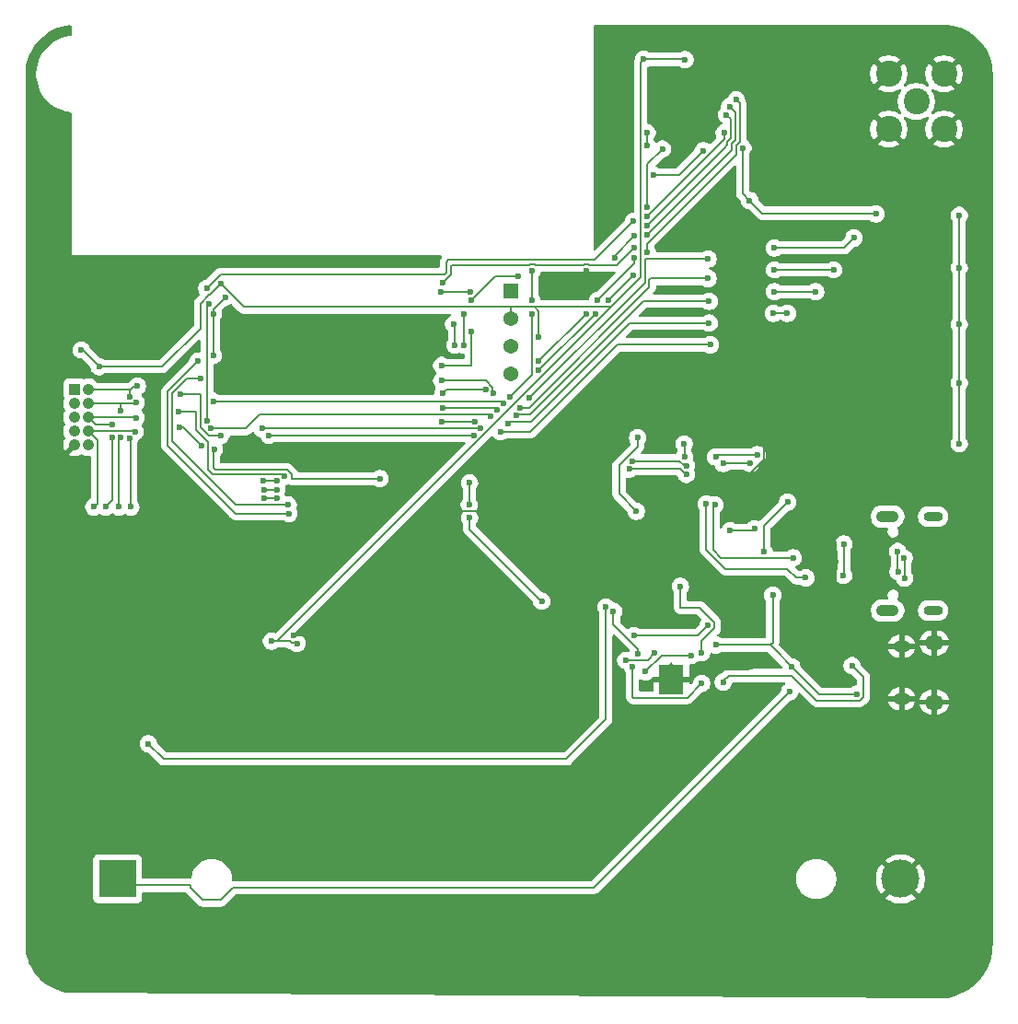
<source format=gbr>
%TF.GenerationSoftware,KiCad,Pcbnew,9.0.0*%
%TF.CreationDate,2025-05-14T10:48:30+09:00*%
%TF.ProjectId,mistance_PCB_host,6d697374-616e-4636-955f-5043425f686f,rev?*%
%TF.SameCoordinates,Original*%
%TF.FileFunction,Copper,L2,Bot*%
%TF.FilePolarity,Positive*%
%FSLAX46Y46*%
G04 Gerber Fmt 4.6, Leading zero omitted, Abs format (unit mm)*
G04 Created by KiCad (PCBNEW 9.0.0) date 2025-05-14 10:48:30*
%MOMM*%
%LPD*%
G01*
G04 APERTURE LIST*
%TA.AperFunction,ComponentPad*%
%ADD10O,2.100000X1.050000*%
%TD*%
%TA.AperFunction,ComponentPad*%
%ADD11O,1.800000X0.900000*%
%TD*%
%TA.AperFunction,ComponentPad*%
%ADD12C,2.400000*%
%TD*%
%TA.AperFunction,ComponentPad*%
%ADD13R,1.050000X1.050000*%
%TD*%
%TA.AperFunction,ComponentPad*%
%ADD14C,1.050000*%
%TD*%
%TA.AperFunction,ComponentPad*%
%ADD15C,0.600000*%
%TD*%
%TA.AperFunction,SMDPad,CuDef*%
%ADD16R,2.300000X2.800000*%
%TD*%
%TA.AperFunction,ComponentPad*%
%ADD17R,3.500000X3.500000*%
%TD*%
%TA.AperFunction,ComponentPad*%
%ADD18C,3.500000*%
%TD*%
%TA.AperFunction,HeatsinkPad*%
%ADD19O,1.700000X1.350000*%
%TD*%
%TA.AperFunction,HeatsinkPad*%
%ADD20O,1.500000X1.100000*%
%TD*%
%TA.AperFunction,ComponentPad*%
%ADD21R,1.370000X1.370000*%
%TD*%
%TA.AperFunction,ComponentPad*%
%ADD22C,1.370000*%
%TD*%
%TA.AperFunction,HeatsinkPad*%
%ADD23C,0.600000*%
%TD*%
%TA.AperFunction,ViaPad*%
%ADD24C,0.600000*%
%TD*%
%TA.AperFunction,Conductor*%
%ADD25C,0.200000*%
%TD*%
G04 APERTURE END LIST*
D10*
%TO.P,UART1,SH1*%
%TO.N,N/C*%
X94820000Y-69320000D03*
%TO.P,UART1,SH2*%
X94820000Y-60680000D03*
D11*
%TO.P,UART1,SH3*%
X99000000Y-69320000D03*
%TO.P,UART1,SH4*%
X99000000Y-60680000D03*
%TD*%
D12*
%TO.P,J5,1*%
%TO.N,Net-(C20-Pad1)*%
X97460000Y-22540000D03*
%TO.P,J5,2*%
%TO.N,GND*%
X100000000Y-25080000D03*
%TO.P,J5,3*%
X100000000Y-20000000D03*
%TO.P,J5,4*%
X94920000Y-20000000D03*
%TO.P,J5,5*%
X94920000Y-25080000D03*
%TD*%
D13*
%TO.P,J3,1,1*%
%TO.N,3.3V OUT*%
X20030000Y-49000000D03*
D14*
%TO.P,J3,2,2*%
%TO.N,Net-(C8-Pad1)*%
X21300000Y-49000000D03*
%TO.P,J3,3,3*%
%TO.N,GND*%
X20030000Y-50270000D03*
%TO.P,J3,4,4*%
%TO.N,Net-(C13-Pad1)*%
X21300000Y-50270000D03*
%TO.P,J3,5,5*%
%TO.N,GND*%
X20030000Y-51540000D03*
%TO.P,J3,6,6*%
%TO.N,Net-(C14-Pad1)*%
X21300000Y-51540000D03*
%TO.P,J3,7,7*%
%TO.N,unconnected-(J3-Pad7)*%
X20030000Y-52810000D03*
%TO.P,J3,8,8*%
%TO.N,Net-(C15-Pad1)*%
X21300000Y-52810000D03*
%TO.P,J3,9,9*%
%TO.N,GND*%
X20030000Y-54080000D03*
%TO.P,J3,10,10*%
%TO.N,EN*%
X21300000Y-54080000D03*
%TD*%
D15*
%TO.P,U2,11,PAD*%
%TO.N,GND*%
X74425000Y-74900000D03*
X74425000Y-76400000D03*
X74925000Y-75650000D03*
D16*
X74925000Y-75650000D03*
D15*
X75425000Y-74900000D03*
X75425000Y-76400000D03*
%TD*%
D17*
%TO.P,BT1,1,+*%
%TO.N,Net-(BT1-+)*%
X24000000Y-94000000D03*
D18*
%TO.P,BT1,2,-*%
%TO.N,GND*%
X96000000Y-94000000D03*
%TD*%
D19*
%TO.P,Charger1,6,Shield*%
%TO.N,GND*%
X99115000Y-77755000D03*
D20*
X96115000Y-77445000D03*
X96115000Y-72605000D03*
D19*
X99115000Y-72295000D03*
%TD*%
D21*
%TO.P,J4,01,01*%
%TO.N,GND*%
X60200000Y-39977500D03*
D22*
%TO.P,J4,02,02*%
%TO.N,3.3V OUT*%
X60200000Y-42517500D03*
%TO.P,J4,03,03*%
%TO.N,I2C SCL*%
X60200000Y-45057500D03*
%TO.P,J4,04,04*%
%TO.N,I2C SDL*%
X60200000Y-47597500D03*
%TD*%
D23*
%TO.P,U1,39,GND*%
%TO.N,GND*%
X40850000Y-44990000D03*
X40850000Y-46390000D03*
X41550000Y-44290000D03*
X41550000Y-45690000D03*
X41550000Y-47090000D03*
X42250000Y-44990000D03*
X42250000Y-46390000D03*
X42950000Y-44290000D03*
X42950000Y-45690000D03*
X42950000Y-47090000D03*
X43650000Y-44990000D03*
X43650000Y-46390000D03*
%TD*%
D24*
%TO.N,Net-(Charger1-VBUS)*%
X84250000Y-67900000D03*
X79000000Y-72500000D03*
X92000000Y-77000000D03*
X86000000Y-74500000D03*
%TO.N,3.3V OUT*%
X40492464Y-72333744D03*
X101400000Y-54000000D03*
X101400000Y-37800000D03*
X20640000Y-45370000D03*
X33500000Y-39300000D03*
X38140000Y-72140000D03*
X93749265Y-32850735D03*
X101400000Y-43000000D03*
X72360000Y-18650000D03*
X101400000Y-48400000D03*
X71825000Y-53450000D03*
X62700000Y-44150000D03*
X82130000Y-31630000D03*
X22300000Y-46900000D03*
X73300000Y-29275000D03*
X76174265Y-18674265D03*
X101400000Y-33000000D03*
X77850735Y-27050735D03*
X71700000Y-60200000D03*
X81500000Y-26800000D03*
%TO.N,Net-(C8-Pad1)*%
X25200000Y-59800000D03*
X25800000Y-48700000D03*
X25092607Y-53518511D03*
X25085421Y-49670000D03*
%TO.N,EN*%
X32796902Y-45880000D03*
X32796902Y-42050000D03*
X33880267Y-40528797D03*
%TO.N,Net-(C13-Pad1)*%
X24300000Y-50940000D03*
X24100000Y-59800000D03*
X24300000Y-53410000D03*
X25700000Y-50200000D03*
%TO.N,Net-(C14-Pad1)*%
X23500000Y-52210000D03*
X23500000Y-53410000D03*
X25700000Y-51600000D03*
X22900000Y-59800000D03*
%TO.N,Net-(C15-Pad1)*%
X25600000Y-52900000D03*
X21800000Y-59800000D03*
%TO.N,TX*%
X76299188Y-56004908D03*
X71351765Y-55571765D03*
X55800000Y-42025000D03*
X55800000Y-44920000D03*
%TO.N,RX*%
X76300005Y-56804910D03*
X54999997Y-44920000D03*
X54900000Y-43000000D03*
X71059298Y-56316390D03*
%TO.N,I2C SCL*%
X56468235Y-39998235D03*
X53730000Y-40000000D03*
%TO.N,Net-(Q1-D)*%
X71500000Y-71650000D03*
X78300000Y-70700000D03*
%TO.N,GND*%
X89700000Y-62680000D03*
X73000000Y-46000000D03*
X89990000Y-67110000D03*
X72370000Y-48520000D03*
X25760000Y-64010000D03*
X67100000Y-38100000D03*
X26960000Y-61690000D03*
X80000000Y-21000000D03*
X73500000Y-60840000D03*
X71400000Y-66600000D03*
X77700000Y-74735413D03*
X21950000Y-41050000D03*
X72333235Y-47066765D03*
X83000000Y-53400000D03*
X40191338Y-71592578D03*
X68340000Y-60210000D03*
X66150000Y-39851000D03*
X22000000Y-38700000D03*
X90050000Y-64870000D03*
X82250000Y-74500000D03*
X78700000Y-58200000D03*
%TO.N,5v OUT*%
X83452500Y-63880000D03*
X85610000Y-59350000D03*
X77700000Y-73200000D03*
X68913101Y-68989911D03*
X72550000Y-74955276D03*
X75750000Y-67100000D03*
X76750000Y-73450000D03*
X26820000Y-81570000D03*
%TO.N,Net-(U2-VAUX)*%
X71869052Y-73300001D03*
X69600000Y-69400000D03*
%TO.N,Net-(U2-L)*%
X73400000Y-73250000D03*
X70730832Y-73900000D03*
%TO.N,Net-(U2-UVLO)*%
X71350000Y-74500000D03*
X77700000Y-76026388D03*
%TO.N,Net-(BT1-+)*%
X85800000Y-76800000D03*
%TO.N,Net-(U3-PROG)*%
X79700000Y-75900000D03*
X91550000Y-74400000D03*
%TO.N,Net-(Ctrl1-Pad3)*%
X84400000Y-38000000D03*
X89849265Y-38000735D03*
%TO.N,Net-(Down1-Pad3)*%
X84300000Y-42000000D03*
X85600000Y-42000000D03*
%TO.N,Net-(Enter&space1-Pad3)*%
X88200000Y-40000000D03*
X84400000Y-40000000D03*
%TO.N,Net-(U5-D-)*%
X86120000Y-64480000D03*
X78930000Y-59600000D03*
%TO.N,Net-(U5-D+)*%
X78130000Y-59540000D03*
X87290000Y-66320000D03*
%TO.N,Net-(Find_Host1-Pad3)*%
X84400000Y-36000000D03*
X91724265Y-35075735D03*
%TO.N,Net-(U5-~{RST})*%
X80340000Y-61992067D03*
X82570000Y-61800000D03*
%TO.N,MTDO*%
X32900000Y-54500000D03*
X31700000Y-54174265D03*
X48100000Y-57199000D03*
X29700000Y-52500000D03*
%TO.N,MTCK*%
X39320542Y-56987644D03*
X29600000Y-51000000D03*
%TO.N,MTMS*%
X29800000Y-49400000D03*
X33500000Y-53200000D03*
%TO.N,RESET*%
X62100000Y-40825000D03*
X72700000Y-26600000D03*
X60041260Y-49700000D03*
X53800000Y-51950000D03*
X62100000Y-42025000D03*
X56891553Y-51938889D03*
X72700000Y-25400000D03*
X62120000Y-38100000D03*
%TO.N,SCK*%
X53900000Y-49350000D03*
X79798000Y-25387500D03*
X72700000Y-33054418D03*
X68150000Y-40800000D03*
X57831939Y-48988240D03*
X71500000Y-36900000D03*
X62700000Y-46402946D03*
X67077945Y-42025000D03*
%TO.N,NSS(CS)*%
X71450735Y-38500735D03*
X58578883Y-49322587D03*
X72700000Y-36400000D03*
X67926473Y-42025000D03*
X53800000Y-48200000D03*
X62700000Y-47251473D03*
X80900000Y-22350000D03*
X69100000Y-40825000D03*
%TO.N,MISO*%
X69700000Y-36900000D03*
X56490000Y-40825000D03*
X80012816Y-23746679D03*
X72700000Y-33902945D03*
X56490000Y-43670000D03*
X53800000Y-46800000D03*
X71500000Y-34900000D03*
X60800000Y-38570000D03*
%TO.N,MOSI*%
X71500000Y-35950000D03*
X80300000Y-23000000D03*
X72700000Y-34751473D03*
X53900000Y-39150000D03*
%TO.N,DIO0(IRQ)*%
X74100000Y-26900000D03*
X32196902Y-51908975D03*
X32190000Y-39710000D03*
X71450000Y-33550000D03*
X32396111Y-41164424D03*
X72700000Y-32201472D03*
%TO.N,IO0*%
X37379136Y-57401950D03*
X38635000Y-57399997D03*
%TO.N,GPS_Reset*%
X63000000Y-68470000D03*
X56360000Y-57600000D03*
X56340000Y-59610000D03*
X56360000Y-60810000D03*
%TO.N,Net-(U5-RXD)*%
X79000000Y-55200000D03*
X82812500Y-55000000D03*
%TO.N,Net-(U5-TXD)*%
X79700000Y-55800000D03*
X82200000Y-55800000D03*
%TO.N,Net-(UART1-CC2)*%
X90760000Y-66110000D03*
X90780000Y-63210000D03*
%TO.N,GPS_TX*%
X39757413Y-60396251D03*
X31370000Y-46410000D03*
%TO.N,Net-(U5-~{DTR})*%
X37435000Y-58200000D03*
X38635000Y-58200000D03*
%TO.N,Net-(U5-~{RTS})*%
X76124265Y-55224265D03*
X38635000Y-59000003D03*
X76100000Y-54000000D03*
X37435000Y-59000003D03*
%TO.N,Find_Host*%
X78300000Y-37000000D03*
X59512110Y-50300000D03*
X61874265Y-49774265D03*
X32800000Y-50100000D03*
%TO.N,Enter&space*%
X78400000Y-40900000D03*
X58274953Y-51500000D03*
X32600000Y-52600000D03*
X60626369Y-51400000D03*
%TO.N,Up*%
X78500000Y-44900000D03*
X59200000Y-52900000D03*
X37900000Y-53200000D03*
X56751473Y-53200000D03*
%TO.N,Down*%
X59900000Y-52100000D03*
X57375735Y-52575735D03*
X78400000Y-42900000D03*
X37261397Y-52600000D03*
%TO.N,Ctrl*%
X53900000Y-50700000D03*
X60978530Y-50670000D03*
X78300000Y-38800000D03*
X58858032Y-50900000D03*
%TO.N,Net-(U8-I{slash}O2-Pad3)*%
X96340000Y-64500000D03*
X96380000Y-66350000D03*
%TO.N,Net-(U8-I{slash}O1-Pad1)*%
X95740000Y-63900000D03*
X95790000Y-65750000D03*
%TO.N,GPS_Rx*%
X31596902Y-47990000D03*
X39680000Y-59600003D03*
%TD*%
D25*
%TO.N,Net-(Charger1-VBUS)*%
X84250000Y-72250000D02*
X84000000Y-72500000D01*
X86500000Y-75000000D02*
X86000000Y-74500000D01*
X88500000Y-77000000D02*
X86500000Y-75000000D01*
X79000000Y-72500000D02*
X84000000Y-72500000D01*
X92000000Y-77000000D02*
X88500000Y-77000000D01*
X84250000Y-67900000D02*
X84250000Y-72250000D01*
X84000000Y-72500000D02*
X86500000Y-75000000D01*
%TO.N,3.3V OUT*%
X76150000Y-18650000D02*
X76174265Y-18674265D01*
X70110000Y-55965000D02*
X70110000Y-58610000D01*
X20640000Y-45370000D02*
X20770000Y-45370000D01*
X81500000Y-31000000D02*
X81500000Y-26800000D01*
X62723618Y-44126382D02*
X62723618Y-41798675D01*
X28100000Y-46900000D02*
X22300000Y-46900000D01*
X61700000Y-41425000D02*
X60200000Y-41425000D01*
X40458720Y-72300000D02*
X39990000Y-72300000D01*
X40492464Y-72333744D02*
X40458720Y-72300000D01*
X101400000Y-48400000D02*
X101400000Y-54000000D01*
X72360000Y-18650000D02*
X72100000Y-18910000D01*
X82130000Y-31630000D02*
X81500000Y-31000000D01*
X39990000Y-72300000D02*
X39830000Y-72140000D01*
X62349943Y-41425000D02*
X61700000Y-41425000D01*
X69375000Y-41425000D02*
X61700000Y-41425000D01*
X101400000Y-33000000D02*
X101400000Y-37800000D01*
X31596902Y-41113690D02*
X32399592Y-40311000D01*
X20770000Y-45370000D02*
X22300000Y-46900000D01*
X72100000Y-18910000D02*
X72100000Y-38700000D01*
X83300000Y-32800000D02*
X82130000Y-31630000D01*
X39830000Y-72140000D02*
X38140000Y-72140000D01*
X77849265Y-27050735D02*
X77850735Y-27050735D01*
X75625000Y-29275000D02*
X77849265Y-27050735D01*
X70110000Y-58610000D02*
X71700000Y-60200000D01*
X31596902Y-43403098D02*
X28100000Y-46900000D01*
X71825000Y-53450000D02*
X71825000Y-54250000D01*
X38660000Y-72140000D02*
X69375000Y-41425000D01*
X93749265Y-32850735D02*
X93698530Y-32800000D01*
X93698530Y-32800000D02*
X83300000Y-32800000D01*
X101400000Y-37800000D02*
X101400000Y-43000000D01*
X35625000Y-41425000D02*
X33500000Y-39300000D01*
X38140000Y-72140000D02*
X38660000Y-72140000D01*
X62700000Y-44150000D02*
X62723618Y-44126382D01*
X60200000Y-41425000D02*
X35625000Y-41425000D01*
X60200000Y-42517500D02*
X60200000Y-41425000D01*
X72100000Y-38700000D02*
X69375000Y-41425000D01*
X101400000Y-43000000D02*
X101400000Y-48400000D01*
X62723618Y-41798675D02*
X62349943Y-41425000D01*
X72360000Y-18650000D02*
X76150000Y-18650000D01*
X31596902Y-41113690D02*
X31596902Y-43403098D01*
X71825000Y-54250000D02*
X70110000Y-55965000D01*
X32399592Y-40311000D02*
X32489000Y-40311000D01*
X32489000Y-40311000D02*
X33500000Y-39300000D01*
X73300000Y-29275000D02*
X75625000Y-29275000D01*
%TO.N,Net-(C8-Pad1)*%
X25200000Y-53625904D02*
X25092607Y-53518511D01*
X25500000Y-48700000D02*
X25200000Y-49000000D01*
X25200000Y-49000000D02*
X21300000Y-49000000D01*
X25800000Y-48700000D02*
X25500000Y-48700000D01*
X25085421Y-49114579D02*
X25200000Y-49000000D01*
X25200000Y-59800000D02*
X25200000Y-53625904D01*
X25085421Y-49670000D02*
X25085421Y-49114579D01*
%TO.N,EN*%
X32796902Y-45880000D02*
X32796902Y-42050000D01*
X32796902Y-42050000D02*
X32796902Y-41612162D01*
X32796902Y-41612162D02*
X33880267Y-40528797D01*
%TO.N,Net-(C13-Pad1)*%
X24300000Y-50370000D02*
X24200000Y-50270000D01*
X24100000Y-53610000D02*
X24300000Y-53410000D01*
X25700000Y-50200000D02*
X25630000Y-50270000D01*
X24100000Y-59800000D02*
X24100000Y-53610000D01*
X25630000Y-50270000D02*
X24200000Y-50270000D01*
X24300000Y-50940000D02*
X24300000Y-50370000D01*
X24200000Y-50270000D02*
X21300000Y-50270000D01*
%TO.N,Net-(C14-Pad1)*%
X25640000Y-51540000D02*
X21300000Y-51540000D01*
X23500000Y-59200000D02*
X23500000Y-53410000D01*
X25700000Y-51600000D02*
X25640000Y-51540000D01*
X23500000Y-52210000D02*
X21970000Y-52210000D01*
X22900000Y-59800000D02*
X23500000Y-59200000D01*
X21970000Y-52210000D02*
X21300000Y-51540000D01*
%TO.N,Net-(C15-Pad1)*%
X25510000Y-52810000D02*
X21300000Y-52810000D01*
X22126000Y-53636000D02*
X21300000Y-52810000D01*
X21800000Y-59800000D02*
X22126000Y-59474000D01*
X25600000Y-52900000D02*
X25510000Y-52810000D01*
X22126000Y-59474000D02*
X22126000Y-53636000D01*
%TO.N,TX*%
X76040057Y-55990000D02*
X76284280Y-55990000D01*
X71351765Y-55571765D02*
X71353530Y-55570000D01*
X75620057Y-55570000D02*
X76040057Y-55990000D01*
X76284280Y-55990000D02*
X76299188Y-56004908D01*
X71353530Y-55570000D02*
X75620057Y-55570000D01*
X55800000Y-44920000D02*
X55800000Y-42025000D01*
%TO.N,RX*%
X75764337Y-56320000D02*
X76050245Y-56605908D01*
X71059298Y-56316390D02*
X71062908Y-56320000D01*
X54999997Y-44920000D02*
X54999997Y-43099997D01*
X76101003Y-56605908D02*
X76300005Y-56804910D01*
X54999997Y-43099997D02*
X54900000Y-43000000D01*
X71062908Y-56320000D02*
X75764337Y-56320000D01*
X76050245Y-56605908D02*
X76101003Y-56605908D01*
%TO.N,I2C SCL*%
X56468235Y-39998235D02*
X56466470Y-40000000D01*
X56466470Y-40000000D02*
X53730000Y-40000000D01*
%TO.N,Net-(Q1-D)*%
X77350000Y-71650000D02*
X78300000Y-70700000D01*
X71500000Y-71650000D02*
X77350000Y-71650000D01*
%TO.N,GND*%
X68540000Y-60210000D02*
X71400000Y-63070000D01*
X41137422Y-71592578D02*
X52520000Y-60210000D01*
X71400000Y-62940000D02*
X71400000Y-63070000D01*
X25760000Y-62890000D02*
X25760000Y-64010000D01*
X80649943Y-58200000D02*
X78700000Y-58200000D01*
X90050000Y-67050000D02*
X89990000Y-67110000D01*
X83413500Y-53813500D02*
X83413500Y-55436443D01*
X80000000Y-21000000D02*
X94920000Y-21000000D01*
X76140000Y-58200000D02*
X73500000Y-60840000D01*
X78700000Y-58200000D02*
X76140000Y-58200000D01*
X66150000Y-39851000D02*
X67250000Y-38751000D01*
X90050000Y-63030000D02*
X90050000Y-64870000D01*
X73500000Y-60840000D02*
X71400000Y-62940000D01*
X67250000Y-38250000D02*
X67250000Y-38751000D01*
X72370000Y-48520000D02*
X77250000Y-53400000D01*
X71400000Y-63070000D02*
X71400000Y-66600000D01*
X77250000Y-53400000D02*
X83000000Y-53400000D01*
X77700000Y-74735413D02*
X82014587Y-74735413D01*
X21950000Y-41050000D02*
X21950000Y-38750000D01*
X89700000Y-62680000D02*
X90050000Y-63030000D01*
X72333235Y-46666765D02*
X73000000Y-46000000D01*
X82014587Y-74735413D02*
X82250000Y-74500000D01*
X67100000Y-38100000D02*
X67250000Y-38250000D01*
X40191338Y-71592578D02*
X41137422Y-71592578D01*
X72333235Y-47066765D02*
X72333235Y-46666765D01*
X21950000Y-38750000D02*
X22000000Y-38700000D01*
X26960000Y-61690000D02*
X25760000Y-62890000D01*
X90050000Y-64870000D02*
X90050000Y-67050000D01*
X83413500Y-55436443D02*
X80649943Y-58200000D01*
X68340000Y-60210000D02*
X68540000Y-60210000D01*
X83000000Y-53400000D02*
X83413500Y-53813500D01*
X52520000Y-60210000D02*
X68340000Y-60210000D01*
%TO.N,5v OUT*%
X83452500Y-61507500D02*
X83452500Y-63880000D01*
X28230000Y-82980000D02*
X26820000Y-81570000D01*
X77499943Y-69050000D02*
X75750000Y-69050000D01*
X78901000Y-70948943D02*
X78901000Y-70451057D01*
X68913101Y-68989911D02*
X68913101Y-79326899D01*
X75750000Y-69050000D02*
X75750000Y-67100000D01*
X65260000Y-82980000D02*
X28230000Y-82980000D01*
X74055276Y-73450000D02*
X76750000Y-73450000D01*
X77700000Y-72149943D02*
X78901000Y-70948943D01*
X72550000Y-74955276D02*
X74055276Y-73450000D01*
X78901000Y-70451057D02*
X77499943Y-69050000D01*
X85610000Y-59350000D02*
X83452500Y-61507500D01*
X68913101Y-79326899D02*
X65260000Y-82980000D01*
X77700000Y-73200000D02*
X77700000Y-72149943D01*
%TO.N,Net-(U2-VAUX)*%
X71869052Y-72868052D02*
X69600000Y-70599000D01*
X69600000Y-70599000D02*
X69600000Y-69400000D01*
X71869052Y-73300001D02*
X71869052Y-72868052D01*
%TO.N,Net-(U2-L)*%
X72750000Y-73900000D02*
X70730832Y-73900000D01*
X73400000Y-73250000D02*
X72750000Y-73900000D01*
%TO.N,Net-(U2-UVLO)*%
X76376000Y-77350388D02*
X77700000Y-76026388D01*
X71350000Y-77250000D02*
X71450388Y-77350388D01*
X71350000Y-74500000D02*
X71350000Y-77250000D01*
X71450388Y-77350388D02*
X76376000Y-77350388D01*
%TO.N,Net-(BT1-+)*%
X34596000Y-94800000D02*
X34596000Y-94808131D01*
X34596000Y-94808131D02*
X33453131Y-95951000D01*
X30694000Y-94808131D02*
X30694000Y-94600000D01*
X30694000Y-94600000D02*
X24000000Y-94600000D01*
X67800000Y-94800000D02*
X34596000Y-94800000D01*
X33453131Y-95951000D02*
X31836869Y-95951000D01*
X31836869Y-95951000D02*
X30694000Y-94808131D01*
X24000000Y-94600000D02*
X24000000Y-93902000D01*
X85800000Y-76800000D02*
X67800000Y-94800000D01*
%TO.N,Net-(U3-PROG)*%
X92601000Y-77248943D02*
X92601000Y-75451000D01*
X88311000Y-77601000D02*
X92248943Y-77601000D01*
X92601000Y-75451000D02*
X91550000Y-74400000D01*
X79700000Y-75800000D02*
X80200000Y-75300000D01*
X80200000Y-75300000D02*
X86010000Y-75300000D01*
X92248943Y-77601000D02*
X92601000Y-77248943D01*
X79700000Y-75900000D02*
X79700000Y-75800000D01*
X86010000Y-75300000D02*
X88311000Y-77601000D01*
%TO.N,Net-(Ctrl1-Pad3)*%
X89400000Y-38000000D02*
X84400000Y-38000000D01*
X89400735Y-38000735D02*
X89400000Y-38000000D01*
X89849265Y-38000735D02*
X89400735Y-38000735D01*
%TO.N,Net-(Down1-Pad3)*%
X84300000Y-42000000D02*
X85600000Y-42000000D01*
%TO.N,Net-(Enter&space1-Pad3)*%
X88200000Y-40000000D02*
X84400000Y-40000000D01*
%TO.N,Net-(U5-D-)*%
X78850000Y-59600000D02*
X78760000Y-59690000D01*
X78930000Y-59600000D02*
X78850000Y-59600000D01*
X78760000Y-59690000D02*
X78760000Y-63780000D01*
X79460000Y-64480000D02*
X86120000Y-64480000D01*
X78760000Y-63780000D02*
X79460000Y-64480000D01*
%TO.N,Net-(U5-D+)*%
X78130000Y-63717100D02*
X78130000Y-59540000D01*
X86440000Y-66320000D02*
X85600000Y-65480000D01*
X79892900Y-65480000D02*
X78130000Y-63717100D01*
X87290000Y-66320000D02*
X86440000Y-66320000D01*
X85600000Y-65480000D02*
X79892900Y-65480000D01*
%TO.N,Net-(Find_Host1-Pad3)*%
X84400000Y-36000000D02*
X90800000Y-36000000D01*
X90800000Y-36000000D02*
X91724265Y-35075735D01*
%TO.N,Net-(U5-~{RST})*%
X82377933Y-61992067D02*
X82570000Y-61800000D01*
X80340000Y-61992067D02*
X82377933Y-61992067D01*
%TO.N,MTDO*%
X33011353Y-56386644D02*
X39569485Y-56386644D01*
X48099000Y-57200000D02*
X48100000Y-57199000D01*
X40000000Y-57200000D02*
X48099000Y-57200000D01*
X40000000Y-56817159D02*
X40000000Y-57200000D01*
X32802003Y-56200000D02*
X33000000Y-56397997D01*
X30025735Y-52500000D02*
X31700000Y-54174265D01*
X32900000Y-54500000D02*
X32802003Y-54597997D01*
X39569485Y-56386644D02*
X40000000Y-56817159D01*
X29700000Y-52500000D02*
X30025735Y-52500000D01*
X32802003Y-54597997D02*
X32802003Y-56200000D01*
X33000000Y-56397997D02*
X33011353Y-56386644D01*
%TO.N,MTCK*%
X31194902Y-52694902D02*
X32300000Y-53800000D01*
X32300000Y-53800000D02*
X32300000Y-56410000D01*
X32688997Y-56798997D02*
X39131895Y-56798997D01*
X29600000Y-51000000D02*
X31194902Y-51000000D01*
X39131895Y-56798997D02*
X39320542Y-56987644D01*
X31194902Y-51000000D02*
X31194902Y-52694902D01*
X32300000Y-56410000D02*
X32688997Y-56798997D01*
%TO.N,MTMS*%
X29800000Y-49400000D02*
X31595902Y-49400000D01*
X31595902Y-52445845D02*
X32350057Y-53200000D01*
X31595902Y-49400000D02*
X31595902Y-52445845D01*
X32350057Y-53200000D02*
X33500000Y-53200000D01*
%TO.N,RESET*%
X72700000Y-25400000D02*
X72700000Y-26600000D01*
X62100000Y-47641260D02*
X62100000Y-42025000D01*
X53811111Y-51938889D02*
X53800000Y-51950000D01*
X62120000Y-38110000D02*
X62100000Y-38130000D01*
X56891553Y-51938889D02*
X53811111Y-51938889D01*
X62120000Y-38100000D02*
X62120000Y-38110000D01*
X62100000Y-38130000D02*
X62100000Y-40825000D01*
X60041260Y-49700000D02*
X62100000Y-47641260D01*
%TO.N,SCK*%
X71500000Y-37450000D02*
X68150000Y-40800000D01*
X79798000Y-25387500D02*
X79798000Y-25952000D01*
X57831939Y-48988240D02*
X54261760Y-48988240D01*
X72700000Y-33050000D02*
X79798000Y-25952000D01*
X71500000Y-36900000D02*
X71500000Y-37450000D01*
X72700000Y-33050000D02*
X72700000Y-33054418D01*
X54261760Y-48988240D02*
X53900000Y-49350000D01*
X62700000Y-46402946D02*
X67077945Y-42025000D01*
%TO.N,NSS(CS)*%
X57892228Y-48200000D02*
X53800000Y-48200000D01*
X71450735Y-38500735D02*
X69126470Y-40825000D01*
X67926473Y-42025000D02*
X62700000Y-47251473D01*
X69126470Y-40825000D02*
X69100000Y-40825000D01*
X81200000Y-22650000D02*
X81200000Y-26250057D01*
X58500735Y-49244439D02*
X58500735Y-48808507D01*
X80900000Y-22350000D02*
X81200000Y-22650000D01*
X58500735Y-48808507D02*
X57892228Y-48200000D01*
X80899000Y-27401000D02*
X72700000Y-35600000D01*
X72700000Y-35600000D02*
X72700000Y-36400000D01*
X81200000Y-26250057D02*
X80899000Y-26551057D01*
X58578883Y-49322587D02*
X58500735Y-49244439D01*
X80899000Y-26551057D02*
X80899000Y-27401000D01*
%TO.N,MISO*%
X56490000Y-43670000D02*
X56490000Y-46800000D01*
X79815572Y-26784428D02*
X79815572Y-26787373D01*
X69700000Y-36700000D02*
X69700000Y-36900000D01*
X80398000Y-24131863D02*
X80398000Y-25917857D01*
X80097000Y-26218857D02*
X80097000Y-26503000D01*
X80012816Y-23746679D02*
X80398000Y-24131863D01*
X58745000Y-38570000D02*
X60800000Y-38570000D01*
X79815572Y-26787373D02*
X72700000Y-33902945D01*
X56490000Y-46800000D02*
X53800000Y-46800000D01*
X71500000Y-34900000D02*
X69700000Y-36700000D01*
X80097000Y-26503000D02*
X79815572Y-26784428D01*
X80398000Y-25917857D02*
X80097000Y-26218857D01*
X56490000Y-40825000D02*
X58745000Y-38570000D01*
%TO.N,MOSI*%
X66810057Y-37540000D02*
X62409943Y-37540000D01*
X61830057Y-37540000D02*
X54760000Y-37540000D01*
X66851057Y-37499000D02*
X66810057Y-37540000D01*
X54650000Y-38400000D02*
X53900000Y-39150000D01*
X80498000Y-26384957D02*
X80498000Y-26953473D01*
X61871057Y-37499000D02*
X61830057Y-37540000D01*
X80498000Y-26953473D02*
X72700000Y-34751473D01*
X67389943Y-37540000D02*
X67348943Y-37499000D01*
X80498000Y-26384957D02*
X80799000Y-26083957D01*
X71500000Y-35950000D02*
X69910000Y-37540000D01*
X54760000Y-37540000D02*
X54650000Y-37650000D01*
X62368943Y-37499000D02*
X61871057Y-37499000D01*
X69910000Y-37540000D02*
X67389943Y-37540000D01*
X80799000Y-23499000D02*
X80799000Y-26083957D01*
X62409943Y-37540000D02*
X62368943Y-37499000D01*
X54650000Y-37650000D02*
X54650000Y-38400000D01*
X67348943Y-37499000D02*
X66851057Y-37499000D01*
X80300000Y-23000000D02*
X80799000Y-23499000D01*
%TO.N,DIO0(IRQ)*%
X72700000Y-28300000D02*
X72700000Y-32201472D01*
X32196902Y-41363633D02*
X32196902Y-51908975D01*
X54433900Y-37099000D02*
X54199000Y-37333900D01*
X32396111Y-41164424D02*
X32196902Y-41363633D01*
X54199000Y-38283900D02*
X54066450Y-38416450D01*
X74100000Y-26900000D02*
X72700000Y-28300000D01*
X71450000Y-33550000D02*
X67901000Y-37099000D01*
X54433900Y-37099000D02*
X67901000Y-37099000D01*
X54199000Y-37333900D02*
X54199000Y-38283900D01*
X54066450Y-38416450D02*
X33483550Y-38416450D01*
X32190000Y-39710000D02*
X33483550Y-38416450D01*
%TO.N,IO0*%
X37379136Y-57401950D02*
X38633047Y-57401950D01*
X38633047Y-57401950D02*
X38635000Y-57399997D01*
%TO.N,GPS_Reset*%
X62990000Y-68470000D02*
X56360000Y-61840000D01*
X56340000Y-59610000D02*
X56360000Y-59590000D01*
X63000000Y-68470000D02*
X62990000Y-68470000D01*
X56360000Y-59590000D02*
X56360000Y-57600000D01*
X56360000Y-61840000D02*
X56360000Y-60810000D01*
%TO.N,Net-(U5-RXD)*%
X82812500Y-55000000D02*
X79200000Y-55000000D01*
X79200000Y-55000000D02*
X79000000Y-55200000D01*
%TO.N,Net-(U5-TXD)*%
X82200000Y-55800000D02*
X79700000Y-55800000D01*
%TO.N,Net-(UART1-CC2)*%
X90760000Y-66110000D02*
X90780000Y-66090000D01*
X90780000Y-66090000D02*
X90780000Y-63210000D01*
%TO.N,GPS_TX*%
X28598000Y-49184957D02*
X28598000Y-54132200D01*
X31052957Y-46727043D02*
X31052957Y-46730000D01*
X28598000Y-54132200D02*
X34862051Y-60396251D01*
X31370000Y-46410000D02*
X31052957Y-46727043D01*
X34862051Y-60396251D02*
X39757413Y-60396251D01*
X31052957Y-46730000D02*
X28598000Y-49184957D01*
%TO.N,Net-(U5-~{DTR})*%
X37435000Y-58200000D02*
X38635000Y-58200000D01*
%TO.N,Net-(U5-~{RTS})*%
X76124265Y-55224265D02*
X76124265Y-54024265D01*
X76124265Y-54024265D02*
X76100000Y-54000000D01*
X37435000Y-59000003D02*
X38635000Y-59000003D01*
%TO.N,Find_Host*%
X72501000Y-37000000D02*
X78300000Y-37000000D01*
X72501000Y-39147530D02*
X72501000Y-37000000D01*
X61874265Y-49774265D02*
X72501000Y-39147530D01*
X59312110Y-50100000D02*
X32800000Y-50100000D01*
X59512110Y-50300000D02*
X59312110Y-50100000D01*
%TO.N,Enter&space*%
X72320000Y-40900000D02*
X78400000Y-40900000D01*
X58100688Y-51325735D02*
X37074265Y-51325735D01*
X37074265Y-51325735D02*
X35800000Y-52600000D01*
X61912937Y-51307063D02*
X72320000Y-40900000D01*
X60719306Y-51307063D02*
X61912937Y-51307063D01*
X58274953Y-51500000D02*
X58100688Y-51325735D01*
X35800000Y-52600000D02*
X32600000Y-52600000D01*
X60626369Y-51400000D02*
X60719306Y-51307063D01*
%TO.N,Up*%
X78500000Y-44900000D02*
X69940000Y-44900000D01*
X69940000Y-44900000D02*
X61940000Y-52900000D01*
X56751473Y-53200000D02*
X37900000Y-53200000D01*
X61940000Y-52900000D02*
X59200000Y-52900000D01*
%TO.N,Down*%
X57351470Y-52600000D02*
X57375735Y-52575735D01*
X71100000Y-42900000D02*
X62000000Y-52000000D01*
X37261397Y-52600000D02*
X57351470Y-52600000D01*
X62000000Y-52000000D02*
X60000000Y-52000000D01*
X60000000Y-52000000D02*
X59900000Y-52100000D01*
X78400000Y-42900000D02*
X71100000Y-42900000D01*
%TO.N,Ctrl*%
X72902000Y-39596473D02*
X72902000Y-38898000D01*
X58658032Y-50700000D02*
X58858032Y-50900000D01*
X53900000Y-50700000D02*
X58658032Y-50700000D01*
X73000000Y-38800000D02*
X78300000Y-38800000D01*
X60978530Y-50670000D02*
X61828473Y-50670000D01*
X61828473Y-50670000D02*
X72902000Y-39596473D01*
X72902000Y-38898000D02*
X73000000Y-38800000D01*
%TO.N,Net-(U8-I{slash}O2-Pad3)*%
X96391000Y-66339000D02*
X96380000Y-66350000D01*
X96340000Y-64500000D02*
X96391000Y-64551000D01*
X96391000Y-64551000D02*
X96391000Y-66339000D01*
%TO.N,Net-(U8-I{slash}O1-Pad1)*%
X95740000Y-65700000D02*
X95790000Y-65750000D01*
X95740000Y-63900000D02*
X95740000Y-65700000D01*
%TO.N,GPS_Rx*%
X28999000Y-53719000D02*
X28999000Y-49351057D01*
X30360057Y-47990000D02*
X31596902Y-47990000D01*
X28999000Y-49351057D02*
X30360057Y-47990000D01*
X39680000Y-59600003D02*
X34880003Y-59600003D01*
X34880003Y-59600003D02*
X28999000Y-53719000D01*
%TD*%
%TA.AperFunction,Conductor*%
%TO.N,GND*%
G36*
X100002702Y-15500617D02*
G01*
X100386771Y-15517386D01*
X100397506Y-15518326D01*
X100775971Y-15568152D01*
X100786597Y-15570025D01*
X101159284Y-15652648D01*
X101169710Y-15655442D01*
X101533765Y-15770227D01*
X101543911Y-15773920D01*
X101896578Y-15920000D01*
X101906369Y-15924566D01*
X102244942Y-16100816D01*
X102254310Y-16106224D01*
X102576244Y-16311318D01*
X102585105Y-16317523D01*
X102887930Y-16549889D01*
X102896217Y-16556843D01*
X103177635Y-16814715D01*
X103185284Y-16822364D01*
X103443156Y-17103782D01*
X103450110Y-17112069D01*
X103682476Y-17414894D01*
X103688681Y-17423755D01*
X103893775Y-17745689D01*
X103899183Y-17755057D01*
X104075430Y-18093623D01*
X104080002Y-18103427D01*
X104226075Y-18456078D01*
X104229775Y-18466244D01*
X104344554Y-18830278D01*
X104347354Y-18840727D01*
X104429971Y-19213389D01*
X104431849Y-19224042D01*
X104481671Y-19602473D01*
X104482614Y-19613249D01*
X104499382Y-19997297D01*
X104499500Y-20002706D01*
X104499500Y-99997438D01*
X104499394Y-100002562D01*
X104482636Y-100407726D01*
X104481790Y-100417940D01*
X104431947Y-100817802D01*
X104430260Y-100827910D01*
X104347569Y-101222285D01*
X104345053Y-101232221D01*
X104230075Y-101618423D01*
X104226747Y-101628116D01*
X104080271Y-102003502D01*
X104076154Y-102012887D01*
X103899186Y-102374880D01*
X103894309Y-102383894D01*
X103688037Y-102730064D01*
X103682431Y-102738644D01*
X103448284Y-103066587D01*
X103441989Y-103074674D01*
X103181566Y-103382155D01*
X103174625Y-103389695D01*
X102889695Y-103674625D01*
X102882155Y-103681566D01*
X102574674Y-103941989D01*
X102566587Y-103948284D01*
X102238644Y-104182431D01*
X102230064Y-104188037D01*
X101883894Y-104394309D01*
X101874880Y-104399186D01*
X101512887Y-104576154D01*
X101503502Y-104580271D01*
X101128116Y-104726747D01*
X101118423Y-104730075D01*
X100732221Y-104845053D01*
X100722285Y-104847569D01*
X100327910Y-104930260D01*
X100317802Y-104931947D01*
X99917940Y-104981790D01*
X99907726Y-104982636D01*
X99503175Y-104999368D01*
X99497271Y-104999472D01*
X20076832Y-104499972D01*
X20076827Y-104499972D01*
X20067434Y-104499912D01*
X20065892Y-104499500D01*
X20002256Y-104499500D01*
X20001940Y-104499498D01*
X20001885Y-104499481D01*
X19997316Y-104499382D01*
X19995418Y-104499299D01*
X19613247Y-104482613D01*
X19602474Y-104481671D01*
X19483647Y-104466027D01*
X19224042Y-104431849D01*
X19213389Y-104429971D01*
X18840727Y-104347354D01*
X18830278Y-104344554D01*
X18466244Y-104229775D01*
X18456078Y-104226075D01*
X18103427Y-104080002D01*
X18093623Y-104075430D01*
X17755057Y-103899183D01*
X17745689Y-103893775D01*
X17423755Y-103688681D01*
X17414894Y-103682476D01*
X17112069Y-103450110D01*
X17103782Y-103443156D01*
X16822364Y-103185284D01*
X16814715Y-103177635D01*
X16556843Y-102896217D01*
X16549889Y-102887930D01*
X16317523Y-102585105D01*
X16311318Y-102576244D01*
X16106224Y-102254310D01*
X16100816Y-102244942D01*
X16014160Y-102078478D01*
X15924566Y-101906369D01*
X15919997Y-101896572D01*
X15808799Y-101628116D01*
X15773920Y-101543911D01*
X15770224Y-101533755D01*
X15655442Y-101169710D01*
X15652648Y-101159284D01*
X15570025Y-100786597D01*
X15568152Y-100775971D01*
X15518326Y-100397506D01*
X15517386Y-100386771D01*
X15500618Y-100002702D01*
X15500500Y-99997293D01*
X15500500Y-92202135D01*
X21749500Y-92202135D01*
X21749500Y-95797870D01*
X21749501Y-95797876D01*
X21755908Y-95857483D01*
X21806202Y-95992328D01*
X21806206Y-95992335D01*
X21892452Y-96107544D01*
X21892455Y-96107547D01*
X22007664Y-96193793D01*
X22007671Y-96193797D01*
X22142517Y-96244091D01*
X22142516Y-96244091D01*
X22149444Y-96244835D01*
X22202127Y-96250500D01*
X25797872Y-96250499D01*
X25857483Y-96244091D01*
X25992331Y-96193796D01*
X26107546Y-96107546D01*
X26193796Y-95992331D01*
X26244091Y-95857483D01*
X26250500Y-95797873D01*
X26250500Y-95324500D01*
X26270185Y-95257461D01*
X26322989Y-95211706D01*
X26374500Y-95200500D01*
X30185771Y-95200500D01*
X30215207Y-95209143D01*
X30245197Y-95215667D01*
X30250213Y-95219422D01*
X30252810Y-95220185D01*
X30273451Y-95236818D01*
X30325284Y-95288651D01*
X30325285Y-95288651D01*
X30332353Y-95295719D01*
X31352008Y-96315374D01*
X31352018Y-96315385D01*
X31356348Y-96319715D01*
X31356349Y-96319716D01*
X31468153Y-96431520D01*
X31554964Y-96481639D01*
X31554966Y-96481641D01*
X31593020Y-96503611D01*
X31605084Y-96510577D01*
X31757812Y-96551501D01*
X31757815Y-96551501D01*
X31923522Y-96551501D01*
X31923538Y-96551500D01*
X33366462Y-96551500D01*
X33366478Y-96551501D01*
X33374074Y-96551501D01*
X33532185Y-96551501D01*
X33532188Y-96551501D01*
X33684916Y-96510577D01*
X33735035Y-96481639D01*
X33821847Y-96431520D01*
X33933651Y-96319716D01*
X33933651Y-96319714D01*
X33943859Y-96309507D01*
X33943860Y-96309504D01*
X34816547Y-95436819D01*
X34877870Y-95403334D01*
X34904228Y-95400500D01*
X67713331Y-95400500D01*
X67713347Y-95400501D01*
X67720943Y-95400501D01*
X67879054Y-95400501D01*
X67879057Y-95400501D01*
X68031785Y-95359577D01*
X68081904Y-95330639D01*
X68168716Y-95280520D01*
X68280520Y-95168716D01*
X68280520Y-95168714D01*
X68290728Y-95158507D01*
X68290729Y-95158504D01*
X69570522Y-93878711D01*
X86404500Y-93878711D01*
X86404500Y-94121288D01*
X86436161Y-94361785D01*
X86498947Y-94596104D01*
X86516079Y-94637463D01*
X86591776Y-94820212D01*
X86713064Y-95030289D01*
X86713066Y-95030292D01*
X86713067Y-95030293D01*
X86860733Y-95222736D01*
X86860739Y-95222743D01*
X87032256Y-95394260D01*
X87032263Y-95394266D01*
X87145321Y-95481018D01*
X87224711Y-95541936D01*
X87434788Y-95663224D01*
X87658900Y-95756054D01*
X87893211Y-95818838D01*
X88073586Y-95842584D01*
X88133711Y-95850500D01*
X88133712Y-95850500D01*
X88376289Y-95850500D01*
X88424388Y-95844167D01*
X88616789Y-95818838D01*
X88851100Y-95756054D01*
X89075212Y-95663224D01*
X89285289Y-95541936D01*
X89477738Y-95394265D01*
X89649265Y-95222738D01*
X89796936Y-95030289D01*
X89918224Y-94820212D01*
X90011054Y-94596100D01*
X90073838Y-94361789D01*
X90105500Y-94121288D01*
X90105500Y-93878712D01*
X90102054Y-93852533D01*
X93750000Y-93852533D01*
X93750000Y-94147466D01*
X93750001Y-94147483D01*
X93788496Y-94439884D01*
X93788499Y-94439897D01*
X93864835Y-94724790D01*
X93864838Y-94724800D01*
X93977704Y-94997281D01*
X93977709Y-94997292D01*
X94125174Y-95252707D01*
X94125180Y-95252715D01*
X94241777Y-95404667D01*
X95137425Y-94509018D01*
X95223249Y-94637463D01*
X95362537Y-94776751D01*
X95490979Y-94862573D01*
X94595331Y-95758221D01*
X94747284Y-95874819D01*
X94747292Y-95874825D01*
X95002707Y-96022290D01*
X95002718Y-96022295D01*
X95275199Y-96135161D01*
X95275209Y-96135164D01*
X95560102Y-96211500D01*
X95560115Y-96211503D01*
X95852516Y-96249998D01*
X95852534Y-96250000D01*
X96147466Y-96250000D01*
X96147483Y-96249998D01*
X96439884Y-96211503D01*
X96439897Y-96211500D01*
X96724790Y-96135164D01*
X96724800Y-96135161D01*
X96997281Y-96022295D01*
X96997292Y-96022290D01*
X97252707Y-95874825D01*
X97252725Y-95874813D01*
X97404667Y-95758222D01*
X97404667Y-95758220D01*
X96509020Y-94862573D01*
X96637463Y-94776751D01*
X96776751Y-94637463D01*
X96862573Y-94509020D01*
X97758220Y-95404667D01*
X97758222Y-95404667D01*
X97874813Y-95252725D01*
X97874825Y-95252707D01*
X98022290Y-94997292D01*
X98022295Y-94997281D01*
X98135161Y-94724800D01*
X98135164Y-94724790D01*
X98211500Y-94439897D01*
X98211503Y-94439884D01*
X98249998Y-94147483D01*
X98250000Y-94147466D01*
X98250000Y-93852533D01*
X98249998Y-93852516D01*
X98211503Y-93560115D01*
X98211500Y-93560102D01*
X98135164Y-93275209D01*
X98135161Y-93275199D01*
X98022295Y-93002718D01*
X98022290Y-93002707D01*
X97874825Y-92747292D01*
X97874819Y-92747284D01*
X97758221Y-92595331D01*
X96862573Y-93490979D01*
X96776751Y-93362537D01*
X96637463Y-93223249D01*
X96509020Y-93137425D01*
X97404667Y-92241777D01*
X97252715Y-92125180D01*
X97252707Y-92125174D01*
X96997292Y-91977709D01*
X96997281Y-91977704D01*
X96724800Y-91864838D01*
X96724790Y-91864835D01*
X96439897Y-91788499D01*
X96439884Y-91788496D01*
X96147483Y-91750001D01*
X96147466Y-91750000D01*
X95852534Y-91750000D01*
X95852516Y-91750001D01*
X95560115Y-91788496D01*
X95560102Y-91788499D01*
X95275209Y-91864835D01*
X95275199Y-91864838D01*
X95002718Y-91977704D01*
X95002707Y-91977709D01*
X94747292Y-92125174D01*
X94747276Y-92125185D01*
X94595331Y-92241775D01*
X94595331Y-92241777D01*
X95490979Y-93137425D01*
X95362537Y-93223249D01*
X95223249Y-93362537D01*
X95137425Y-93490979D01*
X94241777Y-92595331D01*
X94241775Y-92595331D01*
X94125185Y-92747276D01*
X94125174Y-92747292D01*
X93977709Y-93002707D01*
X93977704Y-93002718D01*
X93864838Y-93275199D01*
X93864835Y-93275209D01*
X93788499Y-93560102D01*
X93788496Y-93560115D01*
X93750001Y-93852516D01*
X93750000Y-93852533D01*
X90102054Y-93852533D01*
X90073838Y-93638211D01*
X90011054Y-93403900D01*
X89918224Y-93179788D01*
X89796936Y-92969711D01*
X89649265Y-92777262D01*
X89649260Y-92777256D01*
X89477743Y-92605739D01*
X89477736Y-92605733D01*
X89285293Y-92458067D01*
X89285292Y-92458066D01*
X89285289Y-92458064D01*
X89075212Y-92336776D01*
X89075205Y-92336773D01*
X88851104Y-92243947D01*
X88616785Y-92181161D01*
X88376289Y-92149500D01*
X88376288Y-92149500D01*
X88133712Y-92149500D01*
X88133711Y-92149500D01*
X87893214Y-92181161D01*
X87658895Y-92243947D01*
X87434794Y-92336773D01*
X87434785Y-92336777D01*
X87224706Y-92458067D01*
X87032263Y-92605733D01*
X87032256Y-92605739D01*
X86860739Y-92777256D01*
X86860733Y-92777263D01*
X86713067Y-92969706D01*
X86591777Y-93179785D01*
X86591773Y-93179794D01*
X86498947Y-93403895D01*
X86436161Y-93638214D01*
X86404500Y-93878711D01*
X69570522Y-93878711D01*
X85814662Y-77634572D01*
X85875983Y-77601089D01*
X85878150Y-77600638D01*
X85936085Y-77589113D01*
X86033497Y-77569737D01*
X86179179Y-77509394D01*
X86310289Y-77421789D01*
X86421789Y-77310289D01*
X86509394Y-77179179D01*
X86512806Y-77170943D01*
X86526151Y-77138723D01*
X86569737Y-77033497D01*
X86578321Y-76990344D01*
X86610705Y-76928433D01*
X86671421Y-76893859D01*
X86741191Y-76897598D01*
X86787619Y-76926854D01*
X87826139Y-77965374D01*
X87826149Y-77965385D01*
X87830479Y-77969715D01*
X87830480Y-77969716D01*
X87942284Y-78081520D01*
X87942286Y-78081521D01*
X87942290Y-78081524D01*
X88079209Y-78160573D01*
X88079216Y-78160577D01*
X88191019Y-78190534D01*
X88231942Y-78201500D01*
X88231943Y-78201500D01*
X92162274Y-78201500D01*
X92162290Y-78201501D01*
X92169886Y-78201501D01*
X92327997Y-78201501D01*
X92328000Y-78201501D01*
X92480728Y-78160577D01*
X92530847Y-78131639D01*
X92617659Y-78081520D01*
X92729463Y-77969716D01*
X92729464Y-77969714D01*
X93081520Y-77617659D01*
X93160577Y-77480728D01*
X93201501Y-77328000D01*
X93201501Y-77195000D01*
X94894157Y-77195000D01*
X95705382Y-77195000D01*
X95654936Y-77245446D01*
X95612149Y-77319555D01*
X95590000Y-77402213D01*
X95590000Y-77487787D01*
X95612149Y-77570445D01*
X95654936Y-77644554D01*
X95705382Y-77695000D01*
X94894157Y-77695000D01*
X94905350Y-77751274D01*
X94905351Y-77751276D01*
X94984500Y-77942358D01*
X94984505Y-77942368D01*
X95099410Y-78114335D01*
X95099413Y-78114339D01*
X95245660Y-78260586D01*
X95245664Y-78260589D01*
X95417631Y-78375494D01*
X95417641Y-78375499D01*
X95608725Y-78454649D01*
X95608733Y-78454651D01*
X95811579Y-78494999D01*
X95811583Y-78495000D01*
X95865000Y-78495000D01*
X95865000Y-77768067D01*
X95872213Y-77770000D01*
X96357787Y-77770000D01*
X96365000Y-77768067D01*
X96365000Y-78495000D01*
X96418417Y-78495000D01*
X96418420Y-78494999D01*
X96621266Y-78454651D01*
X96621274Y-78454649D01*
X96812358Y-78375499D01*
X96812368Y-78375494D01*
X96984335Y-78260589D01*
X96984339Y-78260586D01*
X97130586Y-78114339D01*
X97130589Y-78114335D01*
X97245494Y-77942368D01*
X97245499Y-77942358D01*
X97254560Y-77920485D01*
X97324648Y-77751276D01*
X97324649Y-77751274D01*
X97335843Y-77695000D01*
X96524618Y-77695000D01*
X96575064Y-77644554D01*
X96617851Y-77570445D01*
X96635388Y-77504999D01*
X97789950Y-77504999D01*
X97789950Y-77505000D01*
X98620025Y-77505000D01*
X98584930Y-77540095D01*
X98538852Y-77619905D01*
X98515000Y-77708922D01*
X98515000Y-77801078D01*
X98538852Y-77890095D01*
X98584930Y-77969905D01*
X98620025Y-78005000D01*
X97789950Y-78005000D01*
X97793932Y-78030144D01*
X97851082Y-78206037D01*
X97851084Y-78206043D01*
X97935052Y-78370837D01*
X98043754Y-78520454D01*
X98043758Y-78520459D01*
X98174540Y-78651241D01*
X98174545Y-78651245D01*
X98324162Y-78759947D01*
X98488956Y-78843915D01*
X98488959Y-78843916D01*
X98664852Y-78901066D01*
X98847527Y-78930000D01*
X98865000Y-78930000D01*
X98865000Y-78105000D01*
X99365000Y-78105000D01*
X99365000Y-78930000D01*
X99382473Y-78930000D01*
X99565147Y-78901066D01*
X99741040Y-78843916D01*
X99741043Y-78843915D01*
X99905837Y-78759947D01*
X100055454Y-78651245D01*
X100055459Y-78651241D01*
X100186241Y-78520459D01*
X100186245Y-78520454D01*
X100294947Y-78370837D01*
X100378915Y-78206043D01*
X100378917Y-78206037D01*
X100436067Y-78030144D01*
X100440049Y-78005000D01*
X99609975Y-78005000D01*
X99645070Y-77969905D01*
X99691148Y-77890095D01*
X99715000Y-77801078D01*
X99715000Y-77708922D01*
X99691148Y-77619905D01*
X99645070Y-77540095D01*
X99609975Y-77505000D01*
X100440050Y-77505000D01*
X100440049Y-77504999D01*
X100436067Y-77479855D01*
X100378917Y-77303962D01*
X100378915Y-77303956D01*
X100294947Y-77139162D01*
X100186245Y-76989545D01*
X100186241Y-76989540D01*
X100055459Y-76858758D01*
X100055454Y-76858754D01*
X99905837Y-76750052D01*
X99741043Y-76666084D01*
X99741040Y-76666083D01*
X99565147Y-76608933D01*
X99382473Y-76580000D01*
X99365000Y-76580000D01*
X99365000Y-77405000D01*
X98865000Y-77405000D01*
X98865000Y-76580000D01*
X98847527Y-76580000D01*
X98664852Y-76608933D01*
X98488959Y-76666083D01*
X98488956Y-76666084D01*
X98324162Y-76750052D01*
X98174545Y-76858754D01*
X98174540Y-76858758D01*
X98043758Y-76989540D01*
X98043754Y-76989545D01*
X97935052Y-77139162D01*
X97851084Y-77303956D01*
X97851082Y-77303962D01*
X97793932Y-77479855D01*
X97789950Y-77504999D01*
X96635388Y-77504999D01*
X96640000Y-77487787D01*
X96640000Y-77402213D01*
X96617851Y-77319555D01*
X96575064Y-77245446D01*
X96524618Y-77195000D01*
X97335843Y-77195000D01*
X97324649Y-77138725D01*
X97324648Y-77138723D01*
X97245499Y-76947641D01*
X97245494Y-76947631D01*
X97130589Y-76775664D01*
X97130586Y-76775660D01*
X96984339Y-76629413D01*
X96984335Y-76629410D01*
X96812368Y-76514505D01*
X96812358Y-76514500D01*
X96621274Y-76435350D01*
X96621266Y-76435348D01*
X96418420Y-76395000D01*
X96365000Y-76395000D01*
X96365000Y-77121932D01*
X96357787Y-77120000D01*
X95872213Y-77120000D01*
X95865000Y-77121932D01*
X95865000Y-76395000D01*
X95811579Y-76395000D01*
X95608733Y-76435348D01*
X95608725Y-76435350D01*
X95417641Y-76514500D01*
X95417631Y-76514505D01*
X95245664Y-76629410D01*
X95245660Y-76629413D01*
X95099413Y-76775660D01*
X95099410Y-76775664D01*
X94984505Y-76947631D01*
X94984500Y-76947641D01*
X94905351Y-77138723D01*
X94905350Y-77138725D01*
X94894157Y-77195000D01*
X93201501Y-77195000D01*
X93201501Y-77169885D01*
X93201500Y-77169881D01*
X93201500Y-75371943D01*
X93200635Y-75368716D01*
X93182357Y-75300500D01*
X93160577Y-75219216D01*
X93149851Y-75200638D01*
X93081524Y-75082290D01*
X93081521Y-75082286D01*
X93081520Y-75082284D01*
X92969716Y-74970480D01*
X92969715Y-74970479D01*
X92965385Y-74966149D01*
X92965374Y-74966139D01*
X92384574Y-74385339D01*
X92351089Y-74324016D01*
X92350638Y-74321849D01*
X92319738Y-74166510D01*
X92319737Y-74166503D01*
X92280506Y-74071790D01*
X92259397Y-74020827D01*
X92259390Y-74020814D01*
X92171789Y-73889711D01*
X92171786Y-73889707D01*
X92060292Y-73778213D01*
X92060288Y-73778210D01*
X91929185Y-73690609D01*
X91929172Y-73690602D01*
X91783501Y-73630264D01*
X91783489Y-73630261D01*
X91628845Y-73599500D01*
X91628842Y-73599500D01*
X91471158Y-73599500D01*
X91471155Y-73599500D01*
X91316510Y-73630261D01*
X91316498Y-73630264D01*
X91170827Y-73690602D01*
X91170814Y-73690609D01*
X91039711Y-73778210D01*
X91039707Y-73778213D01*
X90928213Y-73889707D01*
X90928210Y-73889711D01*
X90840609Y-74020814D01*
X90840602Y-74020827D01*
X90780264Y-74166498D01*
X90780261Y-74166510D01*
X90749500Y-74321153D01*
X90749500Y-74478846D01*
X90780261Y-74633489D01*
X90780264Y-74633501D01*
X90840602Y-74779172D01*
X90840609Y-74779185D01*
X90928210Y-74910288D01*
X90928213Y-74910292D01*
X91039707Y-75021786D01*
X91039711Y-75021789D01*
X91170814Y-75109390D01*
X91170827Y-75109397D01*
X91303756Y-75164457D01*
X91316503Y-75169737D01*
X91381147Y-75182595D01*
X91471849Y-75200638D01*
X91533760Y-75233023D01*
X91535339Y-75234574D01*
X91964181Y-75663416D01*
X91997666Y-75724739D01*
X92000500Y-75751097D01*
X92000500Y-76081953D01*
X91980815Y-76148992D01*
X91928011Y-76194747D01*
X91900692Y-76203570D01*
X91766508Y-76230261D01*
X91766498Y-76230264D01*
X91620827Y-76290602D01*
X91620814Y-76290609D01*
X91489125Y-76378602D01*
X91422447Y-76399480D01*
X91420234Y-76399500D01*
X88800097Y-76399500D01*
X88733058Y-76379815D01*
X88712416Y-76363181D01*
X86987590Y-74638355D01*
X86980521Y-74631286D01*
X86980520Y-74631284D01*
X86834570Y-74485334D01*
X86801088Y-74424014D01*
X86800637Y-74421847D01*
X86780746Y-74321849D01*
X86769737Y-74266503D01*
X86767750Y-74261706D01*
X86709397Y-74120827D01*
X86709390Y-74120814D01*
X86621789Y-73989711D01*
X86621786Y-73989707D01*
X86510292Y-73878213D01*
X86510288Y-73878210D01*
X86379185Y-73790609D01*
X86379172Y-73790602D01*
X86233501Y-73730264D01*
X86233491Y-73730261D01*
X86078149Y-73699361D01*
X86016238Y-73666976D01*
X86014660Y-73665425D01*
X84864731Y-72515496D01*
X84831246Y-72454173D01*
X84832637Y-72395721D01*
X84834832Y-72387532D01*
X84843549Y-72355000D01*
X94894157Y-72355000D01*
X95705382Y-72355000D01*
X95654936Y-72405446D01*
X95612149Y-72479555D01*
X95590000Y-72562213D01*
X95590000Y-72647787D01*
X95612149Y-72730445D01*
X95654936Y-72804554D01*
X95705382Y-72855000D01*
X94894157Y-72855000D01*
X94905350Y-72911274D01*
X94905351Y-72911276D01*
X94984500Y-73102358D01*
X94984505Y-73102368D01*
X95099410Y-73274335D01*
X95099413Y-73274339D01*
X95245660Y-73420586D01*
X95245664Y-73420589D01*
X95417631Y-73535494D01*
X95417641Y-73535499D01*
X95608725Y-73614649D01*
X95608733Y-73614651D01*
X95811579Y-73654999D01*
X95811583Y-73655000D01*
X95865000Y-73655000D01*
X95865000Y-72928067D01*
X95872213Y-72930000D01*
X96357787Y-72930000D01*
X96365000Y-72928067D01*
X96365000Y-73655000D01*
X96418417Y-73655000D01*
X96418420Y-73654999D01*
X96621266Y-73614651D01*
X96621274Y-73614649D01*
X96812358Y-73535499D01*
X96812368Y-73535494D01*
X96984335Y-73420589D01*
X96984339Y-73420586D01*
X97130586Y-73274339D01*
X97130589Y-73274335D01*
X97245494Y-73102368D01*
X97245499Y-73102358D01*
X97324648Y-72911276D01*
X97324649Y-72911274D01*
X97335843Y-72855000D01*
X96524618Y-72855000D01*
X96575064Y-72804554D01*
X96617851Y-72730445D01*
X96640000Y-72647787D01*
X96640000Y-72562213D01*
X96617851Y-72479555D01*
X96575064Y-72405446D01*
X96524618Y-72355000D01*
X97335843Y-72355000D01*
X97324649Y-72298725D01*
X97324648Y-72298723D01*
X97254560Y-72129515D01*
X97245499Y-72107641D01*
X97245494Y-72107631D01*
X97203645Y-72044999D01*
X97789950Y-72044999D01*
X97789950Y-72045000D01*
X98620025Y-72045000D01*
X98584930Y-72080095D01*
X98538852Y-72159905D01*
X98515000Y-72248922D01*
X98515000Y-72341078D01*
X98538852Y-72430095D01*
X98584930Y-72509905D01*
X98620025Y-72545000D01*
X97789950Y-72545000D01*
X97793932Y-72570144D01*
X97851082Y-72746037D01*
X97851084Y-72746043D01*
X97935052Y-72910837D01*
X98043754Y-73060454D01*
X98043758Y-73060459D01*
X98174540Y-73191241D01*
X98174545Y-73191245D01*
X98324162Y-73299947D01*
X98488956Y-73383915D01*
X98488959Y-73383916D01*
X98664852Y-73441066D01*
X98847527Y-73470000D01*
X98865000Y-73470000D01*
X98865000Y-72645000D01*
X99365000Y-72645000D01*
X99365000Y-73470000D01*
X99382473Y-73470000D01*
X99565147Y-73441066D01*
X99741040Y-73383916D01*
X99741043Y-73383915D01*
X99905837Y-73299947D01*
X100055454Y-73191245D01*
X100055459Y-73191241D01*
X100186241Y-73060459D01*
X100186245Y-73060454D01*
X100294947Y-72910837D01*
X100378915Y-72746043D01*
X100378917Y-72746037D01*
X100436067Y-72570144D01*
X100440049Y-72545000D01*
X99609975Y-72545000D01*
X99645070Y-72509905D01*
X99691148Y-72430095D01*
X99715000Y-72341078D01*
X99715000Y-72248922D01*
X99691148Y-72159905D01*
X99645070Y-72080095D01*
X99609975Y-72045000D01*
X100440050Y-72045000D01*
X100440049Y-72044999D01*
X100436067Y-72019855D01*
X100378917Y-71843962D01*
X100378915Y-71843956D01*
X100294947Y-71679162D01*
X100186245Y-71529545D01*
X100186241Y-71529540D01*
X100055459Y-71398758D01*
X100055454Y-71398754D01*
X99905837Y-71290052D01*
X99741043Y-71206084D01*
X99741040Y-71206083D01*
X99565147Y-71148933D01*
X99382473Y-71120000D01*
X99365000Y-71120000D01*
X99365000Y-71945000D01*
X98865000Y-71945000D01*
X98865000Y-71120000D01*
X98847527Y-71120000D01*
X98664852Y-71148933D01*
X98488959Y-71206083D01*
X98488956Y-71206084D01*
X98324162Y-71290052D01*
X98174545Y-71398754D01*
X98174540Y-71398758D01*
X98043758Y-71529540D01*
X98043754Y-71529545D01*
X97935052Y-71679162D01*
X97851084Y-71843956D01*
X97851082Y-71843962D01*
X97793932Y-72019855D01*
X97789950Y-72044999D01*
X97203645Y-72044999D01*
X97130589Y-71935664D01*
X97130586Y-71935660D01*
X96984339Y-71789413D01*
X96984335Y-71789410D01*
X96812368Y-71674505D01*
X96812358Y-71674500D01*
X96621274Y-71595350D01*
X96621266Y-71595348D01*
X96418420Y-71555000D01*
X96365000Y-71555000D01*
X96365000Y-72281932D01*
X96357787Y-72280000D01*
X95872213Y-72280000D01*
X95865000Y-72281932D01*
X95865000Y-71555000D01*
X95811579Y-71555000D01*
X95608733Y-71595348D01*
X95608725Y-71595350D01*
X95417641Y-71674500D01*
X95417631Y-71674505D01*
X95245664Y-71789410D01*
X95245660Y-71789413D01*
X95099413Y-71935660D01*
X95099410Y-71935664D01*
X94984505Y-72107631D01*
X94984500Y-72107641D01*
X94905351Y-72298723D01*
X94905350Y-72298725D01*
X94894157Y-72355000D01*
X84843549Y-72355000D01*
X84850500Y-72329057D01*
X84850500Y-69218992D01*
X93269500Y-69218992D01*
X93269500Y-69421007D01*
X93308907Y-69619119D01*
X93308909Y-69619127D01*
X93386212Y-69805752D01*
X93386217Y-69805762D01*
X93498441Y-69973718D01*
X93641281Y-70116558D01*
X93809237Y-70228782D01*
X93809241Y-70228784D01*
X93809244Y-70228786D01*
X93995873Y-70306091D01*
X94193992Y-70345499D01*
X94193996Y-70345500D01*
X94193997Y-70345500D01*
X95446004Y-70345500D01*
X95446005Y-70345499D01*
X95644127Y-70306091D01*
X95830756Y-70228786D01*
X95998718Y-70116558D01*
X96141558Y-69973718D01*
X96253786Y-69805756D01*
X96331091Y-69619127D01*
X96370500Y-69421003D01*
X96370500Y-69226379D01*
X97599500Y-69226379D01*
X97599500Y-69413620D01*
X97636025Y-69597243D01*
X97636027Y-69597251D01*
X97707676Y-69770228D01*
X97707681Y-69770237D01*
X97811697Y-69925907D01*
X97811700Y-69925911D01*
X97944088Y-70058299D01*
X97944092Y-70058302D01*
X98099762Y-70162318D01*
X98099768Y-70162321D01*
X98099769Y-70162322D01*
X98272749Y-70233973D01*
X98456379Y-70270499D01*
X98456383Y-70270500D01*
X98456384Y-70270500D01*
X99543617Y-70270500D01*
X99543618Y-70270499D01*
X99727251Y-70233973D01*
X99900231Y-70162322D01*
X100055908Y-70058302D01*
X100188302Y-69925908D01*
X100292322Y-69770231D01*
X100363973Y-69597251D01*
X100400500Y-69413616D01*
X100400500Y-69226384D01*
X100363973Y-69042749D01*
X100292322Y-68869769D01*
X100292321Y-68869768D01*
X100292318Y-68869762D01*
X100188302Y-68714092D01*
X100188299Y-68714088D01*
X100055911Y-68581700D01*
X100055907Y-68581697D01*
X99900237Y-68477681D01*
X99900228Y-68477676D01*
X99727251Y-68406027D01*
X99727243Y-68406025D01*
X99543620Y-68369500D01*
X99543616Y-68369500D01*
X98456384Y-68369500D01*
X98456379Y-68369500D01*
X98272756Y-68406025D01*
X98272748Y-68406027D01*
X98099771Y-68477676D01*
X98099762Y-68477681D01*
X97944092Y-68581697D01*
X97944088Y-68581700D01*
X97811700Y-68714088D01*
X97811697Y-68714092D01*
X97707681Y-68869762D01*
X97707676Y-68869771D01*
X97636027Y-69042748D01*
X97636025Y-69042756D01*
X97599500Y-69226379D01*
X96370500Y-69226379D01*
X96370500Y-69218997D01*
X96331091Y-69020873D01*
X96253786Y-68834244D01*
X96253784Y-68834241D01*
X96253782Y-68834237D01*
X96141558Y-68666281D01*
X95998718Y-68523441D01*
X95830762Y-68411217D01*
X95830757Y-68411215D01*
X95830756Y-68411214D01*
X95771843Y-68386811D01*
X95717440Y-68342969D01*
X95695376Y-68276675D01*
X95712656Y-68208976D01*
X95720208Y-68197818D01*
X95720497Y-68197316D01*
X95720500Y-68197314D01*
X95786392Y-68083186D01*
X95820500Y-67955892D01*
X95820500Y-67824108D01*
X95786392Y-67696814D01*
X95720500Y-67582686D01*
X95627314Y-67489500D01*
X95570250Y-67456554D01*
X95513187Y-67423608D01*
X95449539Y-67406554D01*
X95385892Y-67389500D01*
X95254108Y-67389500D01*
X95126812Y-67423608D01*
X95012686Y-67489500D01*
X95012683Y-67489502D01*
X94919502Y-67582683D01*
X94919500Y-67582686D01*
X94853608Y-67696812D01*
X94836516Y-67760602D01*
X94819500Y-67824108D01*
X94819500Y-67955892D01*
X94825650Y-67978846D01*
X94853609Y-68083188D01*
X94853610Y-68083191D01*
X94868222Y-68108499D01*
X94884696Y-68176399D01*
X94861844Y-68242426D01*
X94806924Y-68285617D01*
X94760836Y-68294500D01*
X94193992Y-68294500D01*
X93995880Y-68333907D01*
X93995872Y-68333909D01*
X93809247Y-68411212D01*
X93809237Y-68411217D01*
X93641281Y-68523441D01*
X93498441Y-68666281D01*
X93386217Y-68834237D01*
X93386212Y-68834247D01*
X93308909Y-69020872D01*
X93308907Y-69020880D01*
X93269500Y-69218992D01*
X84850500Y-69218992D01*
X84850500Y-68479765D01*
X84870185Y-68412726D01*
X84871398Y-68410874D01*
X84887477Y-68386811D01*
X84959394Y-68279179D01*
X85019737Y-68133497D01*
X85050500Y-67978842D01*
X85050500Y-67821158D01*
X85050500Y-67821155D01*
X85050499Y-67821153D01*
X85038455Y-67760606D01*
X85019737Y-67666503D01*
X85019735Y-67666498D01*
X84959397Y-67520827D01*
X84959390Y-67520814D01*
X84871789Y-67389711D01*
X84871786Y-67389707D01*
X84760292Y-67278213D01*
X84760288Y-67278210D01*
X84629185Y-67190609D01*
X84629172Y-67190602D01*
X84483501Y-67130264D01*
X84483489Y-67130261D01*
X84328845Y-67099500D01*
X84328842Y-67099500D01*
X84171158Y-67099500D01*
X84171155Y-67099500D01*
X84016510Y-67130261D01*
X84016498Y-67130264D01*
X83870827Y-67190602D01*
X83870814Y-67190609D01*
X83739711Y-67278210D01*
X83739707Y-67278213D01*
X83628213Y-67389707D01*
X83628210Y-67389711D01*
X83540609Y-67520814D01*
X83540602Y-67520827D01*
X83480264Y-67666498D01*
X83480261Y-67666510D01*
X83449500Y-67821153D01*
X83449500Y-67978846D01*
X83480261Y-68133489D01*
X83480264Y-68133501D01*
X83540602Y-68279172D01*
X83540609Y-68279185D01*
X83628602Y-68410874D01*
X83649480Y-68477551D01*
X83649500Y-68479765D01*
X83649500Y-71775500D01*
X83629815Y-71842539D01*
X83577011Y-71888294D01*
X83525500Y-71899500D01*
X79579766Y-71899500D01*
X79512727Y-71879815D01*
X79510875Y-71878602D01*
X79379185Y-71790609D01*
X79379172Y-71790602D01*
X79233501Y-71730264D01*
X79228460Y-71728735D01*
X79225115Y-71726543D01*
X79221128Y-71726258D01*
X79196135Y-71707548D01*
X79170024Y-71690434D01*
X79168395Y-71686782D01*
X79165195Y-71684386D01*
X79154283Y-71655131D01*
X79141571Y-71626620D01*
X79142175Y-71622668D01*
X79140778Y-71618922D01*
X79147415Y-71588411D01*
X79152135Y-71557554D01*
X79155024Y-71553431D01*
X79155630Y-71550649D01*
X79176776Y-71522400D01*
X79259506Y-71439670D01*
X79259511Y-71439667D01*
X79269714Y-71429463D01*
X79269716Y-71429463D01*
X79381520Y-71317659D01*
X79460577Y-71180727D01*
X79495739Y-71049500D01*
X79501500Y-71028001D01*
X79501500Y-70869886D01*
X79501500Y-70540117D01*
X79501501Y-70540104D01*
X79501501Y-70372002D01*
X79501501Y-70372000D01*
X79460577Y-70219272D01*
X79405303Y-70123535D01*
X79381520Y-70082341D01*
X79269716Y-69970537D01*
X79269713Y-69970535D01*
X77987533Y-68688355D01*
X77987531Y-68688352D01*
X77868660Y-68569481D01*
X77868659Y-68569480D01*
X77764581Y-68509391D01*
X77731728Y-68490423D01*
X77579000Y-68449499D01*
X77420886Y-68449499D01*
X77413290Y-68449499D01*
X77413274Y-68449500D01*
X76474500Y-68449500D01*
X76407461Y-68429815D01*
X76361706Y-68377011D01*
X76350500Y-68325500D01*
X76350500Y-67679765D01*
X76370185Y-67612726D01*
X76371398Y-67610874D01*
X76459390Y-67479185D01*
X76459390Y-67479184D01*
X76459394Y-67479179D01*
X76519737Y-67333497D01*
X76550500Y-67178842D01*
X76550500Y-67021158D01*
X76550500Y-67021155D01*
X76550499Y-67021153D01*
X76534712Y-66941786D01*
X76519737Y-66866503D01*
X76504737Y-66830289D01*
X76459397Y-66720827D01*
X76459390Y-66720814D01*
X76371789Y-66589711D01*
X76371786Y-66589707D01*
X76260292Y-66478213D01*
X76260288Y-66478210D01*
X76129185Y-66390609D01*
X76129172Y-66390602D01*
X75983501Y-66330264D01*
X75983489Y-66330261D01*
X75828845Y-66299500D01*
X75828842Y-66299500D01*
X75671158Y-66299500D01*
X75671155Y-66299500D01*
X75516510Y-66330261D01*
X75516498Y-66330264D01*
X75370827Y-66390602D01*
X75370814Y-66390609D01*
X75239711Y-66478210D01*
X75239707Y-66478213D01*
X75128213Y-66589707D01*
X75128210Y-66589711D01*
X75040609Y-66720814D01*
X75040602Y-66720827D01*
X74980264Y-66866498D01*
X74980261Y-66866510D01*
X74949500Y-67021153D01*
X74949500Y-67178846D01*
X74980261Y-67333489D01*
X74980264Y-67333501D01*
X75040602Y-67479172D01*
X75040609Y-67479185D01*
X75128602Y-67610874D01*
X75149480Y-67677551D01*
X75149500Y-67679765D01*
X75149500Y-69129057D01*
X75187400Y-69270500D01*
X75190423Y-69281783D01*
X75190426Y-69281790D01*
X75269475Y-69418709D01*
X75269479Y-69418714D01*
X75269480Y-69418716D01*
X75381284Y-69530520D01*
X75381286Y-69530521D01*
X75381290Y-69530524D01*
X75518209Y-69609573D01*
X75518216Y-69609577D01*
X75670943Y-69650500D01*
X75829057Y-69650500D01*
X77199846Y-69650500D01*
X77266885Y-69670185D01*
X77287527Y-69686819D01*
X77651196Y-70050488D01*
X77684681Y-70111811D01*
X77679697Y-70181503D01*
X77666618Y-70207059D01*
X77590608Y-70320816D01*
X77590602Y-70320827D01*
X77530264Y-70466498D01*
X77530261Y-70466508D01*
X77499361Y-70621850D01*
X77466976Y-70683761D01*
X77465425Y-70685339D01*
X77137584Y-71013181D01*
X77076261Y-71046666D01*
X77049903Y-71049500D01*
X72079766Y-71049500D01*
X72012727Y-71029815D01*
X72010875Y-71028602D01*
X71879185Y-70940609D01*
X71879172Y-70940602D01*
X71733501Y-70880264D01*
X71733489Y-70880261D01*
X71578845Y-70849500D01*
X71578842Y-70849500D01*
X71421158Y-70849500D01*
X71421155Y-70849500D01*
X71266510Y-70880261D01*
X71266498Y-70880264D01*
X71120827Y-70940602D01*
X71120814Y-70940609D01*
X71007626Y-71016240D01*
X70940948Y-71037118D01*
X70873568Y-71018633D01*
X70851054Y-71000819D01*
X70236819Y-70386584D01*
X70203334Y-70325261D01*
X70200500Y-70298903D01*
X70200500Y-69979765D01*
X70220185Y-69912726D01*
X70221398Y-69910874D01*
X70309390Y-69779185D01*
X70309390Y-69779184D01*
X70309394Y-69779179D01*
X70369737Y-69633497D01*
X70400500Y-69478842D01*
X70400500Y-69321158D01*
X70400500Y-69321155D01*
X70400499Y-69321153D01*
X70381056Y-69223408D01*
X70369737Y-69166503D01*
X70369735Y-69166498D01*
X70309397Y-69020827D01*
X70309390Y-69020814D01*
X70221789Y-68889711D01*
X70221786Y-68889707D01*
X70110292Y-68778213D01*
X70110288Y-68778210D01*
X69979185Y-68690609D01*
X69979172Y-68690602D01*
X69833501Y-68630264D01*
X69833489Y-68630261D01*
X69678846Y-68599500D01*
X69672782Y-68598903D01*
X69672963Y-68597061D01*
X69614230Y-68579815D01*
X69578167Y-68544391D01*
X69534890Y-68479622D01*
X69534888Y-68479619D01*
X69423393Y-68368124D01*
X69423389Y-68368121D01*
X69292286Y-68280520D01*
X69292273Y-68280513D01*
X69146602Y-68220175D01*
X69146590Y-68220172D01*
X68991946Y-68189411D01*
X68991943Y-68189411D01*
X68834259Y-68189411D01*
X68834256Y-68189411D01*
X68679611Y-68220172D01*
X68679599Y-68220175D01*
X68533928Y-68280513D01*
X68533915Y-68280520D01*
X68402812Y-68368121D01*
X68402808Y-68368124D01*
X68291314Y-68479618D01*
X68291311Y-68479622D01*
X68203710Y-68610725D01*
X68203703Y-68610738D01*
X68143365Y-68756409D01*
X68143362Y-68756421D01*
X68112601Y-68911064D01*
X68112601Y-69068757D01*
X68143362Y-69223400D01*
X68143365Y-69223412D01*
X68203703Y-69369083D01*
X68203710Y-69369096D01*
X68291703Y-69500785D01*
X68312581Y-69567462D01*
X68312601Y-69569676D01*
X68312601Y-79026802D01*
X68292916Y-79093841D01*
X68276282Y-79114483D01*
X65047584Y-82343181D01*
X64986261Y-82376666D01*
X64959903Y-82379500D01*
X28530097Y-82379500D01*
X28463058Y-82359815D01*
X28442416Y-82343181D01*
X27654574Y-81555339D01*
X27621089Y-81494016D01*
X27620638Y-81491849D01*
X27589738Y-81336510D01*
X27589737Y-81336503D01*
X27589735Y-81336498D01*
X27529397Y-81190827D01*
X27529390Y-81190814D01*
X27441789Y-81059711D01*
X27441786Y-81059707D01*
X27330292Y-80948213D01*
X27330288Y-80948210D01*
X27199185Y-80860609D01*
X27199172Y-80860602D01*
X27053501Y-80800264D01*
X27053489Y-80800261D01*
X26898845Y-80769500D01*
X26898842Y-80769500D01*
X26741158Y-80769500D01*
X26741155Y-80769500D01*
X26586510Y-80800261D01*
X26586498Y-80800264D01*
X26440827Y-80860602D01*
X26440814Y-80860609D01*
X26309711Y-80948210D01*
X26309707Y-80948213D01*
X26198213Y-81059707D01*
X26198210Y-81059711D01*
X26110609Y-81190814D01*
X26110602Y-81190827D01*
X26050264Y-81336498D01*
X26050261Y-81336510D01*
X26019500Y-81491153D01*
X26019500Y-81648846D01*
X26050261Y-81803489D01*
X26050264Y-81803501D01*
X26110602Y-81949172D01*
X26110609Y-81949185D01*
X26198210Y-82080288D01*
X26198213Y-82080292D01*
X26309707Y-82191786D01*
X26309711Y-82191789D01*
X26440814Y-82279390D01*
X26440827Y-82279397D01*
X26586498Y-82339735D01*
X26586503Y-82339737D01*
X26651147Y-82352595D01*
X26741849Y-82370638D01*
X26803760Y-82403023D01*
X26805339Y-82404574D01*
X27745139Y-83344374D01*
X27745149Y-83344385D01*
X27749479Y-83348715D01*
X27749480Y-83348716D01*
X27861284Y-83460520D01*
X27948095Y-83510639D01*
X27948097Y-83510641D01*
X27986151Y-83532611D01*
X27998215Y-83539577D01*
X28150943Y-83580500D01*
X65173331Y-83580500D01*
X65173347Y-83580501D01*
X65180943Y-83580501D01*
X65339054Y-83580501D01*
X65339057Y-83580501D01*
X65491785Y-83539577D01*
X65541904Y-83510639D01*
X65628716Y-83460520D01*
X65740520Y-83348716D01*
X65740520Y-83348714D01*
X65750728Y-83338507D01*
X65750730Y-83338504D01*
X69281814Y-79807420D01*
X69281817Y-79807419D01*
X69393621Y-79695615D01*
X69443740Y-79608803D01*
X69472678Y-79558684D01*
X69513602Y-79405956D01*
X69513602Y-79247842D01*
X69513602Y-79240247D01*
X69513601Y-79240229D01*
X69513601Y-71661198D01*
X69533286Y-71594159D01*
X69586090Y-71548404D01*
X69655248Y-71538460D01*
X69718804Y-71567485D01*
X69725282Y-71573517D01*
X71071867Y-72920102D01*
X71105352Y-72981425D01*
X71100368Y-73051117D01*
X71058496Y-73107050D01*
X70993032Y-73131467D01*
X70959995Y-73129400D01*
X70809678Y-73099500D01*
X70809674Y-73099500D01*
X70651990Y-73099500D01*
X70651987Y-73099500D01*
X70497342Y-73130261D01*
X70497330Y-73130264D01*
X70351659Y-73190602D01*
X70351646Y-73190609D01*
X70220543Y-73278210D01*
X70220539Y-73278213D01*
X70109045Y-73389707D01*
X70109042Y-73389711D01*
X70021441Y-73520814D01*
X70021434Y-73520827D01*
X69961096Y-73666498D01*
X69961093Y-73666510D01*
X69930332Y-73821153D01*
X69930332Y-73978846D01*
X69961093Y-74133489D01*
X69961096Y-74133501D01*
X70021434Y-74279172D01*
X70021441Y-74279185D01*
X70109042Y-74410288D01*
X70109045Y-74410292D01*
X70220539Y-74521786D01*
X70220543Y-74521789D01*
X70351646Y-74609390D01*
X70351659Y-74609397D01*
X70439062Y-74645599D01*
X70497335Y-74669737D01*
X70497342Y-74669738D01*
X70503168Y-74671506D01*
X70502541Y-74673569D01*
X70555825Y-74701436D01*
X70584291Y-74743223D01*
X70640602Y-74879172D01*
X70640609Y-74879185D01*
X70728602Y-75010874D01*
X70749480Y-75077551D01*
X70749500Y-75079765D01*
X70749500Y-77163330D01*
X70749499Y-77163348D01*
X70749499Y-77329054D01*
X70749498Y-77329054D01*
X70749499Y-77329057D01*
X70790423Y-77481785D01*
X70806363Y-77509394D01*
X70819358Y-77531900D01*
X70819359Y-77531904D01*
X70819360Y-77531904D01*
X70868867Y-77617655D01*
X70869479Y-77618714D01*
X70869481Y-77618717D01*
X71081672Y-77830908D01*
X71168483Y-77881027D01*
X71168485Y-77881029D01*
X71206539Y-77902999D01*
X71218603Y-77909965D01*
X71371331Y-77950888D01*
X76289331Y-77950888D01*
X76289347Y-77950889D01*
X76296943Y-77950889D01*
X76455054Y-77950889D01*
X76455057Y-77950889D01*
X76607785Y-77909965D01*
X76657904Y-77881027D01*
X76744716Y-77830908D01*
X76856520Y-77719104D01*
X76856520Y-77719102D01*
X76866728Y-77708895D01*
X76866729Y-77708892D01*
X77714665Y-76860958D01*
X77775984Y-76827476D01*
X77778151Y-76827025D01*
X77778840Y-76826888D01*
X77778842Y-76826888D01*
X77933497Y-76796125D01*
X78079179Y-76735782D01*
X78210289Y-76648177D01*
X78321789Y-76536677D01*
X78409394Y-76405567D01*
X78411700Y-76400001D01*
X78426951Y-76363181D01*
X78469737Y-76259885D01*
X78500500Y-76105230D01*
X78500500Y-75947546D01*
X78500500Y-75947543D01*
X78500499Y-75947541D01*
X78498680Y-75938397D01*
X78469737Y-75792891D01*
X78454363Y-75755775D01*
X78409397Y-75647215D01*
X78409390Y-75647202D01*
X78321789Y-75516099D01*
X78321786Y-75516095D01*
X78210292Y-75404601D01*
X78210288Y-75404598D01*
X78079185Y-75316997D01*
X78079172Y-75316990D01*
X77933501Y-75256652D01*
X77933489Y-75256649D01*
X77778845Y-75225888D01*
X77778842Y-75225888D01*
X77621158Y-75225888D01*
X77621155Y-75225888D01*
X77466510Y-75256649D01*
X77466498Y-75256652D01*
X77320827Y-75316990D01*
X77320814Y-75316997D01*
X77189711Y-75404598D01*
X77189707Y-75404601D01*
X77078213Y-75516095D01*
X77078210Y-75516099D01*
X76990609Y-75647202D01*
X76990602Y-75647215D01*
X76930264Y-75792886D01*
X76930261Y-75792896D01*
X76899362Y-75948236D01*
X76890597Y-75964991D01*
X76886578Y-75983470D01*
X76867832Y-76008511D01*
X76866977Y-76010147D01*
X76865427Y-76011725D01*
X76786680Y-76090472D01*
X76725359Y-76123956D01*
X76655667Y-76118972D01*
X76599733Y-76077101D01*
X76575316Y-76011637D01*
X76575000Y-76002790D01*
X76575000Y-75900000D01*
X75278553Y-75900000D01*
X75514095Y-76135542D01*
X75547580Y-76196865D01*
X75542596Y-76266557D01*
X75527374Y-76290242D01*
X75509968Y-76272836D01*
X75454837Y-76250000D01*
X75395163Y-76250000D01*
X75340032Y-76272836D01*
X75297836Y-76315032D01*
X75275000Y-76370163D01*
X75275000Y-76429837D01*
X75297836Y-76484968D01*
X75340032Y-76527164D01*
X75395163Y-76550000D01*
X75454837Y-76550000D01*
X75509968Y-76527164D01*
X75528122Y-76509009D01*
X75534916Y-76527226D01*
X75547581Y-76550419D01*
X75546935Y-76559448D01*
X75550099Y-76567931D01*
X75544482Y-76593751D01*
X75542597Y-76620111D01*
X75536778Y-76629164D01*
X75535247Y-76636204D01*
X75514096Y-76664458D01*
X75464985Y-76713569D01*
X75403662Y-76747054D01*
X75377304Y-76749888D01*
X75020921Y-76749888D01*
X74953882Y-76730203D01*
X74924765Y-76696601D01*
X74903391Y-76725155D01*
X74837927Y-76749572D01*
X74829080Y-76749888D01*
X74472696Y-76749888D01*
X74443255Y-76741243D01*
X74413269Y-76734720D01*
X74408253Y-76730965D01*
X74405657Y-76730203D01*
X74385015Y-76713569D01*
X74335904Y-76664458D01*
X74302419Y-76603135D01*
X74307403Y-76533443D01*
X74322625Y-76509757D01*
X74340032Y-76527164D01*
X74395163Y-76550000D01*
X74454837Y-76550000D01*
X74509968Y-76527164D01*
X74552164Y-76484968D01*
X74575000Y-76429837D01*
X74575000Y-76399999D01*
X74778553Y-76399999D01*
X74916761Y-76538206D01*
X74924061Y-76551575D01*
X74927208Y-76544685D01*
X74933240Y-76538207D01*
X75071446Y-76400001D01*
X75071446Y-76400000D01*
X74925000Y-76253553D01*
X74778553Y-76399999D01*
X74575000Y-76399999D01*
X74575000Y-76370163D01*
X74552164Y-76315032D01*
X74509968Y-76272836D01*
X74454837Y-76250000D01*
X74395163Y-76250000D01*
X74340032Y-76272836D01*
X74323916Y-76288951D01*
X74302419Y-76249581D01*
X74307403Y-76179889D01*
X74335904Y-76135542D01*
X74571446Y-75900000D01*
X73275000Y-75900000D01*
X73275000Y-76625888D01*
X73255315Y-76692927D01*
X73202511Y-76738682D01*
X73151000Y-76749888D01*
X72074500Y-76749888D01*
X72007461Y-76730203D01*
X71961706Y-76677399D01*
X71950500Y-76625888D01*
X71950500Y-75749444D01*
X71970185Y-75682405D01*
X72022989Y-75636650D01*
X72092147Y-75626706D01*
X72143392Y-75646343D01*
X72170812Y-75664665D01*
X72170827Y-75664673D01*
X72316498Y-75725011D01*
X72316503Y-75725013D01*
X72471153Y-75755775D01*
X72471156Y-75755776D01*
X72471158Y-75755776D01*
X72628844Y-75755776D01*
X72628845Y-75755775D01*
X72783497Y-75725013D01*
X72929179Y-75664670D01*
X72995788Y-75620163D01*
X74775000Y-75620163D01*
X74775000Y-75679837D01*
X74797836Y-75734968D01*
X74840032Y-75777164D01*
X74895163Y-75800000D01*
X74954837Y-75800000D01*
X75009968Y-75777164D01*
X75052164Y-75734968D01*
X75075000Y-75679837D01*
X75075000Y-75620163D01*
X75052164Y-75565032D01*
X75009968Y-75522836D01*
X74954837Y-75500000D01*
X74895163Y-75500000D01*
X74840032Y-75522836D01*
X74797836Y-75565032D01*
X74775000Y-75620163D01*
X72995788Y-75620163D01*
X73060289Y-75577065D01*
X73171789Y-75465565D01*
X73178776Y-75455107D01*
X73232389Y-75410304D01*
X73281878Y-75400000D01*
X74571446Y-75400000D01*
X74571446Y-75399999D01*
X74335904Y-75164457D01*
X74302419Y-75103134D01*
X74307403Y-75033442D01*
X74322624Y-75009756D01*
X74340032Y-75027164D01*
X74395163Y-75050000D01*
X74454837Y-75050000D01*
X74509968Y-75027164D01*
X74552164Y-74984968D01*
X74575000Y-74929837D01*
X74575000Y-74899999D01*
X74778553Y-74899999D01*
X74925000Y-75046446D01*
X75071446Y-74900001D01*
X75071446Y-74900000D01*
X74925000Y-74753553D01*
X74778553Y-74899999D01*
X74575000Y-74899999D01*
X74575000Y-74870163D01*
X74552164Y-74815032D01*
X74509968Y-74772836D01*
X74454837Y-74750000D01*
X74395163Y-74750000D01*
X74340032Y-74772836D01*
X74323916Y-74788951D01*
X74302419Y-74749581D01*
X74307403Y-74679889D01*
X74335904Y-74635542D01*
X74837319Y-74134127D01*
X74898642Y-74100642D01*
X74968334Y-74105626D01*
X75012681Y-74134127D01*
X75514095Y-74635542D01*
X75547580Y-74696865D01*
X75542596Y-74766557D01*
X75527374Y-74790242D01*
X75509968Y-74772836D01*
X75454837Y-74750000D01*
X75395163Y-74750000D01*
X75340032Y-74772836D01*
X75297836Y-74815032D01*
X75275000Y-74870163D01*
X75275000Y-74929837D01*
X75297836Y-74984968D01*
X75340032Y-75027164D01*
X75395163Y-75050000D01*
X75454837Y-75050000D01*
X75509968Y-75027164D01*
X75526082Y-75011049D01*
X75547580Y-75050418D01*
X75542596Y-75120110D01*
X75514095Y-75164457D01*
X75278553Y-75399999D01*
X75278554Y-75400000D01*
X76575000Y-75400000D01*
X76575000Y-74374500D01*
X76594685Y-74307461D01*
X76647489Y-74261706D01*
X76699000Y-74250500D01*
X76828844Y-74250500D01*
X76828845Y-74250499D01*
X76983497Y-74219737D01*
X77129179Y-74159394D01*
X77260289Y-74071789D01*
X77334264Y-73997813D01*
X77395585Y-73964330D01*
X77460374Y-73968963D01*
X77460676Y-73967969D01*
X77465057Y-73969298D01*
X77465277Y-73969314D01*
X77465840Y-73969535D01*
X77466492Y-73969732D01*
X77466503Y-73969737D01*
X77607660Y-73997815D01*
X77621153Y-74000499D01*
X77621156Y-74000500D01*
X77621158Y-74000500D01*
X77778844Y-74000500D01*
X77778845Y-74000499D01*
X77933497Y-73969737D01*
X78079179Y-73909394D01*
X78210289Y-73821789D01*
X78321789Y-73710289D01*
X78409394Y-73579179D01*
X78469737Y-73433497D01*
X78492944Y-73316826D01*
X78525328Y-73254916D01*
X78586044Y-73220342D01*
X78655813Y-73224081D01*
X78662013Y-73226457D01*
X78766498Y-73269735D01*
X78766503Y-73269737D01*
X78918378Y-73299947D01*
X78921153Y-73300499D01*
X78921156Y-73300500D01*
X78921158Y-73300500D01*
X79078844Y-73300500D01*
X79078845Y-73300499D01*
X79233497Y-73269737D01*
X79379179Y-73209394D01*
X79407303Y-73190602D01*
X79510875Y-73121398D01*
X79577553Y-73100520D01*
X79579766Y-73100500D01*
X83699903Y-73100500D01*
X83766942Y-73120185D01*
X83787584Y-73136819D01*
X85138584Y-74487819D01*
X85172069Y-74549142D01*
X85167085Y-74618834D01*
X85125213Y-74674767D01*
X85059749Y-74699184D01*
X85050903Y-74699500D01*
X80286670Y-74699500D01*
X80286654Y-74699499D01*
X80279058Y-74699499D01*
X80120943Y-74699499D01*
X80044579Y-74719961D01*
X79968214Y-74740423D01*
X79968209Y-74740426D01*
X79831290Y-74819475D01*
X79831286Y-74819478D01*
X79560506Y-75090257D01*
X79499183Y-75123741D01*
X79497019Y-75124192D01*
X79466505Y-75130262D01*
X79466500Y-75130263D01*
X79320827Y-75190602D01*
X79320814Y-75190609D01*
X79189711Y-75278210D01*
X79189707Y-75278213D01*
X79078213Y-75389707D01*
X79078210Y-75389711D01*
X78990609Y-75520814D01*
X78990602Y-75520827D01*
X78930264Y-75666498D01*
X78930261Y-75666510D01*
X78899500Y-75821153D01*
X78899500Y-75978846D01*
X78930261Y-76133489D01*
X78930264Y-76133501D01*
X78990602Y-76279172D01*
X78990609Y-76279185D01*
X79078210Y-76410288D01*
X79078213Y-76410292D01*
X79189707Y-76521786D01*
X79189711Y-76521789D01*
X79320814Y-76609390D01*
X79320827Y-76609397D01*
X79414452Y-76648177D01*
X79466503Y-76669737D01*
X79601557Y-76696601D01*
X79621153Y-76700499D01*
X79621156Y-76700500D01*
X79621158Y-76700500D01*
X79778844Y-76700500D01*
X79778845Y-76700499D01*
X79933497Y-76669737D01*
X80079179Y-76609394D01*
X80210289Y-76521789D01*
X80321789Y-76410289D01*
X80409394Y-76279179D01*
X80469737Y-76133497D01*
X80478269Y-76090606D01*
X80496231Y-76000308D01*
X80528616Y-75938397D01*
X80589332Y-75903823D01*
X80617848Y-75900500D01*
X85296561Y-75900500D01*
X85363600Y-75920185D01*
X85409355Y-75972989D01*
X85419299Y-76042147D01*
X85390274Y-76105703D01*
X85365452Y-76127602D01*
X85289711Y-76178210D01*
X85289707Y-76178213D01*
X85178213Y-76289707D01*
X85178210Y-76289711D01*
X85090609Y-76420814D01*
X85090602Y-76420827D01*
X85030264Y-76566498D01*
X85030261Y-76566508D01*
X84999361Y-76721850D01*
X84966976Y-76783761D01*
X84965425Y-76785339D01*
X67587584Y-94163181D01*
X67526261Y-94196666D01*
X67499903Y-94199500D01*
X34619500Y-94199500D01*
X34552461Y-94179815D01*
X34506706Y-94127011D01*
X34495500Y-94075500D01*
X34495500Y-93878711D01*
X34483422Y-93786972D01*
X34463838Y-93638211D01*
X34401054Y-93403900D01*
X34308224Y-93179788D01*
X34186936Y-92969711D01*
X34039265Y-92777262D01*
X34039260Y-92777256D01*
X33867743Y-92605739D01*
X33867736Y-92605733D01*
X33675293Y-92458067D01*
X33675292Y-92458066D01*
X33675289Y-92458064D01*
X33465212Y-92336776D01*
X33465205Y-92336773D01*
X33241104Y-92243947D01*
X33006785Y-92181161D01*
X32766289Y-92149500D01*
X32766288Y-92149500D01*
X32523712Y-92149500D01*
X32523711Y-92149500D01*
X32283214Y-92181161D01*
X32048895Y-92243947D01*
X31824794Y-92336773D01*
X31824785Y-92336777D01*
X31614706Y-92458067D01*
X31422263Y-92605733D01*
X31422256Y-92605739D01*
X31250739Y-92777256D01*
X31250733Y-92777263D01*
X31103067Y-92969706D01*
X30981777Y-93179785D01*
X30981773Y-93179794D01*
X30888947Y-93403895D01*
X30826161Y-93638214D01*
X30794499Y-93878717D01*
X30794234Y-93882763D01*
X30792402Y-93882642D01*
X30774815Y-93942539D01*
X30722011Y-93988294D01*
X30670500Y-93999500D01*
X26374499Y-93999500D01*
X26307460Y-93979815D01*
X26261705Y-93927011D01*
X26250499Y-93875500D01*
X26250499Y-92202129D01*
X26250498Y-92202123D01*
X26250497Y-92202116D01*
X26244091Y-92142517D01*
X26237622Y-92125174D01*
X26193797Y-92007671D01*
X26193793Y-92007664D01*
X26107547Y-91892455D01*
X26107544Y-91892452D01*
X25992335Y-91806206D01*
X25992328Y-91806202D01*
X25857482Y-91755908D01*
X25857483Y-91755908D01*
X25797883Y-91749501D01*
X25797881Y-91749500D01*
X25797873Y-91749500D01*
X25797864Y-91749500D01*
X22202129Y-91749500D01*
X22202123Y-91749501D01*
X22142516Y-91755908D01*
X22007671Y-91806202D01*
X22007664Y-91806206D01*
X21892455Y-91892452D01*
X21892452Y-91892455D01*
X21806206Y-92007664D01*
X21806202Y-92007671D01*
X21755908Y-92142517D01*
X21751754Y-92181161D01*
X21749501Y-92202123D01*
X21749500Y-92202135D01*
X15500500Y-92202135D01*
X15500500Y-48427135D01*
X19004500Y-48427135D01*
X19004500Y-49572870D01*
X19004501Y-49572876D01*
X19010908Y-49632483D01*
X19061202Y-49767328D01*
X19061203Y-49767330D01*
X19061204Y-49767331D01*
X19062377Y-49768898D01*
X19063062Y-49770733D01*
X19065454Y-49775114D01*
X19064824Y-49775457D01*
X19086796Y-49834361D01*
X19077674Y-49890662D01*
X19044389Y-49971021D01*
X19044387Y-49971025D01*
X19005000Y-50169041D01*
X19005000Y-50370958D01*
X19044387Y-50568974D01*
X19044390Y-50568983D01*
X19121654Y-50755516D01*
X19175504Y-50836110D01*
X19196381Y-50902788D01*
X19177896Y-50970168D01*
X19175504Y-50973890D01*
X19121654Y-51054483D01*
X19044390Y-51241016D01*
X19044387Y-51241025D01*
X19005000Y-51439041D01*
X19005000Y-51640958D01*
X19044387Y-51838974D01*
X19044390Y-51838983D01*
X19121652Y-52025513D01*
X19121659Y-52025526D01*
X19175203Y-52105659D01*
X19196081Y-52172336D01*
X19177597Y-52239716D01*
X19175204Y-52243439D01*
X19121214Y-52324243D01*
X19043909Y-52510872D01*
X19043907Y-52510880D01*
X19004500Y-52708992D01*
X19004500Y-52911007D01*
X19043907Y-53109119D01*
X19043909Y-53109127D01*
X19121212Y-53295754D01*
X19175204Y-53376558D01*
X19196081Y-53443235D01*
X19177596Y-53510615D01*
X19175204Y-53514337D01*
X19121655Y-53594479D01*
X19121654Y-53594481D01*
X19044390Y-53781016D01*
X19044387Y-53781025D01*
X19005000Y-53979041D01*
X19005000Y-54180958D01*
X19044387Y-54378974D01*
X19044390Y-54378983D01*
X19121652Y-54565513D01*
X19149402Y-54607043D01*
X19655000Y-54101445D01*
X19655000Y-54129370D01*
X19680556Y-54224745D01*
X19729925Y-54310255D01*
X19799745Y-54380075D01*
X19885255Y-54429444D01*
X19980630Y-54455000D01*
X20008552Y-54455000D01*
X19502954Y-54960596D01*
X19502955Y-54960597D01*
X19544475Y-54988341D01*
X19544484Y-54988346D01*
X19731016Y-55065609D01*
X19731025Y-55065612D01*
X19929041Y-55104999D01*
X19929045Y-55105000D01*
X20130955Y-55105000D01*
X20130958Y-55104999D01*
X20328974Y-55065612D01*
X20328983Y-55065609D01*
X20515515Y-54988346D01*
X20515518Y-54988344D01*
X20595658Y-54934796D01*
X20662335Y-54913917D01*
X20729716Y-54932401D01*
X20733422Y-54934783D01*
X20814244Y-54988786D01*
X21000873Y-55066091D01*
X21137447Y-55093257D01*
X21198992Y-55105499D01*
X21198996Y-55105500D01*
X21401500Y-55105500D01*
X21468539Y-55125185D01*
X21514294Y-55177989D01*
X21525500Y-55229500D01*
X21525500Y-58964392D01*
X21505815Y-59031431D01*
X21453011Y-59077186D01*
X21448953Y-59078953D01*
X21420824Y-59090604D01*
X21420814Y-59090609D01*
X21289711Y-59178210D01*
X21289707Y-59178213D01*
X21178213Y-59289707D01*
X21178210Y-59289711D01*
X21090609Y-59420814D01*
X21090602Y-59420827D01*
X21030264Y-59566498D01*
X21030261Y-59566510D01*
X20999500Y-59721153D01*
X20999500Y-59878846D01*
X21030261Y-60033489D01*
X21030264Y-60033501D01*
X21090602Y-60179172D01*
X21090609Y-60179185D01*
X21178210Y-60310288D01*
X21178213Y-60310292D01*
X21289707Y-60421786D01*
X21289711Y-60421789D01*
X21420814Y-60509390D01*
X21420827Y-60509397D01*
X21566498Y-60569735D01*
X21566503Y-60569737D01*
X21650188Y-60586383D01*
X21721153Y-60600499D01*
X21721156Y-60600500D01*
X21721158Y-60600500D01*
X21878844Y-60600500D01*
X21878845Y-60600499D01*
X22033497Y-60569737D01*
X22179179Y-60509394D01*
X22281111Y-60441284D01*
X22347786Y-60420408D01*
X22415166Y-60438892D01*
X22418847Y-60441257D01*
X22520821Y-60509394D01*
X22520823Y-60509395D01*
X22520827Y-60509397D01*
X22666498Y-60569735D01*
X22666503Y-60569737D01*
X22750188Y-60586383D01*
X22821153Y-60600499D01*
X22821156Y-60600500D01*
X22821158Y-60600500D01*
X22978844Y-60600500D01*
X22978845Y-60600499D01*
X23133497Y-60569737D01*
X23279179Y-60509394D01*
X23410289Y-60421789D01*
X23412312Y-60419766D01*
X23413634Y-60419043D01*
X23414999Y-60417924D01*
X23415211Y-60418182D01*
X23473632Y-60386276D01*
X23543324Y-60391255D01*
X23584939Y-60417999D01*
X23585001Y-60417924D01*
X23585648Y-60418454D01*
X23587688Y-60419766D01*
X23589711Y-60421789D01*
X23720814Y-60509390D01*
X23720827Y-60509397D01*
X23866498Y-60569735D01*
X23866503Y-60569737D01*
X23950188Y-60586383D01*
X24021153Y-60600499D01*
X24021156Y-60600500D01*
X24021158Y-60600500D01*
X24178844Y-60600500D01*
X24178845Y-60600499D01*
X24333497Y-60569737D01*
X24479179Y-60509394D01*
X24581111Y-60441284D01*
X24647786Y-60420408D01*
X24715166Y-60438892D01*
X24718847Y-60441257D01*
X24820821Y-60509394D01*
X24820823Y-60509395D01*
X24820827Y-60509397D01*
X24966498Y-60569735D01*
X24966503Y-60569737D01*
X25050188Y-60586383D01*
X25121153Y-60600499D01*
X25121156Y-60600500D01*
X25121158Y-60600500D01*
X25278844Y-60600500D01*
X25278845Y-60600499D01*
X25433497Y-60569737D01*
X25579179Y-60509394D01*
X25710289Y-60421789D01*
X25821789Y-60310289D01*
X25909394Y-60179179D01*
X25916200Y-60162749D01*
X25931689Y-60125354D01*
X25969737Y-60033497D01*
X26000500Y-59878842D01*
X26000500Y-59721158D01*
X26000500Y-59721155D01*
X26000499Y-59721153D01*
X25992084Y-59678847D01*
X25969737Y-59566503D01*
X25955097Y-59531158D01*
X25909397Y-59420827D01*
X25909390Y-59420814D01*
X25821398Y-59289125D01*
X25800520Y-59222447D01*
X25800500Y-59220234D01*
X25800500Y-53925978D01*
X25801294Y-53921394D01*
X25800705Y-53918857D01*
X25804930Y-53900401D01*
X25807725Y-53884269D01*
X25808757Y-53881377D01*
X25862344Y-53752008D01*
X25871616Y-53705388D01*
X25874679Y-53696816D01*
X25890079Y-53675634D01*
X25902219Y-53652425D01*
X25911600Y-53646034D01*
X25915767Y-53640304D01*
X25925667Y-53636453D01*
X25944001Y-53623964D01*
X25979179Y-53609394D01*
X26110289Y-53521789D01*
X26221789Y-53410289D01*
X26309394Y-53279179D01*
X26369737Y-53133497D01*
X26400500Y-52978842D01*
X26400500Y-52821158D01*
X26400500Y-52821155D01*
X26400499Y-52821153D01*
X26390358Y-52770171D01*
X26369737Y-52666503D01*
X26362694Y-52649500D01*
X26309397Y-52520827D01*
X26309390Y-52520814D01*
X26221789Y-52389711D01*
X26219766Y-52387688D01*
X26219043Y-52386365D01*
X26217924Y-52385001D01*
X26218182Y-52384788D01*
X26186276Y-52326368D01*
X26191255Y-52256676D01*
X26219757Y-52212320D01*
X26321789Y-52110289D01*
X26409394Y-51979179D01*
X26469737Y-51833497D01*
X26500500Y-51678842D01*
X26500500Y-51521158D01*
X26500500Y-51521155D01*
X26500499Y-51521153D01*
X26469737Y-51366503D01*
X26455206Y-51331422D01*
X26409397Y-51220827D01*
X26409390Y-51220814D01*
X26321789Y-51089711D01*
X26321786Y-51089707D01*
X26219760Y-50987681D01*
X26186275Y-50926358D01*
X26191259Y-50856666D01*
X26219760Y-50812319D01*
X26321786Y-50710292D01*
X26321789Y-50710289D01*
X26409394Y-50579179D01*
X26469737Y-50433497D01*
X26500500Y-50278842D01*
X26500500Y-50121158D01*
X26500500Y-50121155D01*
X26500499Y-50121153D01*
X26498159Y-50109390D01*
X26469737Y-49966503D01*
X26434961Y-49882546D01*
X26409397Y-49820827D01*
X26409390Y-49820814D01*
X26321789Y-49689711D01*
X26321786Y-49689707D01*
X26205982Y-49573903D01*
X26207296Y-49572588D01*
X26172850Y-49522025D01*
X26170977Y-49452180D01*
X26207161Y-49392410D01*
X26221949Y-49380815D01*
X26310289Y-49321789D01*
X26421789Y-49210289D01*
X26509394Y-49079179D01*
X26569737Y-48933497D01*
X26600500Y-48778842D01*
X26600500Y-48621158D01*
X26600500Y-48621155D01*
X26600499Y-48621153D01*
X26591661Y-48576722D01*
X26569737Y-48466503D01*
X26558675Y-48439797D01*
X26509397Y-48320827D01*
X26509390Y-48320814D01*
X26421789Y-48189711D01*
X26421786Y-48189707D01*
X26310292Y-48078213D01*
X26310288Y-48078210D01*
X26179185Y-47990609D01*
X26179172Y-47990602D01*
X26033501Y-47930264D01*
X26033489Y-47930261D01*
X25878845Y-47899500D01*
X25878842Y-47899500D01*
X25721158Y-47899500D01*
X25721155Y-47899500D01*
X25566510Y-47930261D01*
X25566498Y-47930264D01*
X25420827Y-47990602D01*
X25420814Y-47990609D01*
X25289711Y-48078210D01*
X25289707Y-48078213D01*
X25183425Y-48184496D01*
X25178458Y-48189197D01*
X25168876Y-48197775D01*
X25131284Y-48219480D01*
X25019480Y-48331284D01*
X25019478Y-48331286D01*
X25017064Y-48333699D01*
X25017045Y-48333717D01*
X24987582Y-48363181D01*
X24926259Y-48396666D01*
X24899901Y-48399500D01*
X22198397Y-48399500D01*
X22131358Y-48379815D01*
X22101288Y-48350279D01*
X22100422Y-48350990D01*
X22096555Y-48346278D01*
X21953718Y-48203441D01*
X21785762Y-48091217D01*
X21785752Y-48091212D01*
X21599127Y-48013909D01*
X21599119Y-48013907D01*
X21401007Y-47974500D01*
X21401003Y-47974500D01*
X21198997Y-47974500D01*
X21198992Y-47974500D01*
X21000880Y-48013907D01*
X21000868Y-48013910D01*
X20920198Y-48047325D01*
X20850729Y-48054794D01*
X20805342Y-48035036D01*
X20805114Y-48035454D01*
X20800447Y-48032905D01*
X20798432Y-48032028D01*
X20797331Y-48031204D01*
X20797330Y-48031203D01*
X20797328Y-48031202D01*
X20662482Y-47980908D01*
X20662483Y-47980908D01*
X20602883Y-47974501D01*
X20602881Y-47974500D01*
X20602873Y-47974500D01*
X20602864Y-47974500D01*
X19457129Y-47974500D01*
X19457123Y-47974501D01*
X19397516Y-47980908D01*
X19262671Y-48031202D01*
X19262664Y-48031206D01*
X19147455Y-48117452D01*
X19147452Y-48117455D01*
X19061206Y-48232664D01*
X19061202Y-48232671D01*
X19010908Y-48367517D01*
X19004501Y-48427116D01*
X19004500Y-48427135D01*
X15500500Y-48427135D01*
X15500500Y-20002706D01*
X15500618Y-19997297D01*
X15508008Y-19828031D01*
X15517386Y-19613226D01*
X15518326Y-19602495D01*
X15568152Y-19224025D01*
X15570025Y-19213405D01*
X15652649Y-18840709D01*
X15655440Y-18830295D01*
X15770230Y-18466227D01*
X15773917Y-18456095D01*
X15920003Y-18103412D01*
X15924561Y-18093638D01*
X16100822Y-17755045D01*
X16106217Y-17745700D01*
X16311325Y-17423744D01*
X16317515Y-17414905D01*
X16549896Y-17112060D01*
X16556834Y-17103791D01*
X16814726Y-16822352D01*
X16822352Y-16814726D01*
X17103791Y-16556834D01*
X17112060Y-16549896D01*
X17414905Y-16317515D01*
X17423744Y-16311325D01*
X17745700Y-16106217D01*
X17755045Y-16100822D01*
X18093638Y-15924561D01*
X18103412Y-15920003D01*
X18456095Y-15773917D01*
X18466227Y-15770230D01*
X18830295Y-15655440D01*
X18840709Y-15652649D01*
X19213405Y-15570025D01*
X19224025Y-15568152D01*
X19602495Y-15518326D01*
X19613247Y-15517386D01*
X19619929Y-15517094D01*
X19620601Y-15517065D01*
X19688434Y-15533811D01*
X19736444Y-15584573D01*
X19750000Y-15640947D01*
X19750000Y-16394797D01*
X19730315Y-16461836D01*
X19677511Y-16507591D01*
X19638154Y-16518200D01*
X19485750Y-16533210D01*
X19148427Y-16600308D01*
X18819293Y-16700150D01*
X18501535Y-16831770D01*
X18501530Y-16831772D01*
X18198224Y-16993893D01*
X18198206Y-16993904D01*
X17912248Y-17184975D01*
X17912234Y-17184985D01*
X17646367Y-17403176D01*
X17403176Y-17646367D01*
X17184985Y-17912234D01*
X17184975Y-17912248D01*
X16993904Y-18198206D01*
X16993893Y-18198224D01*
X16831772Y-18501530D01*
X16831770Y-18501535D01*
X16700150Y-18819293D01*
X16600308Y-19148427D01*
X16533210Y-19485750D01*
X16515296Y-19667645D01*
X16499500Y-19828031D01*
X16499500Y-19859852D01*
X16499500Y-20171969D01*
X16509751Y-20276054D01*
X16533210Y-20514249D01*
X16600308Y-20851572D01*
X16693140Y-21157598D01*
X16700150Y-21180705D01*
X16809667Y-21445104D01*
X16831770Y-21498464D01*
X16831772Y-21498469D01*
X16993893Y-21801775D01*
X16993904Y-21801793D01*
X17184975Y-22087751D01*
X17184985Y-22087765D01*
X17403176Y-22353632D01*
X17646367Y-22596823D01*
X17646372Y-22596827D01*
X17646373Y-22596828D01*
X17912240Y-22815019D01*
X18198213Y-23006100D01*
X18198222Y-23006105D01*
X18198224Y-23006106D01*
X18501530Y-23168227D01*
X18501532Y-23168227D01*
X18501538Y-23168231D01*
X18819295Y-23299850D01*
X19148422Y-23399690D01*
X19485750Y-23466789D01*
X19638154Y-23481798D01*
X19702940Y-23507958D01*
X19743300Y-23564992D01*
X19750000Y-23605201D01*
X19750000Y-36670000D01*
X53714302Y-36670000D01*
X53729393Y-36674431D01*
X53745115Y-36673889D01*
X53762233Y-36684074D01*
X53781341Y-36689685D01*
X53791640Y-36701570D01*
X53805160Y-36709615D01*
X53814054Y-36727438D01*
X53827096Y-36742489D01*
X53829334Y-36758056D01*
X53836359Y-36772133D01*
X53834205Y-36791934D01*
X53837040Y-36811647D01*
X53830407Y-36826858D01*
X53828805Y-36841593D01*
X53814961Y-36862283D01*
X53810758Y-36871924D01*
X53806628Y-36877035D01*
X53718480Y-36965184D01*
X53680907Y-37030263D01*
X53639423Y-37102115D01*
X53598499Y-37254843D01*
X53598499Y-37254845D01*
X53598499Y-37422946D01*
X53598500Y-37422959D01*
X53598500Y-37691950D01*
X53578815Y-37758989D01*
X53526011Y-37804744D01*
X53474500Y-37815950D01*
X33570219Y-37815950D01*
X33570203Y-37815949D01*
X33562607Y-37815949D01*
X33404493Y-37815949D01*
X33297137Y-37844715D01*
X33251760Y-37856874D01*
X33251759Y-37856875D01*
X33214799Y-37878215D01*
X33214798Y-37878216D01*
X33114837Y-37935927D01*
X33114832Y-37935931D01*
X32175339Y-38875425D01*
X32114016Y-38908910D01*
X32111850Y-38909361D01*
X31956508Y-38940261D01*
X31956498Y-38940264D01*
X31810827Y-39000602D01*
X31810814Y-39000609D01*
X31679711Y-39088210D01*
X31679707Y-39088213D01*
X31568213Y-39199707D01*
X31568210Y-39199711D01*
X31480609Y-39330814D01*
X31480602Y-39330827D01*
X31420264Y-39476498D01*
X31420261Y-39476510D01*
X31389500Y-39631153D01*
X31389500Y-39788846D01*
X31420261Y-39943489D01*
X31420264Y-39943501D01*
X31480602Y-40089172D01*
X31480609Y-40089185D01*
X31540855Y-40179349D01*
X31561733Y-40246027D01*
X31543248Y-40313407D01*
X31525434Y-40335921D01*
X31228188Y-40633168D01*
X31116383Y-40744972D01*
X31116377Y-40744980D01*
X31072522Y-40820941D01*
X31072522Y-40820942D01*
X31037325Y-40881905D01*
X30996401Y-41034633D01*
X30996401Y-41034635D01*
X30996401Y-41202736D01*
X30996402Y-41202749D01*
X30996402Y-43103001D01*
X30976717Y-43170040D01*
X30960083Y-43190682D01*
X27887584Y-46263181D01*
X27826261Y-46296666D01*
X27799903Y-46299500D01*
X22879766Y-46299500D01*
X22812727Y-46279815D01*
X22810875Y-46278602D01*
X22679185Y-46190609D01*
X22679172Y-46190602D01*
X22533501Y-46130264D01*
X22533491Y-46130261D01*
X22378151Y-46099362D01*
X22316241Y-46066977D01*
X22314662Y-46065426D01*
X21442150Y-45192914D01*
X21411171Y-45141230D01*
X21409736Y-45136500D01*
X21349397Y-44990827D01*
X21349390Y-44990814D01*
X21261789Y-44859711D01*
X21261786Y-44859707D01*
X21150292Y-44748213D01*
X21150288Y-44748210D01*
X21019185Y-44660609D01*
X21019172Y-44660602D01*
X20873501Y-44600264D01*
X20873489Y-44600261D01*
X20718845Y-44569500D01*
X20718842Y-44569500D01*
X20561158Y-44569500D01*
X20561155Y-44569500D01*
X20406510Y-44600261D01*
X20406498Y-44600264D01*
X20260827Y-44660602D01*
X20260814Y-44660609D01*
X20129711Y-44748210D01*
X20129707Y-44748213D01*
X20018213Y-44859707D01*
X20018210Y-44859711D01*
X19930609Y-44990814D01*
X19930602Y-44990827D01*
X19870264Y-45136498D01*
X19870261Y-45136510D01*
X19839500Y-45291153D01*
X19839500Y-45448846D01*
X19870261Y-45603489D01*
X19870264Y-45603501D01*
X19930602Y-45749172D01*
X19930609Y-45749185D01*
X20018210Y-45880288D01*
X20018213Y-45880292D01*
X20129707Y-45991786D01*
X20129711Y-45991789D01*
X20260814Y-46079390D01*
X20260827Y-46079397D01*
X20383633Y-46130264D01*
X20406503Y-46139737D01*
X20559137Y-46170098D01*
X20561153Y-46170499D01*
X20561156Y-46170500D01*
X20669902Y-46170500D01*
X20736941Y-46190185D01*
X20757583Y-46206819D01*
X21465425Y-46914660D01*
X21498910Y-46975983D01*
X21499361Y-46978149D01*
X21530261Y-47133491D01*
X21530264Y-47133501D01*
X21590602Y-47279172D01*
X21590609Y-47279185D01*
X21678210Y-47410288D01*
X21678213Y-47410292D01*
X21789707Y-47521786D01*
X21789711Y-47521789D01*
X21920814Y-47609390D01*
X21920827Y-47609397D01*
X21995732Y-47640423D01*
X22066503Y-47669737D01*
X22221153Y-47700499D01*
X22221156Y-47700500D01*
X22221158Y-47700500D01*
X22378844Y-47700500D01*
X22378845Y-47700499D01*
X22533497Y-47669737D01*
X22679179Y-47609394D01*
X22679185Y-47609390D01*
X22810875Y-47521398D01*
X22877553Y-47500520D01*
X22879766Y-47500500D01*
X28013331Y-47500500D01*
X28013347Y-47500501D01*
X28020943Y-47500501D01*
X28179054Y-47500501D01*
X28179057Y-47500501D01*
X28331785Y-47459577D01*
X28397235Y-47421789D01*
X28468716Y-47380520D01*
X28580520Y-47268716D01*
X28580520Y-47268714D01*
X28590724Y-47258511D01*
X28590727Y-47258506D01*
X31384723Y-44464511D01*
X31446044Y-44431028D01*
X31515736Y-44436012D01*
X31571669Y-44477884D01*
X31596086Y-44543348D01*
X31596402Y-44552194D01*
X31596402Y-45487756D01*
X31576717Y-45554795D01*
X31523913Y-45600550D01*
X31454755Y-45610494D01*
X31449083Y-45609523D01*
X31448843Y-45609500D01*
X31448842Y-45609500D01*
X31291158Y-45609500D01*
X31291155Y-45609500D01*
X31136510Y-45640261D01*
X31136498Y-45640264D01*
X30990827Y-45700602D01*
X30990814Y-45700609D01*
X30859711Y-45788210D01*
X30859707Y-45788213D01*
X30748213Y-45899707D01*
X30748210Y-45899711D01*
X30660609Y-46030814D01*
X30660602Y-46030827D01*
X30600264Y-46176498D01*
X30600261Y-46176508D01*
X30568627Y-46335540D01*
X30536242Y-46397451D01*
X30534691Y-46399029D01*
X28229286Y-48704435D01*
X28117481Y-48816239D01*
X28117475Y-48816247D01*
X28072168Y-48894723D01*
X28072168Y-48894724D01*
X28038423Y-48953172D01*
X27997499Y-49105900D01*
X27997499Y-49105902D01*
X27997499Y-49274003D01*
X27997500Y-49274016D01*
X27997500Y-54045530D01*
X27997499Y-54045548D01*
X27997499Y-54211254D01*
X27997498Y-54211254D01*
X28001113Y-54224745D01*
X28033190Y-54344457D01*
X28038424Y-54363987D01*
X28055163Y-54392979D01*
X28055164Y-54392981D01*
X28117477Y-54500912D01*
X28117481Y-54500917D01*
X28236349Y-54619785D01*
X28236355Y-54619790D01*
X34377190Y-60760625D01*
X34377200Y-60760636D01*
X34381530Y-60764966D01*
X34381531Y-60764967D01*
X34493335Y-60876771D01*
X34556947Y-60913497D01*
X34630266Y-60955828D01*
X34782994Y-60996752D01*
X34782997Y-60996752D01*
X34948704Y-60996752D01*
X34948720Y-60996751D01*
X39177647Y-60996751D01*
X39244686Y-61016436D01*
X39246538Y-61017649D01*
X39378227Y-61105641D01*
X39378240Y-61105648D01*
X39523346Y-61165752D01*
X39523916Y-61165988D01*
X39678566Y-61196750D01*
X39678569Y-61196751D01*
X39678571Y-61196751D01*
X39836257Y-61196751D01*
X39836258Y-61196750D01*
X39990910Y-61165988D01*
X40136592Y-61105645D01*
X40267702Y-61018040D01*
X40379202Y-60906540D01*
X40466807Y-60775430D01*
X40527150Y-60629748D01*
X40557913Y-60475093D01*
X40557913Y-60317409D01*
X40557913Y-60317406D01*
X40557912Y-60317404D01*
X40549673Y-60275983D01*
X40527150Y-60162754D01*
X40509919Y-60121155D01*
X40466810Y-60017079D01*
X40466809Y-60017078D01*
X40466807Y-60017072D01*
X40446151Y-59986159D01*
X40425274Y-59919486D01*
X40434693Y-59869818D01*
X40449737Y-59833500D01*
X40480500Y-59678845D01*
X40480500Y-59521161D01*
X40480500Y-59521158D01*
X40480499Y-59521156D01*
X40474421Y-59490602D01*
X40449737Y-59366506D01*
X40449290Y-59365426D01*
X40389397Y-59220830D01*
X40389390Y-59220817D01*
X40301789Y-59089714D01*
X40301786Y-59089710D01*
X40190292Y-58978216D01*
X40190288Y-58978213D01*
X40059185Y-58890612D01*
X40059172Y-58890605D01*
X39913501Y-58830267D01*
X39913489Y-58830264D01*
X39758845Y-58799503D01*
X39758842Y-58799503D01*
X39601158Y-58799503D01*
X39601153Y-58799503D01*
X39532124Y-58813234D01*
X39500498Y-58810404D01*
X39468774Y-58809271D01*
X39465954Y-58807313D01*
X39462533Y-58807007D01*
X39437456Y-58787527D01*
X39411381Y-58769423D01*
X39409013Y-58765432D01*
X39407355Y-58764144D01*
X39393374Y-58739075D01*
X39355423Y-58647452D01*
X39347955Y-58577985D01*
X39355424Y-58552549D01*
X39356687Y-58549500D01*
X39404737Y-58433497D01*
X39435500Y-58278842D01*
X39435500Y-58121158D01*
X39435500Y-58121155D01*
X39435499Y-58121153D01*
X39433338Y-58110289D01*
X39404737Y-57966503D01*
X39393895Y-57940329D01*
X39392281Y-57925317D01*
X39385884Y-57911640D01*
X39388621Y-57891284D01*
X39386426Y-57870862D01*
X39393185Y-57857358D01*
X39395198Y-57842394D01*
X39408506Y-57826749D01*
X39417700Y-57808383D01*
X39431407Y-57799828D01*
X39440470Y-57789176D01*
X39463722Y-57779663D01*
X39472440Y-57774223D01*
X39478278Y-57772450D01*
X39554039Y-57757381D01*
X39625654Y-57727716D01*
X39631472Y-57725951D01*
X39660567Y-57725686D01*
X39689504Y-57722575D01*
X39697091Y-57725353D01*
X39701339Y-57725315D01*
X39707384Y-57729122D01*
X39729487Y-57737217D01*
X39768216Y-57759577D01*
X39920943Y-57800500D01*
X40079057Y-57800500D01*
X47521731Y-57800500D01*
X47588770Y-57820185D01*
X47590622Y-57821398D01*
X47720814Y-57908390D01*
X47720827Y-57908397D01*
X47861129Y-57966511D01*
X47866503Y-57968737D01*
X48021153Y-57999499D01*
X48021156Y-57999500D01*
X48021158Y-57999500D01*
X48178844Y-57999500D01*
X48178845Y-57999499D01*
X48333497Y-57968737D01*
X48446166Y-57922067D01*
X48479172Y-57908397D01*
X48479172Y-57908396D01*
X48479179Y-57908394D01*
X48610289Y-57820789D01*
X48721789Y-57709289D01*
X48809394Y-57578179D01*
X48869737Y-57432497D01*
X48900500Y-57277842D01*
X48900500Y-57120158D01*
X48900500Y-57120155D01*
X48900499Y-57120153D01*
X48884239Y-57038408D01*
X48869737Y-56965503D01*
X48869735Y-56965498D01*
X48809397Y-56819827D01*
X48809390Y-56819814D01*
X48721789Y-56688711D01*
X48721786Y-56688707D01*
X48610292Y-56577213D01*
X48610288Y-56577210D01*
X48479185Y-56489609D01*
X48479172Y-56489602D01*
X48333501Y-56429264D01*
X48333489Y-56429261D01*
X48178845Y-56398500D01*
X48178842Y-56398500D01*
X48021158Y-56398500D01*
X48021155Y-56398500D01*
X47866510Y-56429261D01*
X47866498Y-56429264D01*
X47720827Y-56489602D01*
X47720814Y-56489609D01*
X47587629Y-56578602D01*
X47520952Y-56599480D01*
X47518738Y-56599500D01*
X40639324Y-56599500D01*
X40627808Y-56596118D01*
X40615859Y-56597260D01*
X40594902Y-56586456D01*
X40572285Y-56579815D01*
X40562872Y-56569943D01*
X40553756Y-56565244D01*
X40531938Y-56537502D01*
X40525789Y-56526852D01*
X40525787Y-56526849D01*
X40480521Y-56448445D01*
X40480520Y-56448443D01*
X40368716Y-56336639D01*
X40368715Y-56336638D01*
X40364385Y-56332308D01*
X40364374Y-56332298D01*
X40057075Y-56024999D01*
X40057073Y-56024996D01*
X39938202Y-55906125D01*
X39938201Y-55906124D01*
X39822772Y-55839481D01*
X39822772Y-55839480D01*
X39822767Y-55839479D01*
X39815265Y-55835147D01*
X39801271Y-55827067D01*
X39763088Y-55816836D01*
X39648542Y-55786143D01*
X39490428Y-55786143D01*
X39482832Y-55786143D01*
X39482816Y-55786144D01*
X33526503Y-55786144D01*
X33459464Y-55766459D01*
X33413709Y-55713655D01*
X33402503Y-55662144D01*
X33402503Y-55180938D01*
X33422188Y-55113899D01*
X33438822Y-55093257D01*
X33521786Y-55010292D01*
X33521789Y-55010289D01*
X33609394Y-54879179D01*
X33669737Y-54733497D01*
X33700500Y-54578842D01*
X33700500Y-54421158D01*
X33700500Y-54421155D01*
X33700499Y-54421153D01*
X33689128Y-54363987D01*
X33669737Y-54266503D01*
X33618843Y-54143634D01*
X33611375Y-54074167D01*
X33642650Y-54011688D01*
X33702739Y-53976036D01*
X33709186Y-53974572D01*
X33733497Y-53969737D01*
X33879179Y-53909394D01*
X34010289Y-53821789D01*
X34121789Y-53710289D01*
X34209394Y-53579179D01*
X34269737Y-53433497D01*
X34278725Y-53388310D01*
X34296231Y-53300308D01*
X34328616Y-53238397D01*
X34389332Y-53203823D01*
X34417848Y-53200500D01*
X35713331Y-53200500D01*
X35713347Y-53200501D01*
X35720943Y-53200501D01*
X35879054Y-53200501D01*
X35879057Y-53200501D01*
X36031785Y-53159577D01*
X36098328Y-53121158D01*
X36119181Y-53109119D01*
X36168709Y-53080524D01*
X36168708Y-53080524D01*
X36168716Y-53080520D01*
X36280520Y-52968716D01*
X36280520Y-52968714D01*
X36290723Y-52958512D01*
X36290727Y-52958506D01*
X36338200Y-52911033D01*
X36399521Y-52877550D01*
X36469213Y-52882534D01*
X36525146Y-52924406D01*
X36540438Y-52951259D01*
X36551864Y-52978844D01*
X36552004Y-52979181D01*
X36552006Y-52979185D01*
X36639607Y-53110288D01*
X36639610Y-53110292D01*
X36751104Y-53221786D01*
X36751108Y-53221789D01*
X36882211Y-53309390D01*
X36882224Y-53309397D01*
X36938107Y-53332544D01*
X37027900Y-53369737D01*
X37045665Y-53373270D01*
X37107576Y-53405654D01*
X37136036Y-53447436D01*
X37190602Y-53579172D01*
X37190609Y-53579185D01*
X37278210Y-53710288D01*
X37278213Y-53710292D01*
X37389707Y-53821786D01*
X37389711Y-53821789D01*
X37520814Y-53909390D01*
X37520827Y-53909397D01*
X37648797Y-53962403D01*
X37666503Y-53969737D01*
X37821153Y-54000499D01*
X37821156Y-54000500D01*
X37821158Y-54000500D01*
X37978844Y-54000500D01*
X37978845Y-54000499D01*
X38133497Y-53969737D01*
X38279179Y-53909394D01*
X38333663Y-53872989D01*
X38410875Y-53821398D01*
X38477553Y-53800520D01*
X38479766Y-53800500D01*
X55850902Y-53800500D01*
X55917941Y-53820185D01*
X55963696Y-53872989D01*
X55973640Y-53942147D01*
X55944615Y-54005703D01*
X55938583Y-54012181D01*
X38578457Y-71372306D01*
X38517134Y-71405791D01*
X38447442Y-71400807D01*
X38443339Y-71399192D01*
X38373497Y-71370263D01*
X38373489Y-71370261D01*
X38218845Y-71339500D01*
X38218842Y-71339500D01*
X38061158Y-71339500D01*
X38061155Y-71339500D01*
X37906510Y-71370261D01*
X37906498Y-71370264D01*
X37760827Y-71430602D01*
X37760814Y-71430609D01*
X37629711Y-71518210D01*
X37629707Y-71518213D01*
X37518213Y-71629707D01*
X37518210Y-71629711D01*
X37430609Y-71760814D01*
X37430602Y-71760827D01*
X37370264Y-71906498D01*
X37370261Y-71906510D01*
X37339500Y-72061153D01*
X37339500Y-72218846D01*
X37370261Y-72373489D01*
X37370264Y-72373501D01*
X37430602Y-72519172D01*
X37430609Y-72519185D01*
X37518210Y-72650288D01*
X37518213Y-72650292D01*
X37629707Y-72761786D01*
X37629711Y-72761789D01*
X37760814Y-72849390D01*
X37760827Y-72849397D01*
X37901950Y-72907851D01*
X37906503Y-72909737D01*
X38061153Y-72940499D01*
X38061156Y-72940500D01*
X38061158Y-72940500D01*
X38218844Y-72940500D01*
X38218845Y-72940499D01*
X38373497Y-72909737D01*
X38518926Y-72849499D01*
X38519172Y-72849397D01*
X38519172Y-72849396D01*
X38519179Y-72849394D01*
X38555018Y-72825447D01*
X38650873Y-72761399D01*
X38668917Y-72755748D01*
X38684825Y-72745525D01*
X38715787Y-72741072D01*
X38717550Y-72740521D01*
X38719759Y-72740501D01*
X38739057Y-72740501D01*
X38739059Y-72740500D01*
X38746664Y-72740500D01*
X39529902Y-72740500D01*
X39596941Y-72760185D01*
X39617583Y-72776819D01*
X39621284Y-72780520D01*
X39691088Y-72820821D01*
X39758215Y-72859577D01*
X39900977Y-72897829D01*
X39956564Y-72929923D01*
X39982171Y-72955530D01*
X39982175Y-72955533D01*
X40113278Y-73043134D01*
X40113291Y-73043141D01*
X40249356Y-73099500D01*
X40258967Y-73103481D01*
X40399661Y-73131467D01*
X40413617Y-73134243D01*
X40413620Y-73134244D01*
X40413622Y-73134244D01*
X40571308Y-73134244D01*
X40571309Y-73134243D01*
X40725961Y-73103481D01*
X40871643Y-73043138D01*
X41002753Y-72955533D01*
X41114253Y-72844033D01*
X41201858Y-72712923D01*
X41262201Y-72567241D01*
X41292964Y-72412586D01*
X41292964Y-72254902D01*
X41292964Y-72254899D01*
X41292963Y-72254897D01*
X41274068Y-72159905D01*
X41262201Y-72100247D01*
X41207776Y-71968852D01*
X41201861Y-71954571D01*
X41201854Y-71954558D01*
X41114253Y-71823455D01*
X41114250Y-71823451D01*
X41002756Y-71711957D01*
X41002752Y-71711954D01*
X40871649Y-71624353D01*
X40871636Y-71624346D01*
X40725965Y-71564008D01*
X40725953Y-71564005D01*
X40571309Y-71533244D01*
X40571306Y-71533244D01*
X40415352Y-71533244D01*
X40348313Y-71513559D01*
X40302558Y-71460755D01*
X40292614Y-71391597D01*
X40321639Y-71328041D01*
X40327671Y-71321563D01*
X49239734Y-62409500D01*
X52118081Y-59531153D01*
X55539500Y-59531153D01*
X55539500Y-59688846D01*
X55570261Y-59843489D01*
X55570264Y-59843501D01*
X55630602Y-59989172D01*
X55630609Y-59989185D01*
X55718210Y-60120288D01*
X55718213Y-60120292D01*
X55730600Y-60132679D01*
X55764085Y-60194002D01*
X55759101Y-60263694D01*
X55741378Y-60294501D01*
X55741595Y-60294646D01*
X55739439Y-60297871D01*
X55738786Y-60299008D01*
X55738216Y-60299701D01*
X55650609Y-60430814D01*
X55650602Y-60430827D01*
X55590264Y-60576498D01*
X55590261Y-60576510D01*
X55559500Y-60731153D01*
X55559500Y-60888846D01*
X55590261Y-61043489D01*
X55590264Y-61043501D01*
X55650602Y-61189172D01*
X55650609Y-61189185D01*
X55738602Y-61320874D01*
X55759480Y-61387551D01*
X55759500Y-61389765D01*
X55759500Y-61753330D01*
X55759499Y-61753348D01*
X55759499Y-61919054D01*
X55759498Y-61919054D01*
X55800423Y-62071785D01*
X55821331Y-62107997D01*
X55821332Y-62108001D01*
X55879475Y-62208709D01*
X55879481Y-62208717D01*
X55998349Y-62327585D01*
X55998355Y-62327590D01*
X62167908Y-68497143D01*
X62201393Y-68558466D01*
X62201844Y-68560632D01*
X62230261Y-68703491D01*
X62230264Y-68703501D01*
X62290602Y-68849172D01*
X62290609Y-68849185D01*
X62378210Y-68980288D01*
X62378213Y-68980292D01*
X62489707Y-69091786D01*
X62489711Y-69091789D01*
X62620814Y-69179390D01*
X62620827Y-69179397D01*
X62766498Y-69239735D01*
X62766503Y-69239737D01*
X62921153Y-69270499D01*
X62921156Y-69270500D01*
X62921158Y-69270500D01*
X63078844Y-69270500D01*
X63078845Y-69270499D01*
X63233497Y-69239737D01*
X63379179Y-69179394D01*
X63510289Y-69091789D01*
X63621789Y-68980289D01*
X63709394Y-68849179D01*
X63769737Y-68703497D01*
X63800500Y-68548842D01*
X63800500Y-68391158D01*
X63800500Y-68391155D01*
X63800499Y-68391153D01*
X63795918Y-68368121D01*
X63769737Y-68236503D01*
X63750231Y-68189411D01*
X63709397Y-68090827D01*
X63709390Y-68090814D01*
X63621789Y-67959711D01*
X63621786Y-67959707D01*
X63510292Y-67848213D01*
X63510288Y-67848210D01*
X63379185Y-67760609D01*
X63379172Y-67760602D01*
X63233501Y-67700264D01*
X63233489Y-67700261D01*
X63078834Y-67669497D01*
X63078491Y-67669464D01*
X63078322Y-67669396D01*
X63072868Y-67668311D01*
X63073073Y-67667275D01*
X63013707Y-67643296D01*
X63002979Y-67633744D01*
X56996819Y-61627584D01*
X56982115Y-61600656D01*
X56965523Y-61574838D01*
X56964631Y-61568637D01*
X56963334Y-61566261D01*
X56960500Y-61539903D01*
X56960500Y-61389765D01*
X56980185Y-61322726D01*
X56981398Y-61320874D01*
X57047243Y-61222331D01*
X57069394Y-61189179D01*
X57073938Y-61178210D01*
X57103993Y-61105648D01*
X57129737Y-61043497D01*
X57160500Y-60888842D01*
X57160500Y-60731158D01*
X57160500Y-60731155D01*
X57160499Y-60731153D01*
X57140328Y-60629748D01*
X57129737Y-60576503D01*
X57126935Y-60569738D01*
X57069397Y-60430827D01*
X57069390Y-60430814D01*
X56981789Y-60299711D01*
X56981786Y-60299707D01*
X56969399Y-60287320D01*
X56935914Y-60225997D01*
X56940898Y-60156305D01*
X56958623Y-60125499D01*
X56958405Y-60125354D01*
X56960580Y-60122098D01*
X56961229Y-60120971D01*
X56961781Y-60120296D01*
X56961789Y-60120289D01*
X57049394Y-59989179D01*
X57109737Y-59843497D01*
X57140500Y-59688842D01*
X57140500Y-59531158D01*
X57140500Y-59531155D01*
X57140499Y-59531153D01*
X57120431Y-59430264D01*
X57109737Y-59376503D01*
X57080745Y-59306510D01*
X57049397Y-59230827D01*
X57049390Y-59230814D01*
X56981398Y-59129057D01*
X56960520Y-59062379D01*
X56960500Y-59060166D01*
X56960500Y-58689054D01*
X69509498Y-58689054D01*
X69550339Y-58841470D01*
X69550423Y-58841785D01*
X69552115Y-58844715D01*
X69552117Y-58844725D01*
X69552120Y-58844724D01*
X69629477Y-58978712D01*
X69629481Y-58978717D01*
X69748349Y-59097585D01*
X69748355Y-59097590D01*
X70865425Y-60214660D01*
X70898910Y-60275983D01*
X70899361Y-60278149D01*
X70930261Y-60433491D01*
X70930264Y-60433501D01*
X70990602Y-60579172D01*
X70990609Y-60579185D01*
X71078210Y-60710288D01*
X71078213Y-60710292D01*
X71189707Y-60821786D01*
X71189711Y-60821789D01*
X71320814Y-60909390D01*
X71320827Y-60909397D01*
X71436359Y-60957251D01*
X71466503Y-60969737D01*
X71602311Y-60996751D01*
X71621153Y-61000499D01*
X71621156Y-61000500D01*
X71621158Y-61000500D01*
X71778844Y-61000500D01*
X71778845Y-61000499D01*
X71933497Y-60969737D01*
X72046166Y-60923067D01*
X72079172Y-60909397D01*
X72079172Y-60909396D01*
X72079179Y-60909394D01*
X72210289Y-60821789D01*
X72321789Y-60710289D01*
X72409394Y-60579179D01*
X72409472Y-60578992D01*
X72452506Y-60475097D01*
X72469737Y-60433497D01*
X72500500Y-60278842D01*
X72500500Y-60121158D01*
X72500500Y-60121155D01*
X72500499Y-60121153D01*
X72488213Y-60059390D01*
X72469737Y-59966503D01*
X72459462Y-59941697D01*
X72409397Y-59820827D01*
X72409390Y-59820814D01*
X72321789Y-59689711D01*
X72321786Y-59689707D01*
X72210292Y-59578213D01*
X72210288Y-59578210D01*
X72180293Y-59558168D01*
X72079185Y-59490609D01*
X72079172Y-59490602D01*
X72008075Y-59461153D01*
X77329500Y-59461153D01*
X77329500Y-59618846D01*
X77360261Y-59773489D01*
X77360264Y-59773501D01*
X77420602Y-59919172D01*
X77420609Y-59919185D01*
X77508602Y-60050874D01*
X77529480Y-60117551D01*
X77529500Y-60119765D01*
X77529500Y-63630430D01*
X77529499Y-63630448D01*
X77529499Y-63796154D01*
X77529498Y-63796154D01*
X77551825Y-63879480D01*
X77570423Y-63948885D01*
X77587719Y-63978842D01*
X77649479Y-64085814D01*
X77649481Y-64085817D01*
X77768349Y-64204685D01*
X77768355Y-64204690D01*
X79408039Y-65844374D01*
X79408049Y-65844385D01*
X79412379Y-65848715D01*
X79412380Y-65848716D01*
X79524184Y-65960520D01*
X79610995Y-66010639D01*
X79610997Y-66010641D01*
X79646525Y-66031153D01*
X79661115Y-66039577D01*
X79813843Y-66080500D01*
X85299903Y-66080500D01*
X85366942Y-66100185D01*
X85387584Y-66116819D01*
X85955139Y-66684374D01*
X85955149Y-66684385D01*
X85959479Y-66688715D01*
X85959480Y-66688716D01*
X86071284Y-66800520D01*
X86071286Y-66800521D01*
X86071290Y-66800524D01*
X86174806Y-66860288D01*
X86208216Y-66879577D01*
X86320019Y-66909534D01*
X86360942Y-66920500D01*
X86360943Y-66920500D01*
X86710234Y-66920500D01*
X86777273Y-66940185D01*
X86779125Y-66941398D01*
X86910814Y-67029390D01*
X86910827Y-67029397D01*
X87056498Y-67089735D01*
X87056503Y-67089737D01*
X87207312Y-67119735D01*
X87211153Y-67120499D01*
X87211156Y-67120500D01*
X87211158Y-67120500D01*
X87368844Y-67120500D01*
X87368845Y-67120499D01*
X87523497Y-67089737D01*
X87669179Y-67029394D01*
X87800289Y-66941789D01*
X87911789Y-66830289D01*
X87999394Y-66699179D01*
X88059737Y-66553497D01*
X88090500Y-66398842D01*
X88090500Y-66241158D01*
X88090500Y-66241155D01*
X88090499Y-66241153D01*
X88080094Y-66188844D01*
X88059737Y-66086503D01*
X88059735Y-66086498D01*
X88053944Y-66072516D01*
X88036811Y-66031153D01*
X89959500Y-66031153D01*
X89959500Y-66188846D01*
X89990261Y-66343489D01*
X89990264Y-66343501D01*
X90050602Y-66489172D01*
X90050609Y-66489185D01*
X90138210Y-66620288D01*
X90138213Y-66620292D01*
X90249707Y-66731786D01*
X90249711Y-66731789D01*
X90380814Y-66819390D01*
X90380827Y-66819397D01*
X90479558Y-66860292D01*
X90526503Y-66879737D01*
X90676302Y-66909534D01*
X90681153Y-66910499D01*
X90681156Y-66910500D01*
X90681158Y-66910500D01*
X90838844Y-66910500D01*
X90838845Y-66910499D01*
X90993497Y-66879737D01*
X91139179Y-66819394D01*
X91270289Y-66731789D01*
X91381789Y-66620289D01*
X91469394Y-66489179D01*
X91473938Y-66478210D01*
X91483067Y-66456166D01*
X91529737Y-66343497D01*
X91560500Y-66188842D01*
X91560500Y-66031158D01*
X91560500Y-66031155D01*
X91560499Y-66031153D01*
X91551020Y-65983501D01*
X91529737Y-65876503D01*
X91529735Y-65876498D01*
X91469397Y-65730827D01*
X91469390Y-65730814D01*
X91401398Y-65629057D01*
X91380520Y-65562379D01*
X91380500Y-65560166D01*
X91380500Y-63821153D01*
X94939500Y-63821153D01*
X94939500Y-63978843D01*
X94970261Y-64133489D01*
X94970264Y-64133501D01*
X95030602Y-64279172D01*
X95030609Y-64279185D01*
X95118602Y-64410874D01*
X95139480Y-64477551D01*
X95139500Y-64479765D01*
X95139500Y-65245064D01*
X95119815Y-65312103D01*
X95118603Y-65313954D01*
X95080608Y-65370817D01*
X95080602Y-65370828D01*
X95020264Y-65516498D01*
X95020261Y-65516510D01*
X94989500Y-65671153D01*
X94989500Y-65828846D01*
X95020261Y-65983489D01*
X95020264Y-65983501D01*
X95080602Y-66129172D01*
X95080609Y-66129185D01*
X95168210Y-66260288D01*
X95168213Y-66260292D01*
X95279707Y-66371786D01*
X95279711Y-66371789D01*
X95410814Y-66459390D01*
X95410821Y-66459394D01*
X95542065Y-66513756D01*
X95596466Y-66557595D01*
X95609172Y-66580864D01*
X95670602Y-66729172D01*
X95670609Y-66729185D01*
X95758210Y-66860288D01*
X95758213Y-66860292D01*
X95869707Y-66971786D01*
X95869711Y-66971789D01*
X96000814Y-67059390D01*
X96000827Y-67059397D01*
X96074078Y-67089738D01*
X96146503Y-67119737D01*
X96301153Y-67150499D01*
X96301156Y-67150500D01*
X96301158Y-67150500D01*
X96458844Y-67150500D01*
X96458845Y-67150499D01*
X96613497Y-67119737D01*
X96759179Y-67059394D01*
X96890289Y-66971789D01*
X97001789Y-66860289D01*
X97089394Y-66729179D01*
X97092854Y-66720827D01*
X97147163Y-66589711D01*
X97149737Y-66583497D01*
X97180500Y-66428842D01*
X97180500Y-66271158D01*
X97180500Y-66271155D01*
X97180499Y-66271153D01*
X97164127Y-66188846D01*
X97149737Y-66116503D01*
X97131517Y-66072516D01*
X97089397Y-65970827D01*
X97089390Y-65970814D01*
X97012398Y-65855587D01*
X96991520Y-65788909D01*
X96991500Y-65786696D01*
X96991500Y-65003438D01*
X97011185Y-64936399D01*
X97012399Y-64934546D01*
X97049389Y-64879187D01*
X97049390Y-64879184D01*
X97049394Y-64879179D01*
X97109737Y-64733497D01*
X97140500Y-64578842D01*
X97140500Y-64421158D01*
X97140500Y-64421155D01*
X97140499Y-64421153D01*
X97136521Y-64401153D01*
X97109737Y-64266503D01*
X97101451Y-64246498D01*
X97049397Y-64120827D01*
X97049390Y-64120814D01*
X96961789Y-63989711D01*
X96961786Y-63989707D01*
X96850292Y-63878213D01*
X96850288Y-63878210D01*
X96719185Y-63790609D01*
X96719172Y-63790602D01*
X96575864Y-63731243D01*
X96521460Y-63687402D01*
X96508761Y-63664147D01*
X96449394Y-63520821D01*
X96449392Y-63520818D01*
X96449390Y-63520814D01*
X96361789Y-63389711D01*
X96361786Y-63389707D01*
X96250292Y-63278213D01*
X96250288Y-63278210D01*
X96119185Y-63190609D01*
X96119172Y-63190602D01*
X95973501Y-63130264D01*
X95973489Y-63130261D01*
X95818845Y-63099500D01*
X95818842Y-63099500D01*
X95661158Y-63099500D01*
X95661155Y-63099500D01*
X95506510Y-63130261D01*
X95506498Y-63130264D01*
X95360827Y-63190602D01*
X95360814Y-63190609D01*
X95229711Y-63278210D01*
X95229707Y-63278213D01*
X95118213Y-63389707D01*
X95118210Y-63389711D01*
X95030609Y-63520814D01*
X95030602Y-63520827D01*
X94970264Y-63666498D01*
X94970261Y-63666510D01*
X94939500Y-63821153D01*
X91380500Y-63821153D01*
X91380500Y-63789765D01*
X91400185Y-63722726D01*
X91401398Y-63720874D01*
X91408490Y-63710261D01*
X91489394Y-63589179D01*
X91549737Y-63443497D01*
X91580500Y-63288842D01*
X91580500Y-63131158D01*
X91580500Y-63131155D01*
X91580499Y-63131153D01*
X91549738Y-62976510D01*
X91549737Y-62976503D01*
X91549735Y-62976498D01*
X91489397Y-62830827D01*
X91489390Y-62830814D01*
X91401789Y-62699711D01*
X91401786Y-62699707D01*
X91290292Y-62588213D01*
X91290288Y-62588210D01*
X91159185Y-62500609D01*
X91159172Y-62500602D01*
X91013501Y-62440264D01*
X91013489Y-62440261D01*
X90858845Y-62409500D01*
X90858842Y-62409500D01*
X90701158Y-62409500D01*
X90701155Y-62409500D01*
X90546510Y-62440261D01*
X90546498Y-62440264D01*
X90400827Y-62500602D01*
X90400814Y-62500609D01*
X90269711Y-62588210D01*
X90269707Y-62588213D01*
X90158213Y-62699707D01*
X90158210Y-62699711D01*
X90070609Y-62830814D01*
X90070602Y-62830827D01*
X90010264Y-62976498D01*
X90010261Y-62976510D01*
X89979500Y-63131153D01*
X89979500Y-63288846D01*
X90010261Y-63443489D01*
X90010264Y-63443501D01*
X90070602Y-63589172D01*
X90070609Y-63589185D01*
X90149595Y-63707395D01*
X90151510Y-63710261D01*
X90158602Y-63720874D01*
X90179480Y-63787551D01*
X90179500Y-63789765D01*
X90179500Y-65507059D01*
X90159815Y-65574098D01*
X90143181Y-65594740D01*
X90138213Y-65599707D01*
X90138210Y-65599711D01*
X90050609Y-65730814D01*
X90050602Y-65730827D01*
X89990264Y-65876498D01*
X89990261Y-65876510D01*
X89959500Y-66031153D01*
X88036811Y-66031153D01*
X87999395Y-65940823D01*
X87999390Y-65940814D01*
X87911789Y-65809711D01*
X87911786Y-65809707D01*
X87800292Y-65698213D01*
X87800288Y-65698210D01*
X87669185Y-65610609D01*
X87669172Y-65610602D01*
X87523501Y-65550264D01*
X87523489Y-65550261D01*
X87368845Y-65519500D01*
X87368842Y-65519500D01*
X87211158Y-65519500D01*
X87211155Y-65519500D01*
X87056510Y-65550261D01*
X87056498Y-65550264D01*
X86910827Y-65610602D01*
X86910816Y-65610608D01*
X86797025Y-65686641D01*
X86730348Y-65707518D01*
X86662968Y-65689033D01*
X86640454Y-65671219D01*
X86389597Y-65420362D01*
X86356112Y-65359039D01*
X86361096Y-65289347D01*
X86402968Y-65233414D01*
X86429818Y-65218123D01*
X86499179Y-65189394D01*
X86630289Y-65101789D01*
X86741789Y-64990289D01*
X86829394Y-64859179D01*
X86889737Y-64713497D01*
X86920500Y-64558842D01*
X86920500Y-64401158D01*
X86920500Y-64401155D01*
X86920499Y-64401153D01*
X86896238Y-64279185D01*
X86889737Y-64246503D01*
X86869489Y-64197620D01*
X86829397Y-64100827D01*
X86829390Y-64100814D01*
X86741789Y-63969711D01*
X86741786Y-63969707D01*
X86630292Y-63858213D01*
X86630288Y-63858210D01*
X86499185Y-63770609D01*
X86499172Y-63770602D01*
X86353501Y-63710264D01*
X86353489Y-63710261D01*
X86198845Y-63679500D01*
X86198842Y-63679500D01*
X86041158Y-63679500D01*
X86041155Y-63679500D01*
X85886510Y-63710261D01*
X85886498Y-63710264D01*
X85740827Y-63770602D01*
X85740814Y-63770609D01*
X85609125Y-63858602D01*
X85542447Y-63879480D01*
X85540234Y-63879500D01*
X84370348Y-63879500D01*
X84303309Y-63859815D01*
X84257554Y-63807011D01*
X84248731Y-63779692D01*
X84222238Y-63646508D01*
X84222237Y-63646507D01*
X84222237Y-63646503D01*
X84215587Y-63630448D01*
X84161897Y-63500827D01*
X84161890Y-63500814D01*
X84073898Y-63369125D01*
X84053020Y-63302447D01*
X84053000Y-63300234D01*
X84053000Y-61807597D01*
X84072685Y-61740558D01*
X84089319Y-61719916D01*
X84853409Y-60955826D01*
X85230243Y-60578992D01*
X93269500Y-60578992D01*
X93269500Y-60781007D01*
X93308907Y-60979119D01*
X93308909Y-60979127D01*
X93386212Y-61165752D01*
X93386217Y-61165762D01*
X93498441Y-61333718D01*
X93641281Y-61476558D01*
X93809237Y-61588782D01*
X93809241Y-61588784D01*
X93809244Y-61588786D01*
X93995873Y-61666091D01*
X94151747Y-61697096D01*
X94193992Y-61705499D01*
X94193996Y-61705500D01*
X94193997Y-61705500D01*
X94760836Y-61705500D01*
X94827875Y-61725185D01*
X94873630Y-61777989D01*
X94883574Y-61847147D01*
X94868222Y-61891501D01*
X94853610Y-61916808D01*
X94853609Y-61916811D01*
X94853609Y-61916812D01*
X94853608Y-61916814D01*
X94819500Y-62044108D01*
X94819500Y-62175892D01*
X94833501Y-62228144D01*
X94853608Y-62303187D01*
X94870088Y-62331730D01*
X94919500Y-62417314D01*
X95012686Y-62510500D01*
X95126814Y-62576392D01*
X95254108Y-62610500D01*
X95254110Y-62610500D01*
X95385890Y-62610500D01*
X95385892Y-62610500D01*
X95513186Y-62576392D01*
X95627314Y-62510500D01*
X95720500Y-62417314D01*
X95786392Y-62303186D01*
X95820500Y-62175892D01*
X95820500Y-62044108D01*
X95786392Y-61916814D01*
X95720500Y-61802686D01*
X95720498Y-61802684D01*
X95716436Y-61795648D01*
X95717705Y-61794914D01*
X95695727Y-61738070D01*
X95709763Y-61669625D01*
X95758576Y-61619634D01*
X95771845Y-61613188D01*
X95830749Y-61588789D01*
X95830749Y-61588788D01*
X95830756Y-61588786D01*
X95998718Y-61476558D01*
X96141558Y-61333718D01*
X96253786Y-61165756D01*
X96331091Y-60979127D01*
X96370500Y-60781003D01*
X96370500Y-60586379D01*
X97599500Y-60586379D01*
X97599500Y-60773620D01*
X97636025Y-60957243D01*
X97636027Y-60957251D01*
X97707676Y-61130228D01*
X97707681Y-61130237D01*
X97811697Y-61285907D01*
X97811700Y-61285911D01*
X97944088Y-61418299D01*
X97944092Y-61418302D01*
X98099762Y-61522318D01*
X98099768Y-61522321D01*
X98099769Y-61522322D01*
X98272749Y-61593973D01*
X98401757Y-61619634D01*
X98456379Y-61630499D01*
X98456383Y-61630500D01*
X98456384Y-61630500D01*
X99543617Y-61630500D01*
X99543618Y-61630499D01*
X99727251Y-61593973D01*
X99900231Y-61522322D01*
X100055908Y-61418302D01*
X100188302Y-61285908D01*
X100292322Y-61130231D01*
X100363973Y-60957251D01*
X100400500Y-60773616D01*
X100400500Y-60586384D01*
X100363973Y-60402749D01*
X100292322Y-60229769D01*
X100292321Y-60229768D01*
X100292318Y-60229762D01*
X100188302Y-60074092D01*
X100188299Y-60074088D01*
X100055911Y-59941700D01*
X100055907Y-59941697D01*
X99900237Y-59837681D01*
X99900228Y-59837676D01*
X99727251Y-59766027D01*
X99727243Y-59766025D01*
X99543620Y-59729500D01*
X99543616Y-59729500D01*
X98456384Y-59729500D01*
X98456379Y-59729500D01*
X98272756Y-59766025D01*
X98272748Y-59766027D01*
X98099771Y-59837676D01*
X98099762Y-59837681D01*
X97944092Y-59941697D01*
X97944088Y-59941700D01*
X97811700Y-60074088D01*
X97811697Y-60074092D01*
X97707681Y-60229762D01*
X97707676Y-60229771D01*
X97636027Y-60402748D01*
X97636025Y-60402756D01*
X97599500Y-60586379D01*
X96370500Y-60586379D01*
X96370500Y-60578997D01*
X96331091Y-60380873D01*
X96253786Y-60194244D01*
X96253784Y-60194241D01*
X96253782Y-60194237D01*
X96141558Y-60026281D01*
X95998718Y-59883441D01*
X95830762Y-59771217D01*
X95830752Y-59771212D01*
X95644127Y-59693909D01*
X95644119Y-59693907D01*
X95446007Y-59654500D01*
X95446003Y-59654500D01*
X94193997Y-59654500D01*
X94193992Y-59654500D01*
X93995880Y-59693907D01*
X93995872Y-59693909D01*
X93809247Y-59771212D01*
X93809237Y-59771217D01*
X93641281Y-59883441D01*
X93498441Y-60026281D01*
X93386217Y-60194237D01*
X93386212Y-60194247D01*
X93308909Y-60380872D01*
X93308907Y-60380880D01*
X93269500Y-60578992D01*
X85230243Y-60578992D01*
X85624664Y-60184571D01*
X85685985Y-60151088D01*
X85688152Y-60150637D01*
X85688841Y-60150500D01*
X85688842Y-60150500D01*
X85843497Y-60119737D01*
X85989179Y-60059394D01*
X86120289Y-59971789D01*
X86231789Y-59860289D01*
X86319394Y-59729179D01*
X86322719Y-59721153D01*
X86365095Y-59618846D01*
X86379737Y-59583497D01*
X86410500Y-59428842D01*
X86410500Y-59271158D01*
X86410500Y-59271155D01*
X86410499Y-59271153D01*
X86400486Y-59220814D01*
X86379737Y-59116503D01*
X86370723Y-59094740D01*
X86319397Y-58970827D01*
X86319390Y-58970814D01*
X86231789Y-58839711D01*
X86231786Y-58839707D01*
X86120292Y-58728213D01*
X86120288Y-58728210D01*
X85989185Y-58640609D01*
X85989172Y-58640602D01*
X85843501Y-58580264D01*
X85843489Y-58580261D01*
X85688845Y-58549500D01*
X85688842Y-58549500D01*
X85531158Y-58549500D01*
X85531155Y-58549500D01*
X85376510Y-58580261D01*
X85376498Y-58580264D01*
X85230827Y-58640602D01*
X85230814Y-58640609D01*
X85099711Y-58728210D01*
X85099707Y-58728213D01*
X84988213Y-58839707D01*
X84988210Y-58839711D01*
X84900609Y-58970814D01*
X84900602Y-58970827D01*
X84840264Y-59116498D01*
X84840261Y-59116508D01*
X84809362Y-59271848D01*
X84776977Y-59333759D01*
X84775426Y-59335337D01*
X83926191Y-60184573D01*
X83083786Y-61026978D01*
X83083784Y-61026980D01*
X83068758Y-61042004D01*
X83057951Y-61052812D01*
X83036081Y-61064752D01*
X82996629Y-61086294D01*
X82996626Y-61086293D01*
X82996626Y-61086294D01*
X82982666Y-61085295D01*
X82926937Y-61081308D01*
X82922821Y-61079688D01*
X82803501Y-61030264D01*
X82803489Y-61030261D01*
X82648845Y-60999500D01*
X82648842Y-60999500D01*
X82491158Y-60999500D01*
X82491155Y-60999500D01*
X82336510Y-61030261D01*
X82336498Y-61030264D01*
X82190827Y-61090602D01*
X82190814Y-61090609D01*
X82059711Y-61178210D01*
X82059707Y-61178213D01*
X81948213Y-61289707D01*
X81948210Y-61289711D01*
X81916975Y-61336458D01*
X81863362Y-61381263D01*
X81813873Y-61391567D01*
X80919766Y-61391567D01*
X80852727Y-61371882D01*
X80850875Y-61370669D01*
X80719185Y-61282676D01*
X80719172Y-61282669D01*
X80573501Y-61222331D01*
X80573489Y-61222328D01*
X80418845Y-61191567D01*
X80418842Y-61191567D01*
X80261158Y-61191567D01*
X80261155Y-61191567D01*
X80106510Y-61222328D01*
X80106498Y-61222331D01*
X79960827Y-61282669D01*
X79960814Y-61282676D01*
X79829711Y-61370277D01*
X79829707Y-61370280D01*
X79718213Y-61481774D01*
X79718210Y-61481778D01*
X79630609Y-61612881D01*
X79630604Y-61612890D01*
X79599061Y-61689044D01*
X79555220Y-61743447D01*
X79488926Y-61765512D01*
X79421227Y-61748233D01*
X79373616Y-61697096D01*
X79360500Y-61641591D01*
X79360500Y-60341381D01*
X79380185Y-60274342D01*
X79415610Y-60238278D01*
X79440289Y-60221789D01*
X79551789Y-60110289D01*
X79639394Y-59979179D01*
X79699737Y-59833497D01*
X79730500Y-59678842D01*
X79730500Y-59521158D01*
X79730500Y-59521156D01*
X79730500Y-59521155D01*
X79730499Y-59521153D01*
X79710543Y-59420827D01*
X79699737Y-59366503D01*
X79686174Y-59333759D01*
X79639397Y-59220827D01*
X79639390Y-59220814D01*
X79551789Y-59089711D01*
X79551786Y-59089707D01*
X79440292Y-58978213D01*
X79440288Y-58978210D01*
X79309185Y-58890609D01*
X79309172Y-58890602D01*
X79163501Y-58830264D01*
X79163489Y-58830261D01*
X79008845Y-58799500D01*
X79008842Y-58799500D01*
X78851158Y-58799500D01*
X78851155Y-58799500D01*
X78696505Y-58830261D01*
X78696501Y-58830263D01*
X78641779Y-58852929D01*
X78572309Y-58860396D01*
X78525438Y-58841470D01*
X78522805Y-58839711D01*
X78509179Y-58830606D01*
X78509176Y-58830604D01*
X78509171Y-58830602D01*
X78363501Y-58770264D01*
X78363489Y-58770261D01*
X78208845Y-58739500D01*
X78208842Y-58739500D01*
X78051158Y-58739500D01*
X78051155Y-58739500D01*
X77896510Y-58770261D01*
X77896498Y-58770264D01*
X77750827Y-58830602D01*
X77750814Y-58830609D01*
X77619711Y-58918210D01*
X77619707Y-58918213D01*
X77508213Y-59029707D01*
X77508210Y-59029711D01*
X77420609Y-59160814D01*
X77420602Y-59160827D01*
X77360264Y-59306498D01*
X77360261Y-59306510D01*
X77329500Y-59461153D01*
X72008075Y-59461153D01*
X71933501Y-59430264D01*
X71933491Y-59430261D01*
X71778151Y-59399362D01*
X71716241Y-59366977D01*
X71714662Y-59365426D01*
X70746819Y-58397583D01*
X70713334Y-58336260D01*
X70710500Y-58309902D01*
X70710500Y-57214286D01*
X70730185Y-57147247D01*
X70782989Y-57101492D01*
X70852147Y-57091548D01*
X70858674Y-57092666D01*
X70903046Y-57101492D01*
X70980454Y-57116890D01*
X70980456Y-57116890D01*
X71138142Y-57116890D01*
X71138143Y-57116889D01*
X71292795Y-57086127D01*
X71405464Y-57039457D01*
X71438470Y-57025787D01*
X71438470Y-57025786D01*
X71438477Y-57025784D01*
X71509675Y-56978211D01*
X71564770Y-56941398D01*
X71631447Y-56920520D01*
X71633661Y-56920500D01*
X75405051Y-56920500D01*
X75472090Y-56940185D01*
X75517845Y-56992989D01*
X75526667Y-57020307D01*
X75527757Y-57025784D01*
X75530267Y-57038405D01*
X75530268Y-57038408D01*
X75590607Y-57184082D01*
X75590614Y-57184095D01*
X75678215Y-57315198D01*
X75678218Y-57315202D01*
X75789712Y-57426696D01*
X75789716Y-57426699D01*
X75920819Y-57514300D01*
X75920832Y-57514307D01*
X76006654Y-57549855D01*
X76066508Y-57574647D01*
X76221158Y-57605409D01*
X76221161Y-57605410D01*
X76221163Y-57605410D01*
X76378849Y-57605410D01*
X76378850Y-57605409D01*
X76533502Y-57574647D01*
X76679184Y-57514304D01*
X76810294Y-57426699D01*
X76921794Y-57315199D01*
X77009399Y-57184089D01*
X77069742Y-57038407D01*
X77100505Y-56883752D01*
X77100505Y-56726068D01*
X77100505Y-56726065D01*
X77100504Y-56726063D01*
X77093073Y-56688707D01*
X77069742Y-56571413D01*
X77020020Y-56451374D01*
X77012552Y-56381906D01*
X77020021Y-56356471D01*
X77068923Y-56238409D01*
X77068925Y-56238405D01*
X77099688Y-56083750D01*
X77099688Y-55926066D01*
X77099688Y-55926063D01*
X77099687Y-55926061D01*
X77090294Y-55878842D01*
X77068925Y-55771411D01*
X77063636Y-55758643D01*
X77008585Y-55625735D01*
X77008578Y-55625722D01*
X76923076Y-55497760D01*
X76902198Y-55431083D01*
X76904561Y-55404677D01*
X76906757Y-55393641D01*
X76924765Y-55303107D01*
X76924765Y-55145423D01*
X76923539Y-55139259D01*
X76923539Y-55139257D01*
X76919938Y-55121153D01*
X78199500Y-55121153D01*
X78199500Y-55278846D01*
X78230261Y-55433489D01*
X78230264Y-55433501D01*
X78290602Y-55579172D01*
X78290609Y-55579185D01*
X78378210Y-55710288D01*
X78378213Y-55710292D01*
X78489707Y-55821786D01*
X78489711Y-55821789D01*
X78620814Y-55909390D01*
X78620827Y-55909397D01*
X78766498Y-55969735D01*
X78766503Y-55969737D01*
X78851181Y-55986580D01*
X78913090Y-56018964D01*
X78941549Y-56060745D01*
X78990602Y-56179172D01*
X78990609Y-56179185D01*
X79078210Y-56310288D01*
X79078213Y-56310292D01*
X79189707Y-56421786D01*
X79189711Y-56421789D01*
X79320814Y-56509390D01*
X79320827Y-56509397D01*
X79455656Y-56565244D01*
X79466503Y-56569737D01*
X79604870Y-56597260D01*
X79621153Y-56600499D01*
X79621156Y-56600500D01*
X79621158Y-56600500D01*
X79778844Y-56600500D01*
X79778845Y-56600499D01*
X79933497Y-56569737D01*
X80079179Y-56509394D01*
X80079185Y-56509390D01*
X80210875Y-56421398D01*
X80277553Y-56400520D01*
X80279766Y-56400500D01*
X81620234Y-56400500D01*
X81687273Y-56420185D01*
X81689125Y-56421398D01*
X81820814Y-56509390D01*
X81820827Y-56509397D01*
X81955656Y-56565244D01*
X81966503Y-56569737D01*
X82104870Y-56597260D01*
X82121153Y-56600499D01*
X82121156Y-56600500D01*
X82121158Y-56600500D01*
X82278844Y-56600500D01*
X82278845Y-56600499D01*
X82433497Y-56569737D01*
X82579179Y-56509394D01*
X82710289Y-56421789D01*
X82821789Y-56310289D01*
X82909394Y-56179179D01*
X82969737Y-56033497D01*
X83000500Y-55878842D01*
X83000500Y-55871437D01*
X83020185Y-55804398D01*
X83072989Y-55758643D01*
X83077048Y-55756876D01*
X83191672Y-55709397D01*
X83191672Y-55709396D01*
X83191679Y-55709394D01*
X83322789Y-55621789D01*
X83434289Y-55510289D01*
X83521894Y-55379179D01*
X83582237Y-55233497D01*
X83613000Y-55078842D01*
X83613000Y-54921158D01*
X83613000Y-54921155D01*
X83612999Y-54921153D01*
X83593043Y-54820827D01*
X83582237Y-54766503D01*
X83567333Y-54730521D01*
X83521897Y-54620827D01*
X83521890Y-54620814D01*
X83434289Y-54489711D01*
X83434286Y-54489707D01*
X83322792Y-54378213D01*
X83322788Y-54378210D01*
X83191685Y-54290609D01*
X83191672Y-54290602D01*
X83046001Y-54230264D01*
X83045989Y-54230261D01*
X82891345Y-54199500D01*
X82891342Y-54199500D01*
X82733658Y-54199500D01*
X82733655Y-54199500D01*
X82579010Y-54230261D01*
X82578998Y-54230264D01*
X82433327Y-54290602D01*
X82433314Y-54290609D01*
X82301625Y-54378602D01*
X82234947Y-54399480D01*
X82232734Y-54399500D01*
X79279062Y-54399500D01*
X79279058Y-54399499D01*
X79120943Y-54399499D01*
X79115014Y-54401087D01*
X79100862Y-54401218D01*
X79094692Y-54399467D01*
X79085000Y-54399150D01*
X79084907Y-54400097D01*
X79078845Y-54399500D01*
X79078842Y-54399500D01*
X78921158Y-54399500D01*
X78921155Y-54399500D01*
X78766510Y-54430261D01*
X78766498Y-54430264D01*
X78620827Y-54490602D01*
X78620814Y-54490609D01*
X78489711Y-54578210D01*
X78489707Y-54578213D01*
X78378213Y-54689707D01*
X78378210Y-54689711D01*
X78290609Y-54820814D01*
X78290602Y-54820827D01*
X78230264Y-54966498D01*
X78230261Y-54966510D01*
X78199500Y-55121153D01*
X76919938Y-55121153D01*
X76902633Y-55034161D01*
X76894002Y-54990768D01*
X76894000Y-54990763D01*
X76833662Y-54845092D01*
X76833655Y-54845079D01*
X76745663Y-54713390D01*
X76740012Y-54695343D01*
X76729788Y-54679434D01*
X76725336Y-54648472D01*
X76724785Y-54646712D01*
X76724765Y-54644499D01*
X76724765Y-54543450D01*
X76744450Y-54476411D01*
X76745663Y-54474559D01*
X76775260Y-54430264D01*
X76809394Y-54379179D01*
X76869737Y-54233497D01*
X76900500Y-54078842D01*
X76900500Y-53921158D01*
X76900500Y-53921155D01*
X76900499Y-53921153D01*
X76893162Y-53884269D01*
X76869737Y-53766503D01*
X76863733Y-53752008D01*
X76809397Y-53620827D01*
X76809390Y-53620814D01*
X76721789Y-53489711D01*
X76721786Y-53489707D01*
X76610292Y-53378213D01*
X76610288Y-53378210D01*
X76479185Y-53290609D01*
X76479172Y-53290602D01*
X76333501Y-53230264D01*
X76333489Y-53230261D01*
X76178845Y-53199500D01*
X76178842Y-53199500D01*
X76021158Y-53199500D01*
X76021155Y-53199500D01*
X75866510Y-53230261D01*
X75866498Y-53230264D01*
X75720827Y-53290602D01*
X75720814Y-53290609D01*
X75589711Y-53378210D01*
X75589707Y-53378213D01*
X75478213Y-53489707D01*
X75478210Y-53489711D01*
X75390609Y-53620814D01*
X75390602Y-53620827D01*
X75330264Y-53766498D01*
X75330261Y-53766510D01*
X75299500Y-53921153D01*
X75299500Y-54078846D01*
X75330261Y-54233489D01*
X75330264Y-54233501D01*
X75390602Y-54379172D01*
X75390609Y-54379185D01*
X75478210Y-54510288D01*
X75478212Y-54510291D01*
X75487443Y-54519521D01*
X75502149Y-54546451D01*
X75518742Y-54572270D01*
X75519633Y-54578466D01*
X75520930Y-54580842D01*
X75523765Y-54607205D01*
X75523765Y-54644499D01*
X75504080Y-54711538D01*
X75502867Y-54713390D01*
X75414874Y-54845079D01*
X75414867Y-54845092D01*
X75395044Y-54892952D01*
X75351204Y-54947356D01*
X75284910Y-54969421D01*
X75280483Y-54969500D01*
X72254096Y-54969500D01*
X72232851Y-54963261D01*
X72210766Y-54961683D01*
X72199981Y-54953609D01*
X72187057Y-54949815D01*
X72172558Y-54933082D01*
X72154831Y-54919813D01*
X72150122Y-54907190D01*
X72141302Y-54897011D01*
X72138151Y-54875097D01*
X72130412Y-54854350D01*
X72133275Y-54841186D01*
X72131358Y-54827853D01*
X72140556Y-54807712D01*
X72145262Y-54786076D01*
X72158534Y-54768345D01*
X72160383Y-54764297D01*
X72166396Y-54757837D01*
X72193713Y-54730521D01*
X72193716Y-54730520D01*
X72305520Y-54618716D01*
X72355639Y-54531904D01*
X72384577Y-54481785D01*
X72425500Y-54329058D01*
X72425500Y-54170943D01*
X72425500Y-54029765D01*
X72445185Y-53962726D01*
X72446398Y-53960874D01*
X72472936Y-53921158D01*
X72534394Y-53829179D01*
X72594737Y-53683497D01*
X72625500Y-53528842D01*
X72625500Y-53371158D01*
X72625500Y-53371155D01*
X72625499Y-53371153D01*
X72614228Y-53314489D01*
X72594737Y-53216503D01*
X72588109Y-53200501D01*
X72534397Y-53070827D01*
X72534390Y-53070814D01*
X72446789Y-52939711D01*
X72446786Y-52939707D01*
X72335292Y-52828213D01*
X72335288Y-52828210D01*
X72204185Y-52740609D01*
X72204172Y-52740602D01*
X72058501Y-52680264D01*
X72058489Y-52680261D01*
X71903845Y-52649500D01*
X71903842Y-52649500D01*
X71746158Y-52649500D01*
X71746155Y-52649500D01*
X71591510Y-52680261D01*
X71591498Y-52680264D01*
X71445827Y-52740602D01*
X71445814Y-52740609D01*
X71314711Y-52828210D01*
X71314707Y-52828213D01*
X71203213Y-52939707D01*
X71203210Y-52939711D01*
X71115609Y-53070814D01*
X71115602Y-53070827D01*
X71055264Y-53216498D01*
X71055261Y-53216510D01*
X71024500Y-53371153D01*
X71024500Y-53528846D01*
X71055261Y-53683489D01*
X71055264Y-53683501D01*
X71115602Y-53829172D01*
X71115609Y-53829185D01*
X71171613Y-53913000D01*
X71192491Y-53979677D01*
X71174007Y-54047058D01*
X71156192Y-54069572D01*
X69629481Y-55596282D01*
X69629477Y-55596287D01*
X69612476Y-55625735D01*
X69580847Y-55680519D01*
X69550423Y-55733215D01*
X69509499Y-55885943D01*
X69509499Y-56044057D01*
X69509499Y-56044059D01*
X69509500Y-56054053D01*
X69509500Y-58523330D01*
X69509499Y-58523348D01*
X69509499Y-58689054D01*
X69509498Y-58689054D01*
X56960500Y-58689054D01*
X56960500Y-58179765D01*
X56980185Y-58112726D01*
X56981398Y-58110874D01*
X57069390Y-57979185D01*
X57069390Y-57979184D01*
X57069394Y-57979179D01*
X57129737Y-57833497D01*
X57160500Y-57678842D01*
X57160500Y-57521158D01*
X57160500Y-57521155D01*
X57160499Y-57521153D01*
X57152471Y-57480792D01*
X57129737Y-57366503D01*
X57108488Y-57315202D01*
X57069397Y-57220827D01*
X57069390Y-57220814D01*
X56981789Y-57089711D01*
X56981786Y-57089707D01*
X56870292Y-56978213D01*
X56870288Y-56978210D01*
X56739185Y-56890609D01*
X56739172Y-56890602D01*
X56593501Y-56830264D01*
X56593489Y-56830261D01*
X56438845Y-56799500D01*
X56438842Y-56799500D01*
X56281158Y-56799500D01*
X56281155Y-56799500D01*
X56126510Y-56830261D01*
X56126498Y-56830264D01*
X55980827Y-56890602D01*
X55980814Y-56890609D01*
X55849711Y-56978210D01*
X55849707Y-56978213D01*
X55738213Y-57089707D01*
X55738210Y-57089711D01*
X55650609Y-57220814D01*
X55650602Y-57220827D01*
X55590264Y-57366498D01*
X55590261Y-57366510D01*
X55559500Y-57521153D01*
X55559500Y-57678846D01*
X55590261Y-57833489D01*
X55590264Y-57833501D01*
X55650602Y-57979172D01*
X55650609Y-57979185D01*
X55738602Y-58110874D01*
X55759480Y-58177551D01*
X55759500Y-58179765D01*
X55759500Y-59007059D01*
X55739815Y-59074098D01*
X55723181Y-59094740D01*
X55718213Y-59099707D01*
X55718210Y-59099711D01*
X55630609Y-59230814D01*
X55630602Y-59230827D01*
X55570264Y-59376498D01*
X55570261Y-59376510D01*
X55539500Y-59531153D01*
X52118081Y-59531153D01*
X58335482Y-53313752D01*
X58396803Y-53280269D01*
X58466495Y-53285253D01*
X58522428Y-53327125D01*
X58526263Y-53332544D01*
X58578210Y-53410288D01*
X58578213Y-53410292D01*
X58689707Y-53521786D01*
X58689711Y-53521789D01*
X58820814Y-53609390D01*
X58820827Y-53609397D01*
X58966498Y-53669735D01*
X58966503Y-53669737D01*
X59121153Y-53700499D01*
X59121156Y-53700500D01*
X59121158Y-53700500D01*
X59278844Y-53700500D01*
X59278845Y-53700499D01*
X59433497Y-53669737D01*
X59551592Y-53620821D01*
X59579172Y-53609397D01*
X59579172Y-53609396D01*
X59579179Y-53609394D01*
X59624399Y-53579179D01*
X59710875Y-53521398D01*
X59777553Y-53500520D01*
X59779766Y-53500500D01*
X61853331Y-53500500D01*
X61853347Y-53500501D01*
X61860943Y-53500501D01*
X62019054Y-53500501D01*
X62019057Y-53500501D01*
X62171785Y-53459577D01*
X62234211Y-53423535D01*
X62308716Y-53380520D01*
X62420520Y-53268716D01*
X62420520Y-53268714D01*
X62430724Y-53258511D01*
X62430727Y-53258506D01*
X70152416Y-45536819D01*
X70213739Y-45503334D01*
X70240097Y-45500500D01*
X77920234Y-45500500D01*
X77987273Y-45520185D01*
X77989125Y-45521398D01*
X78120814Y-45609390D01*
X78120827Y-45609397D01*
X78266498Y-45669735D01*
X78266503Y-45669737D01*
X78421153Y-45700499D01*
X78421156Y-45700500D01*
X78421158Y-45700500D01*
X78578844Y-45700500D01*
X78578845Y-45700499D01*
X78733497Y-45669737D01*
X78864486Y-45615480D01*
X78879172Y-45609397D01*
X78879172Y-45609396D01*
X78879179Y-45609394D01*
X79010289Y-45521789D01*
X79121789Y-45410289D01*
X79209394Y-45279179D01*
X79269737Y-45133497D01*
X79300500Y-44978842D01*
X79300500Y-44821158D01*
X79300500Y-44821155D01*
X79300499Y-44821153D01*
X79285990Y-44748211D01*
X79269737Y-44666503D01*
X79264910Y-44654849D01*
X79209397Y-44520827D01*
X79209390Y-44520814D01*
X79121789Y-44389711D01*
X79121786Y-44389707D01*
X79010292Y-44278213D01*
X79010288Y-44278210D01*
X78879185Y-44190609D01*
X78879172Y-44190602D01*
X78733501Y-44130264D01*
X78733489Y-44130261D01*
X78578845Y-44099500D01*
X78578842Y-44099500D01*
X78421158Y-44099500D01*
X78421155Y-44099500D01*
X78266510Y-44130261D01*
X78266498Y-44130264D01*
X78120827Y-44190602D01*
X78120814Y-44190609D01*
X77989125Y-44278602D01*
X77922447Y-44299480D01*
X77920234Y-44299500D01*
X70849097Y-44299500D01*
X70782058Y-44279815D01*
X70736303Y-44227011D01*
X70726359Y-44157853D01*
X70755384Y-44094297D01*
X70761416Y-44087819D01*
X71312416Y-43536819D01*
X71373739Y-43503334D01*
X71400097Y-43500500D01*
X77820234Y-43500500D01*
X77887273Y-43520185D01*
X77889125Y-43521398D01*
X78020814Y-43609390D01*
X78020827Y-43609397D01*
X78134739Y-43656580D01*
X78166503Y-43669737D01*
X78321153Y-43700499D01*
X78321156Y-43700500D01*
X78321158Y-43700500D01*
X78478844Y-43700500D01*
X78478845Y-43700499D01*
X78633497Y-43669737D01*
X78779179Y-43609394D01*
X78910289Y-43521789D01*
X79021789Y-43410289D01*
X79109394Y-43279179D01*
X79169737Y-43133497D01*
X79200500Y-42978842D01*
X79200500Y-42821158D01*
X79200500Y-42821155D01*
X79200499Y-42821153D01*
X79189627Y-42766498D01*
X79169737Y-42666503D01*
X79150552Y-42620185D01*
X79109397Y-42520827D01*
X79109390Y-42520814D01*
X79021789Y-42389711D01*
X79021786Y-42389707D01*
X78910292Y-42278213D01*
X78910288Y-42278210D01*
X78779185Y-42190609D01*
X78779172Y-42190602D01*
X78633501Y-42130264D01*
X78633489Y-42130261D01*
X78478845Y-42099500D01*
X78478842Y-42099500D01*
X78321158Y-42099500D01*
X78321155Y-42099500D01*
X78166510Y-42130261D01*
X78166498Y-42130264D01*
X78020827Y-42190602D01*
X78020814Y-42190609D01*
X77889125Y-42278602D01*
X77822447Y-42299480D01*
X77820234Y-42299500D01*
X72069098Y-42299500D01*
X72002059Y-42279815D01*
X71956304Y-42227011D01*
X71946360Y-42157853D01*
X71975385Y-42094297D01*
X71981417Y-42087819D01*
X72148083Y-41921153D01*
X83499500Y-41921153D01*
X83499500Y-42078846D01*
X83530261Y-42233489D01*
X83530264Y-42233501D01*
X83590602Y-42379172D01*
X83590609Y-42379185D01*
X83678210Y-42510288D01*
X83678213Y-42510292D01*
X83789707Y-42621786D01*
X83789711Y-42621789D01*
X83920814Y-42709390D01*
X83920827Y-42709397D01*
X84007989Y-42745500D01*
X84066503Y-42769737D01*
X84194036Y-42795105D01*
X84221153Y-42800499D01*
X84221156Y-42800500D01*
X84221158Y-42800500D01*
X84378844Y-42800500D01*
X84378845Y-42800499D01*
X84533497Y-42769737D01*
X84679179Y-42709394D01*
X84679185Y-42709390D01*
X84810875Y-42621398D01*
X84828921Y-42615747D01*
X84844831Y-42605523D01*
X84875792Y-42601071D01*
X84877553Y-42600520D01*
X84879766Y-42600500D01*
X85020234Y-42600500D01*
X85087273Y-42620185D01*
X85089125Y-42621398D01*
X85220814Y-42709390D01*
X85220827Y-42709397D01*
X85307989Y-42745500D01*
X85366503Y-42769737D01*
X85494036Y-42795105D01*
X85521153Y-42800499D01*
X85521156Y-42800500D01*
X85521158Y-42800500D01*
X85678844Y-42800500D01*
X85678845Y-42800499D01*
X85833497Y-42769737D01*
X85979179Y-42709394D01*
X86110289Y-42621789D01*
X86221789Y-42510289D01*
X86309394Y-42379179D01*
X86369737Y-42233497D01*
X86400500Y-42078842D01*
X86400500Y-41921158D01*
X86400500Y-41921155D01*
X86400499Y-41921153D01*
X86379684Y-41816510D01*
X86369737Y-41766503D01*
X86342398Y-41700500D01*
X86309397Y-41620827D01*
X86309390Y-41620814D01*
X86221789Y-41489711D01*
X86221786Y-41489707D01*
X86110292Y-41378213D01*
X86110288Y-41378210D01*
X85979185Y-41290609D01*
X85979172Y-41290602D01*
X85833501Y-41230264D01*
X85833489Y-41230261D01*
X85678845Y-41199500D01*
X85678842Y-41199500D01*
X85521158Y-41199500D01*
X85521155Y-41199500D01*
X85366510Y-41230261D01*
X85366498Y-41230264D01*
X85220827Y-41290602D01*
X85220814Y-41290609D01*
X85089125Y-41378602D01*
X85071078Y-41384252D01*
X85055169Y-41394477D01*
X85024207Y-41398928D01*
X85022447Y-41399480D01*
X85020234Y-41399500D01*
X84879766Y-41399500D01*
X84812727Y-41379815D01*
X84810875Y-41378602D01*
X84679185Y-41290609D01*
X84679172Y-41290602D01*
X84533501Y-41230264D01*
X84533489Y-41230261D01*
X84378845Y-41199500D01*
X84378842Y-41199500D01*
X84221158Y-41199500D01*
X84221155Y-41199500D01*
X84066510Y-41230261D01*
X84066498Y-41230264D01*
X83920827Y-41290602D01*
X83920814Y-41290609D01*
X83789711Y-41378210D01*
X83789707Y-41378213D01*
X83678213Y-41489707D01*
X83678210Y-41489711D01*
X83590609Y-41620814D01*
X83590602Y-41620827D01*
X83530264Y-41766498D01*
X83530261Y-41766510D01*
X83499500Y-41921153D01*
X72148083Y-41921153D01*
X72532417Y-41536819D01*
X72593740Y-41503334D01*
X72620098Y-41500500D01*
X77820234Y-41500500D01*
X77887273Y-41520185D01*
X77889125Y-41521398D01*
X78020814Y-41609390D01*
X78020827Y-41609397D01*
X78166264Y-41669638D01*
X78166503Y-41669737D01*
X78321153Y-41700499D01*
X78321156Y-41700500D01*
X78321158Y-41700500D01*
X78478844Y-41700500D01*
X78478845Y-41700499D01*
X78633497Y-41669737D01*
X78751592Y-41620821D01*
X78779172Y-41609397D01*
X78779172Y-41609396D01*
X78779179Y-41609394D01*
X78910289Y-41521789D01*
X79021789Y-41410289D01*
X79109394Y-41279179D01*
X79169737Y-41133497D01*
X79200500Y-40978842D01*
X79200500Y-40821158D01*
X79200500Y-40821155D01*
X79200499Y-40821153D01*
X79185346Y-40744974D01*
X79169737Y-40666503D01*
X79142398Y-40600500D01*
X79109397Y-40520827D01*
X79109390Y-40520814D01*
X79021789Y-40389711D01*
X79021786Y-40389707D01*
X78910292Y-40278213D01*
X78910288Y-40278210D01*
X78779185Y-40190609D01*
X78779172Y-40190602D01*
X78633501Y-40130264D01*
X78633489Y-40130261D01*
X78478845Y-40099500D01*
X78478842Y-40099500D01*
X78321158Y-40099500D01*
X78321155Y-40099500D01*
X78166510Y-40130261D01*
X78166498Y-40130264D01*
X78020827Y-40190602D01*
X78020814Y-40190609D01*
X77889125Y-40278602D01*
X77822447Y-40299480D01*
X77820234Y-40299500D01*
X73347569Y-40299500D01*
X73326370Y-40293275D01*
X73304330Y-40291717D01*
X73293499Y-40283623D01*
X73280530Y-40279815D01*
X73266063Y-40263119D01*
X73248362Y-40249891D01*
X73243626Y-40237226D01*
X73234775Y-40227011D01*
X73231630Y-40205144D01*
X73223892Y-40184447D01*
X73226755Y-40171233D01*
X73224831Y-40157853D01*
X73234009Y-40137755D01*
X73238688Y-40116162D01*
X73252014Y-40098329D01*
X73253856Y-40094297D01*
X73259802Y-40087905D01*
X73260436Y-40087270D01*
X73260517Y-40087212D01*
X73260507Y-40087202D01*
X73317448Y-40030261D01*
X73382520Y-39965189D01*
X73407944Y-39921153D01*
X83599500Y-39921153D01*
X83599500Y-40078846D01*
X83630261Y-40233489D01*
X83630264Y-40233501D01*
X83690602Y-40379172D01*
X83690609Y-40379185D01*
X83778210Y-40510288D01*
X83778213Y-40510292D01*
X83889707Y-40621786D01*
X83889711Y-40621789D01*
X84020814Y-40709390D01*
X84020827Y-40709397D01*
X84166498Y-40769735D01*
X84166503Y-40769737D01*
X84251289Y-40786602D01*
X84321153Y-40800499D01*
X84321156Y-40800500D01*
X84321158Y-40800500D01*
X84478844Y-40800500D01*
X84478845Y-40800499D01*
X84633497Y-40769737D01*
X84779179Y-40709394D01*
X84792490Y-40700500D01*
X84910875Y-40621398D01*
X84977553Y-40600520D01*
X84979766Y-40600500D01*
X87620234Y-40600500D01*
X87687273Y-40620185D01*
X87689125Y-40621398D01*
X87820814Y-40709390D01*
X87820827Y-40709397D01*
X87966498Y-40769735D01*
X87966503Y-40769737D01*
X88051289Y-40786602D01*
X88121153Y-40800499D01*
X88121156Y-40800500D01*
X88121158Y-40800500D01*
X88278844Y-40800500D01*
X88278845Y-40800499D01*
X88433497Y-40769737D01*
X88579179Y-40709394D01*
X88710289Y-40621789D01*
X88821789Y-40510289D01*
X88909394Y-40379179D01*
X88969737Y-40233497D01*
X89000500Y-40078842D01*
X89000500Y-39921158D01*
X89000500Y-39921155D01*
X89000499Y-39921153D01*
X88988214Y-39859394D01*
X88969737Y-39766503D01*
X88932055Y-39675529D01*
X88909397Y-39620827D01*
X88909390Y-39620814D01*
X88821789Y-39489711D01*
X88821786Y-39489707D01*
X88710292Y-39378213D01*
X88710288Y-39378210D01*
X88579185Y-39290609D01*
X88579172Y-39290602D01*
X88433501Y-39230264D01*
X88433489Y-39230261D01*
X88278845Y-39199500D01*
X88278842Y-39199500D01*
X88121158Y-39199500D01*
X88121155Y-39199500D01*
X87966510Y-39230261D01*
X87966498Y-39230264D01*
X87820827Y-39290602D01*
X87820814Y-39290609D01*
X87689125Y-39378602D01*
X87622447Y-39399480D01*
X87620234Y-39399500D01*
X84979766Y-39399500D01*
X84912727Y-39379815D01*
X84910875Y-39378602D01*
X84779185Y-39290609D01*
X84779172Y-39290602D01*
X84633501Y-39230264D01*
X84633489Y-39230261D01*
X84478845Y-39199500D01*
X84478842Y-39199500D01*
X84321158Y-39199500D01*
X84321155Y-39199500D01*
X84166510Y-39230261D01*
X84166498Y-39230264D01*
X84020827Y-39290602D01*
X84020814Y-39290609D01*
X83889711Y-39378210D01*
X83889707Y-39378213D01*
X83778213Y-39489707D01*
X83778210Y-39489711D01*
X83690609Y-39620814D01*
X83690602Y-39620827D01*
X83630264Y-39766498D01*
X83630261Y-39766510D01*
X83599500Y-39921153D01*
X73407944Y-39921153D01*
X73443600Y-39859394D01*
X73461577Y-39828258D01*
X73502500Y-39675530D01*
X73502500Y-39524500D01*
X73522185Y-39457461D01*
X73574989Y-39411706D01*
X73626500Y-39400500D01*
X77720234Y-39400500D01*
X77787273Y-39420185D01*
X77789125Y-39421398D01*
X77920814Y-39509390D01*
X77920827Y-39509397D01*
X78066498Y-39569735D01*
X78066503Y-39569737D01*
X78221153Y-39600499D01*
X78221156Y-39600500D01*
X78221158Y-39600500D01*
X78378844Y-39600500D01*
X78378845Y-39600499D01*
X78533497Y-39569737D01*
X78679179Y-39509394D01*
X78810289Y-39421789D01*
X78921789Y-39310289D01*
X79009394Y-39179179D01*
X79069737Y-39033497D01*
X79100500Y-38878842D01*
X79100500Y-38721158D01*
X79100500Y-38721155D01*
X79100499Y-38721153D01*
X79091219Y-38674498D01*
X79069737Y-38566503D01*
X79069735Y-38566498D01*
X79009397Y-38420827D01*
X79009390Y-38420814D01*
X78921789Y-38289711D01*
X78921786Y-38289707D01*
X78810292Y-38178213D01*
X78810288Y-38178210D01*
X78679185Y-38090609D01*
X78679172Y-38090602D01*
X78541472Y-38033566D01*
X78541470Y-38033565D01*
X78533497Y-38030263D01*
X78488143Y-38021241D01*
X78486302Y-38020816D01*
X78457432Y-38004564D01*
X78428122Y-37989232D01*
X78427142Y-37987512D01*
X78425417Y-37986541D01*
X78409922Y-37957271D01*
X78393548Y-37928517D01*
X78393653Y-37926540D01*
X78392727Y-37924790D01*
X78393034Y-37921153D01*
X83599500Y-37921153D01*
X83599500Y-38078846D01*
X83630261Y-38233489D01*
X83630264Y-38233501D01*
X83690602Y-38379172D01*
X83690609Y-38379185D01*
X83778210Y-38510288D01*
X83778213Y-38510292D01*
X83889707Y-38621786D01*
X83889711Y-38621789D01*
X84020814Y-38709390D01*
X84020827Y-38709397D01*
X84164028Y-38768712D01*
X84166503Y-38769737D01*
X84321153Y-38800499D01*
X84321156Y-38800500D01*
X84321158Y-38800500D01*
X84478844Y-38800500D01*
X84478845Y-38800499D01*
X84633497Y-38769737D01*
X84750790Y-38721153D01*
X84779172Y-38709397D01*
X84779172Y-38709396D01*
X84779179Y-38709394D01*
X84831403Y-38674499D01*
X84910875Y-38621398D01*
X84977553Y-38600520D01*
X84979766Y-38600500D01*
X89268399Y-38600500D01*
X89335438Y-38620185D01*
X89337290Y-38621398D01*
X89470079Y-38710125D01*
X89470092Y-38710132D01*
X89613996Y-38769738D01*
X89615768Y-38770472D01*
X89766723Y-38800499D01*
X89770418Y-38801234D01*
X89770421Y-38801235D01*
X89770423Y-38801235D01*
X89928109Y-38801235D01*
X89928110Y-38801234D01*
X90082762Y-38770472D01*
X90228444Y-38710129D01*
X90359554Y-38622524D01*
X90471054Y-38511024D01*
X90558659Y-38379914D01*
X90558964Y-38379179D01*
X90599155Y-38282147D01*
X90619002Y-38234232D01*
X90649765Y-38079577D01*
X90649765Y-37921893D01*
X90649765Y-37921890D01*
X90649764Y-37921888D01*
X90641202Y-37878844D01*
X90619002Y-37767238D01*
X90619000Y-37767233D01*
X90558662Y-37621562D01*
X90558655Y-37621549D01*
X90471054Y-37490446D01*
X90471051Y-37490442D01*
X90359557Y-37378948D01*
X90359553Y-37378945D01*
X90228450Y-37291344D01*
X90228437Y-37291337D01*
X90082766Y-37230999D01*
X90082754Y-37230996D01*
X89928110Y-37200235D01*
X89928107Y-37200235D01*
X89770423Y-37200235D01*
X89770420Y-37200235D01*
X89615775Y-37230996D01*
X89615763Y-37230999D01*
X89470092Y-37291337D01*
X89470079Y-37291344D01*
X89339490Y-37378602D01*
X89272812Y-37399480D01*
X89270599Y-37399500D01*
X84979766Y-37399500D01*
X84912727Y-37379815D01*
X84910875Y-37378602D01*
X84779185Y-37290609D01*
X84779172Y-37290602D01*
X84633501Y-37230264D01*
X84633489Y-37230261D01*
X84478845Y-37199500D01*
X84478842Y-37199500D01*
X84321158Y-37199500D01*
X84321155Y-37199500D01*
X84166510Y-37230261D01*
X84166498Y-37230264D01*
X84020827Y-37290602D01*
X84020814Y-37290609D01*
X83889711Y-37378210D01*
X83889707Y-37378213D01*
X83778213Y-37489707D01*
X83778210Y-37489711D01*
X83690609Y-37620814D01*
X83690602Y-37620827D01*
X83630264Y-37766498D01*
X83630261Y-37766510D01*
X83599500Y-37921153D01*
X78393034Y-37921153D01*
X78395515Y-37891797D01*
X78397287Y-37858747D01*
X78398445Y-37857140D01*
X78398612Y-37855169D01*
X78418792Y-37828924D01*
X78438154Y-37802075D01*
X78440132Y-37801171D01*
X78441202Y-37799781D01*
X78450373Y-37796494D01*
X78490033Y-37778383D01*
X78507940Y-37774820D01*
X78533497Y-37769737D01*
X78679179Y-37709394D01*
X78810289Y-37621789D01*
X78921789Y-37510289D01*
X79009394Y-37379179D01*
X79069737Y-37233497D01*
X79100500Y-37078842D01*
X79100500Y-36921158D01*
X79100500Y-36921155D01*
X79100499Y-36921153D01*
X79081742Y-36826858D01*
X79069737Y-36766503D01*
X79053556Y-36727438D01*
X79009397Y-36620827D01*
X79009390Y-36620814D01*
X78921789Y-36489711D01*
X78921786Y-36489707D01*
X78810292Y-36378213D01*
X78810288Y-36378210D01*
X78679185Y-36290609D01*
X78679172Y-36290602D01*
X78533501Y-36230264D01*
X78533489Y-36230261D01*
X78378845Y-36199500D01*
X78378842Y-36199500D01*
X78221158Y-36199500D01*
X78221155Y-36199500D01*
X78066510Y-36230261D01*
X78066498Y-36230264D01*
X77920827Y-36290602D01*
X77920814Y-36290609D01*
X77789125Y-36378602D01*
X77722447Y-36399480D01*
X77720234Y-36399500D01*
X73617848Y-36399500D01*
X73550809Y-36379815D01*
X73505054Y-36327011D01*
X73496231Y-36299692D01*
X73469738Y-36166508D01*
X73469737Y-36166507D01*
X73469737Y-36166503D01*
X73433427Y-36078842D01*
X73409397Y-36020827D01*
X73409390Y-36020814D01*
X73384764Y-35983959D01*
X73384763Y-35983958D01*
X73379953Y-35976759D01*
X73353385Y-35936998D01*
X73348424Y-35921153D01*
X83599500Y-35921153D01*
X83599500Y-36078846D01*
X83630261Y-36233489D01*
X83630264Y-36233501D01*
X83690602Y-36379172D01*
X83690609Y-36379185D01*
X83778210Y-36510288D01*
X83778213Y-36510292D01*
X83889707Y-36621786D01*
X83889711Y-36621789D01*
X84020814Y-36709390D01*
X84020827Y-36709397D01*
X84138302Y-36758056D01*
X84166503Y-36769737D01*
X84321153Y-36800499D01*
X84321156Y-36800500D01*
X84321158Y-36800500D01*
X84478844Y-36800500D01*
X84478845Y-36800499D01*
X84633497Y-36769737D01*
X84746166Y-36723067D01*
X84779172Y-36709397D01*
X84779172Y-36709396D01*
X84779179Y-36709394D01*
X84779185Y-36709390D01*
X84910875Y-36621398D01*
X84977553Y-36600520D01*
X84979766Y-36600500D01*
X90713331Y-36600500D01*
X90713347Y-36600501D01*
X90720943Y-36600501D01*
X90879054Y-36600501D01*
X90879057Y-36600501D01*
X91031785Y-36559577D01*
X91098912Y-36520821D01*
X91168716Y-36480520D01*
X91280520Y-36368716D01*
X91280520Y-36368714D01*
X91290724Y-36358511D01*
X91290727Y-36358506D01*
X91738927Y-35910307D01*
X91800248Y-35876824D01*
X91802415Y-35876373D01*
X91860350Y-35864848D01*
X91957762Y-35845472D01*
X92103444Y-35785129D01*
X92234554Y-35697524D01*
X92346054Y-35586024D01*
X92433659Y-35454914D01*
X92494002Y-35309232D01*
X92524765Y-35154577D01*
X92524765Y-34996893D01*
X92524765Y-34996890D01*
X92524764Y-34996888D01*
X92494003Y-34842245D01*
X92494003Y-34842243D01*
X92494002Y-34842238D01*
X92494000Y-34842233D01*
X92433662Y-34696562D01*
X92433655Y-34696549D01*
X92346054Y-34565446D01*
X92346051Y-34565442D01*
X92234557Y-34453948D01*
X92234553Y-34453945D01*
X92103450Y-34366344D01*
X92103437Y-34366337D01*
X91957766Y-34305999D01*
X91957754Y-34305996D01*
X91803110Y-34275235D01*
X91803107Y-34275235D01*
X91645423Y-34275235D01*
X91645420Y-34275235D01*
X91490775Y-34305996D01*
X91490763Y-34305999D01*
X91345092Y-34366337D01*
X91345079Y-34366344D01*
X91213976Y-34453945D01*
X91213972Y-34453948D01*
X91102478Y-34565442D01*
X91102475Y-34565446D01*
X91014874Y-34696549D01*
X91014867Y-34696562D01*
X90954529Y-34842233D01*
X90954526Y-34842243D01*
X90923626Y-34997585D01*
X90891241Y-35059496D01*
X90889690Y-35061074D01*
X90587584Y-35363181D01*
X90526261Y-35396666D01*
X90499903Y-35399500D01*
X84979766Y-35399500D01*
X84912727Y-35379815D01*
X84910875Y-35378602D01*
X84779185Y-35290609D01*
X84779172Y-35290602D01*
X84633501Y-35230264D01*
X84633489Y-35230261D01*
X84478845Y-35199500D01*
X84478842Y-35199500D01*
X84321158Y-35199500D01*
X84321155Y-35199500D01*
X84166510Y-35230261D01*
X84166498Y-35230264D01*
X84020827Y-35290602D01*
X84020814Y-35290609D01*
X83889711Y-35378210D01*
X83889707Y-35378213D01*
X83778213Y-35489707D01*
X83778210Y-35489711D01*
X83690609Y-35620814D01*
X83690602Y-35620827D01*
X83630264Y-35766498D01*
X83630261Y-35766510D01*
X83599500Y-35921153D01*
X73348424Y-35921153D01*
X73332508Y-35870322D01*
X73350992Y-35802942D01*
X73368803Y-35780431D01*
X80687819Y-28461416D01*
X80749142Y-28427931D01*
X80818834Y-28432915D01*
X80874767Y-28474787D01*
X80899184Y-28540251D01*
X80899500Y-28549097D01*
X80899500Y-30913330D01*
X80899499Y-30913348D01*
X80899499Y-31079054D01*
X80899498Y-31079054D01*
X80940423Y-31231785D01*
X80969358Y-31281900D01*
X80969359Y-31281904D01*
X80969360Y-31281904D01*
X81019479Y-31368714D01*
X81019481Y-31368717D01*
X81138349Y-31487585D01*
X81138355Y-31487590D01*
X81295425Y-31644660D01*
X81328910Y-31705983D01*
X81329361Y-31708149D01*
X81360261Y-31863491D01*
X81360264Y-31863501D01*
X81420602Y-32009172D01*
X81420609Y-32009185D01*
X81508210Y-32140288D01*
X81508213Y-32140292D01*
X81619707Y-32251786D01*
X81619711Y-32251789D01*
X81750814Y-32339390D01*
X81750827Y-32339397D01*
X81844534Y-32378211D01*
X81896503Y-32399737D01*
X81961147Y-32412595D01*
X82051849Y-32430638D01*
X82113760Y-32463023D01*
X82115339Y-32464574D01*
X82815139Y-33164374D01*
X82815149Y-33164385D01*
X82819479Y-33168715D01*
X82819480Y-33168716D01*
X82931284Y-33280520D01*
X83010890Y-33326480D01*
X83068215Y-33359577D01*
X83220943Y-33400501D01*
X83220946Y-33400501D01*
X83386653Y-33400501D01*
X83386669Y-33400500D01*
X93115590Y-33400500D01*
X93182629Y-33420185D01*
X93203272Y-33436820D01*
X93238972Y-33472521D01*
X93238976Y-33472524D01*
X93370079Y-33560125D01*
X93370092Y-33560132D01*
X93515763Y-33620470D01*
X93515768Y-33620472D01*
X93670418Y-33651234D01*
X93670421Y-33651235D01*
X93670423Y-33651235D01*
X93828109Y-33651235D01*
X93828110Y-33651234D01*
X93982762Y-33620472D01*
X94128444Y-33560129D01*
X94259554Y-33472524D01*
X94371054Y-33361024D01*
X94458659Y-33229914D01*
X94519002Y-33084232D01*
X94549765Y-32929577D01*
X94549765Y-32921153D01*
X100599500Y-32921153D01*
X100599500Y-33078846D01*
X100630261Y-33233489D01*
X100630264Y-33233501D01*
X100690602Y-33379172D01*
X100690609Y-33379185D01*
X100778602Y-33510874D01*
X100799480Y-33577551D01*
X100799500Y-33579765D01*
X100799500Y-37220234D01*
X100779815Y-37287273D01*
X100778602Y-37289125D01*
X100690609Y-37420814D01*
X100690602Y-37420827D01*
X100630264Y-37566498D01*
X100630261Y-37566510D01*
X100599500Y-37721153D01*
X100599500Y-37878846D01*
X100630261Y-38033489D01*
X100630264Y-38033501D01*
X100690602Y-38179172D01*
X100690609Y-38179185D01*
X100778602Y-38310874D01*
X100799480Y-38377551D01*
X100799500Y-38379765D01*
X100799500Y-42420234D01*
X100779815Y-42487273D01*
X100778602Y-42489125D01*
X100690609Y-42620814D01*
X100690602Y-42620827D01*
X100630264Y-42766498D01*
X100630261Y-42766510D01*
X100599500Y-42921153D01*
X100599500Y-43078846D01*
X100630261Y-43233489D01*
X100630264Y-43233501D01*
X100690602Y-43379172D01*
X100690609Y-43379185D01*
X100778602Y-43510874D01*
X100799480Y-43577551D01*
X100799500Y-43579765D01*
X100799500Y-47820234D01*
X100779815Y-47887273D01*
X100778602Y-47889125D01*
X100690609Y-48020814D01*
X100690602Y-48020827D01*
X100630264Y-48166498D01*
X100630261Y-48166510D01*
X100599500Y-48321153D01*
X100599500Y-48478846D01*
X100630261Y-48633489D01*
X100630264Y-48633501D01*
X100690602Y-48779172D01*
X100690609Y-48779185D01*
X100778602Y-48910874D01*
X100799480Y-48977551D01*
X100799500Y-48979765D01*
X100799500Y-53420234D01*
X100779815Y-53487273D01*
X100778602Y-53489125D01*
X100690609Y-53620814D01*
X100690602Y-53620827D01*
X100630264Y-53766498D01*
X100630261Y-53766510D01*
X100599500Y-53921153D01*
X100599500Y-54078846D01*
X100630261Y-54233489D01*
X100630264Y-54233501D01*
X100690602Y-54379172D01*
X100690609Y-54379185D01*
X100778210Y-54510288D01*
X100778213Y-54510292D01*
X100889707Y-54621786D01*
X100889711Y-54621789D01*
X101020814Y-54709390D01*
X101020827Y-54709397D01*
X101158683Y-54766498D01*
X101166503Y-54769737D01*
X101298807Y-54796054D01*
X101321153Y-54800499D01*
X101321156Y-54800500D01*
X101321158Y-54800500D01*
X101478844Y-54800500D01*
X101478845Y-54800499D01*
X101633497Y-54769737D01*
X101779179Y-54709394D01*
X101910289Y-54621789D01*
X102021789Y-54510289D01*
X102109394Y-54379179D01*
X102169737Y-54233497D01*
X102200500Y-54078842D01*
X102200500Y-53921158D01*
X102200500Y-53921155D01*
X102200499Y-53921153D01*
X102193162Y-53884269D01*
X102169737Y-53766503D01*
X102163733Y-53752008D01*
X102109397Y-53620827D01*
X102109390Y-53620814D01*
X102021398Y-53489125D01*
X102000520Y-53422447D01*
X102000500Y-53420234D01*
X102000500Y-48979765D01*
X102020185Y-48912726D01*
X102021398Y-48910874D01*
X102032189Y-48894725D01*
X102109394Y-48779179D01*
X102169737Y-48633497D01*
X102200500Y-48478842D01*
X102200500Y-48321158D01*
X102200500Y-48321155D01*
X102200499Y-48321153D01*
X102200432Y-48320814D01*
X102169737Y-48166503D01*
X102149421Y-48117455D01*
X102109397Y-48020827D01*
X102109390Y-48020814D01*
X102021398Y-47889125D01*
X102000520Y-47822447D01*
X102000500Y-47820234D01*
X102000500Y-43579765D01*
X102020185Y-43512726D01*
X102021398Y-43510874D01*
X102109390Y-43379185D01*
X102109390Y-43379184D01*
X102109394Y-43379179D01*
X102169737Y-43233497D01*
X102200500Y-43078842D01*
X102200500Y-42921158D01*
X102200500Y-42921155D01*
X102200499Y-42921153D01*
X102190646Y-42871620D01*
X102169737Y-42766503D01*
X102109794Y-42621786D01*
X102109397Y-42620827D01*
X102109390Y-42620814D01*
X102021398Y-42489125D01*
X102000520Y-42422447D01*
X102000500Y-42420234D01*
X102000500Y-38379765D01*
X102020185Y-38312726D01*
X102021398Y-38310874D01*
X102109390Y-38179185D01*
X102109390Y-38179184D01*
X102109394Y-38179179D01*
X102109718Y-38178398D01*
X102125415Y-38140500D01*
X102169737Y-38033497D01*
X102200500Y-37878842D01*
X102200500Y-37721158D01*
X102200500Y-37721155D01*
X102200499Y-37721153D01*
X102180734Y-37621789D01*
X102169737Y-37566503D01*
X102146452Y-37510288D01*
X102109397Y-37420827D01*
X102109390Y-37420814D01*
X102021398Y-37289125D01*
X102000520Y-37222447D01*
X102000500Y-37220234D01*
X102000500Y-33579765D01*
X102020185Y-33512726D01*
X102021398Y-33510874D01*
X102047936Y-33471158D01*
X102109394Y-33379179D01*
X102169737Y-33233497D01*
X102200500Y-33078842D01*
X102200500Y-32921158D01*
X102200500Y-32921155D01*
X102200499Y-32921153D01*
X102169737Y-32766503D01*
X102158053Y-32738294D01*
X102109397Y-32620827D01*
X102109390Y-32620814D01*
X102021789Y-32489711D01*
X102021786Y-32489707D01*
X101910292Y-32378213D01*
X101910288Y-32378210D01*
X101779185Y-32290609D01*
X101779172Y-32290602D01*
X101633501Y-32230264D01*
X101633489Y-32230261D01*
X101478845Y-32199500D01*
X101478842Y-32199500D01*
X101321158Y-32199500D01*
X101321155Y-32199500D01*
X101166510Y-32230261D01*
X101166498Y-32230264D01*
X101020827Y-32290602D01*
X101020814Y-32290609D01*
X100889711Y-32378210D01*
X100889707Y-32378213D01*
X100778213Y-32489707D01*
X100778210Y-32489711D01*
X100690609Y-32620814D01*
X100690602Y-32620827D01*
X100630264Y-32766498D01*
X100630261Y-32766510D01*
X100599500Y-32921153D01*
X94549765Y-32921153D01*
X94549765Y-32771893D01*
X94549765Y-32771890D01*
X94549764Y-32771888D01*
X94519716Y-32620827D01*
X94519002Y-32617238D01*
X94466179Y-32489711D01*
X94458662Y-32471562D01*
X94458655Y-32471549D01*
X94371054Y-32340446D01*
X94371051Y-32340442D01*
X94259557Y-32228948D01*
X94259553Y-32228945D01*
X94128450Y-32141344D01*
X94128437Y-32141337D01*
X93982766Y-32080999D01*
X93982754Y-32080996D01*
X93828110Y-32050235D01*
X93828107Y-32050235D01*
X93670423Y-32050235D01*
X93670420Y-32050235D01*
X93515775Y-32080996D01*
X93515763Y-32080999D01*
X93370092Y-32141337D01*
X93370085Y-32141341D01*
X93341732Y-32160286D01*
X93314320Y-32178602D01*
X93247644Y-32199480D01*
X93245430Y-32199500D01*
X83600097Y-32199500D01*
X83533058Y-32179815D01*
X83512416Y-32163181D01*
X82964574Y-31615339D01*
X82931089Y-31554016D01*
X82930638Y-31551849D01*
X82899738Y-31396510D01*
X82899737Y-31396503D01*
X82896457Y-31388584D01*
X82839397Y-31250827D01*
X82839390Y-31250814D01*
X82751789Y-31119711D01*
X82751786Y-31119707D01*
X82640292Y-31008213D01*
X82640288Y-31008210D01*
X82509185Y-30920609D01*
X82509172Y-30920602D01*
X82363501Y-30860264D01*
X82363491Y-30860261D01*
X82208151Y-30829362D01*
X82191391Y-30820595D01*
X82172909Y-30816573D01*
X82147878Y-30797833D01*
X82146241Y-30796977D01*
X82144656Y-30795421D01*
X82136813Y-30787577D01*
X82103332Y-30726251D01*
X82100500Y-30699901D01*
X82100500Y-27379765D01*
X82120185Y-27312726D01*
X82121398Y-27310874D01*
X82209390Y-27179185D01*
X82209390Y-27179184D01*
X82209394Y-27179179D01*
X82269737Y-27033497D01*
X82300500Y-26878842D01*
X82300500Y-26721158D01*
X82300500Y-26721155D01*
X82300499Y-26721153D01*
X82269738Y-26566510D01*
X82269737Y-26566503D01*
X82240755Y-26496533D01*
X82219617Y-26445501D01*
X82219610Y-26445487D01*
X82209394Y-26420821D01*
X82209392Y-26420818D01*
X82209390Y-26420814D01*
X82121789Y-26289711D01*
X82121786Y-26289707D01*
X82010292Y-26178213D01*
X82010288Y-26178210D01*
X81879185Y-26090609D01*
X81879169Y-26090601D01*
X81877038Y-26089718D01*
X81876094Y-26088957D01*
X81873809Y-26087736D01*
X81874040Y-26087302D01*
X81822638Y-26045873D01*
X81800579Y-25979577D01*
X81800500Y-25975161D01*
X81800500Y-22570945D01*
X81800500Y-22570943D01*
X81778734Y-22489711D01*
X81759577Y-22418215D01*
X81719904Y-22349500D01*
X81717108Y-22344657D01*
X81700500Y-22282665D01*
X81700500Y-22271155D01*
X81700499Y-22271153D01*
X81690671Y-22221744D01*
X81669737Y-22116503D01*
X81669735Y-22116498D01*
X81609397Y-21970827D01*
X81609390Y-21970814D01*
X81521789Y-21839711D01*
X81521786Y-21839707D01*
X81410292Y-21728213D01*
X81410288Y-21728210D01*
X81279185Y-21640609D01*
X81279172Y-21640602D01*
X81133501Y-21580264D01*
X81133489Y-21580261D01*
X80978845Y-21549500D01*
X80978842Y-21549500D01*
X80821158Y-21549500D01*
X80821155Y-21549500D01*
X80666510Y-21580261D01*
X80666498Y-21580264D01*
X80520827Y-21640602D01*
X80520814Y-21640609D01*
X80389711Y-21728210D01*
X80389707Y-21728213D01*
X80278213Y-21839707D01*
X80278210Y-21839711D01*
X80190609Y-21970814D01*
X80190602Y-21970827D01*
X80130264Y-22116498D01*
X80130261Y-22116508D01*
X80124258Y-22146690D01*
X80091873Y-22208601D01*
X80050094Y-22237059D01*
X79920824Y-22290604D01*
X79920814Y-22290609D01*
X79789711Y-22378210D01*
X79789707Y-22378213D01*
X79678213Y-22489707D01*
X79678210Y-22489711D01*
X79590609Y-22620814D01*
X79590602Y-22620827D01*
X79530264Y-22766498D01*
X79530261Y-22766510D01*
X79499500Y-22921153D01*
X79499500Y-23076554D01*
X79479815Y-23143593D01*
X79463181Y-23164235D01*
X79391029Y-23236386D01*
X79391026Y-23236390D01*
X79303425Y-23367493D01*
X79303418Y-23367506D01*
X79243080Y-23513177D01*
X79243077Y-23513189D01*
X79212316Y-23667832D01*
X79212316Y-23825525D01*
X79243077Y-23980168D01*
X79243080Y-23980180D01*
X79303418Y-24125851D01*
X79303425Y-24125864D01*
X79391026Y-24256967D01*
X79391029Y-24256971D01*
X79502523Y-24368465D01*
X79502527Y-24368468D01*
X79563671Y-24409324D01*
X79608476Y-24462937D01*
X79617183Y-24532262D01*
X79587028Y-24595289D01*
X79542233Y-24626987D01*
X79418823Y-24678104D01*
X79418814Y-24678109D01*
X79287711Y-24765710D01*
X79287707Y-24765713D01*
X79176213Y-24877207D01*
X79176210Y-24877211D01*
X79088609Y-25008314D01*
X79088602Y-25008327D01*
X79028264Y-25153998D01*
X79028261Y-25154010D01*
X78997500Y-25308653D01*
X78997500Y-25466346D01*
X79028261Y-25620989D01*
X79028264Y-25621001D01*
X79070219Y-25722291D01*
X79077688Y-25791761D01*
X79046412Y-25854240D01*
X79043339Y-25857424D01*
X78499398Y-26401365D01*
X78438075Y-26434850D01*
X78368383Y-26429866D01*
X78342826Y-26416786D01*
X78229920Y-26341344D01*
X78229907Y-26341337D01*
X78084236Y-26280999D01*
X78084224Y-26280996D01*
X77929580Y-26250235D01*
X77929577Y-26250235D01*
X77771893Y-26250235D01*
X77771890Y-26250235D01*
X77617245Y-26280996D01*
X77617233Y-26280999D01*
X77471562Y-26341337D01*
X77471549Y-26341344D01*
X77340446Y-26428945D01*
X77340442Y-26428948D01*
X77228948Y-26540442D01*
X77228945Y-26540446D01*
X77141344Y-26671549D01*
X77141337Y-26671562D01*
X77080999Y-26817233D01*
X77080996Y-26817243D01*
X77050462Y-26970748D01*
X77018077Y-27032659D01*
X77016526Y-27034237D01*
X75412584Y-28638181D01*
X75351261Y-28671666D01*
X75324903Y-28674500D01*
X73879766Y-28674500D01*
X73812727Y-28654815D01*
X73810875Y-28653602D01*
X73679185Y-28565609D01*
X73679172Y-28565602D01*
X73570935Y-28520770D01*
X73516531Y-28476930D01*
X73494466Y-28410636D01*
X73511745Y-28342936D01*
X73530702Y-28318532D01*
X74114662Y-27734572D01*
X74175983Y-27701089D01*
X74178150Y-27700638D01*
X74236085Y-27689113D01*
X74333497Y-27669737D01*
X74479179Y-27609394D01*
X74610289Y-27521789D01*
X74721789Y-27410289D01*
X74809394Y-27279179D01*
X74869737Y-27133497D01*
X74900500Y-26978842D01*
X74900500Y-26821158D01*
X74900500Y-26821155D01*
X74900499Y-26821153D01*
X74892313Y-26780000D01*
X74869737Y-26666503D01*
X74869735Y-26666498D01*
X74809397Y-26520827D01*
X74809390Y-26520814D01*
X74721789Y-26389711D01*
X74721786Y-26389707D01*
X74610292Y-26278213D01*
X74610288Y-26278210D01*
X74479185Y-26190609D01*
X74479172Y-26190602D01*
X74333501Y-26130264D01*
X74333489Y-26130261D01*
X74178845Y-26099500D01*
X74178842Y-26099500D01*
X74021158Y-26099500D01*
X74021155Y-26099500D01*
X73866510Y-26130261D01*
X73866498Y-26130264D01*
X73720827Y-26190602D01*
X73720814Y-26190609D01*
X73592731Y-26276192D01*
X73526053Y-26297070D01*
X73458673Y-26278585D01*
X73419868Y-26240661D01*
X73413646Y-26231088D01*
X73409394Y-26220821D01*
X73321789Y-26089711D01*
X73321725Y-26089647D01*
X73320528Y-26087805D01*
X73310729Y-26055054D01*
X73300520Y-26022447D01*
X73300505Y-26020879D01*
X73300502Y-26020867D01*
X73300505Y-26020854D01*
X73300500Y-26020234D01*
X73300500Y-25979765D01*
X73320185Y-25912726D01*
X73321398Y-25910874D01*
X73409390Y-25779185D01*
X73409390Y-25779184D01*
X73409394Y-25779179D01*
X73469737Y-25633497D01*
X73500500Y-25478842D01*
X73500500Y-25321158D01*
X73500500Y-25321155D01*
X73500499Y-25321153D01*
X73469738Y-25166510D01*
X73469737Y-25166503D01*
X73469735Y-25166498D01*
X73409397Y-25020827D01*
X73409390Y-25020814D01*
X73321789Y-24889711D01*
X73321786Y-24889707D01*
X73210292Y-24778213D01*
X73210288Y-24778210D01*
X73079185Y-24690609D01*
X73079172Y-24690602D01*
X72933501Y-24630264D01*
X72933491Y-24630261D01*
X72800308Y-24603769D01*
X72738397Y-24571384D01*
X72703823Y-24510668D01*
X72700500Y-24482152D01*
X72700500Y-19888575D01*
X93220000Y-19888575D01*
X93220000Y-20111424D01*
X93249085Y-20332354D01*
X93249088Y-20332367D01*
X93306763Y-20547618D01*
X93392045Y-20753502D01*
X93392054Y-20753520D01*
X93503464Y-20946491D01*
X93503473Y-20946504D01*
X93554040Y-21012403D01*
X93554043Y-21012403D01*
X94204152Y-20362293D01*
X94211049Y-20378942D01*
X94298599Y-20509970D01*
X94410030Y-20621401D01*
X94541058Y-20708951D01*
X94557705Y-20715846D01*
X93907595Y-21365955D01*
X93907595Y-21365956D01*
X93973507Y-21416533D01*
X94166485Y-21527949D01*
X94166497Y-21527954D01*
X94372381Y-21613236D01*
X94587632Y-21670911D01*
X94587645Y-21670914D01*
X94808575Y-21700000D01*
X95031425Y-21700000D01*
X95252354Y-21670914D01*
X95252367Y-21670911D01*
X95467618Y-21613236D01*
X95673502Y-21527954D01*
X95673520Y-21527945D01*
X95866490Y-21416535D01*
X95878327Y-21407453D01*
X95943495Y-21382256D01*
X96011941Y-21396292D01*
X96061932Y-21445104D01*
X96077598Y-21513195D01*
X96053964Y-21578946D01*
X96052195Y-21581309D01*
X96043061Y-21593212D01*
X96043052Y-21593226D01*
X95931595Y-21786273D01*
X95931593Y-21786277D01*
X95846293Y-21992209D01*
X95846290Y-21992219D01*
X95793933Y-22187621D01*
X95788597Y-22207534D01*
X95788594Y-22207547D01*
X95759501Y-22428533D01*
X95759500Y-22428549D01*
X95759500Y-22651450D01*
X95759501Y-22651466D01*
X95788594Y-22872452D01*
X95788595Y-22872457D01*
X95788596Y-22872463D01*
X95843282Y-23076554D01*
X95846290Y-23087780D01*
X95846293Y-23087790D01*
X95931593Y-23293722D01*
X95931595Y-23293726D01*
X96043052Y-23486774D01*
X96052193Y-23498687D01*
X96077387Y-23563856D01*
X96063349Y-23632300D01*
X96014535Y-23682290D01*
X95946444Y-23697954D01*
X95880693Y-23674317D01*
X95878331Y-23672549D01*
X95866493Y-23663465D01*
X95866491Y-23663464D01*
X95673520Y-23552054D01*
X95673502Y-23552045D01*
X95467618Y-23466763D01*
X95252367Y-23409088D01*
X95252354Y-23409085D01*
X95031425Y-23380000D01*
X94808575Y-23380000D01*
X94587645Y-23409085D01*
X94587632Y-23409088D01*
X94372381Y-23466763D01*
X94166497Y-23552045D01*
X94166479Y-23552054D01*
X93973511Y-23663462D01*
X93907595Y-23714042D01*
X94557706Y-24364152D01*
X94541058Y-24371049D01*
X94410030Y-24458599D01*
X94298599Y-24570030D01*
X94211049Y-24701058D01*
X94204153Y-24717706D01*
X93554042Y-24067595D01*
X93503462Y-24133511D01*
X93392054Y-24326479D01*
X93392045Y-24326497D01*
X93306763Y-24532381D01*
X93249088Y-24747632D01*
X93249085Y-24747645D01*
X93220000Y-24968575D01*
X93220000Y-25191424D01*
X93249085Y-25412354D01*
X93249088Y-25412367D01*
X93306763Y-25627618D01*
X93392045Y-25833502D01*
X93392054Y-25833520D01*
X93503464Y-26026491D01*
X93503473Y-26026504D01*
X93554040Y-26092403D01*
X93554043Y-26092403D01*
X94204152Y-25442293D01*
X94211049Y-25458942D01*
X94298599Y-25589970D01*
X94410030Y-25701401D01*
X94541058Y-25788951D01*
X94557705Y-25795846D01*
X93907595Y-26445955D01*
X93907595Y-26445956D01*
X93973507Y-26496533D01*
X94166485Y-26607949D01*
X94166497Y-26607954D01*
X94372381Y-26693236D01*
X94587632Y-26750911D01*
X94587645Y-26750914D01*
X94808575Y-26780000D01*
X95031425Y-26780000D01*
X95252354Y-26750914D01*
X95252367Y-26750911D01*
X95467618Y-26693236D01*
X95673502Y-26607954D01*
X95673514Y-26607949D01*
X95866498Y-26496530D01*
X95932403Y-26445957D01*
X95932404Y-26445956D01*
X95282294Y-25795846D01*
X95298942Y-25788951D01*
X95429970Y-25701401D01*
X95541401Y-25589970D01*
X95628951Y-25458942D01*
X95635846Y-25442293D01*
X96285956Y-26092404D01*
X96285957Y-26092403D01*
X96336530Y-26026498D01*
X96447949Y-25833514D01*
X96447954Y-25833502D01*
X96533236Y-25627618D01*
X96590911Y-25412367D01*
X96590914Y-25412354D01*
X96620000Y-25191424D01*
X96620000Y-24968575D01*
X96590914Y-24747645D01*
X96590911Y-24747632D01*
X96533236Y-24532381D01*
X96447954Y-24326497D01*
X96447945Y-24326479D01*
X96336535Y-24133508D01*
X96336533Y-24133504D01*
X96327451Y-24121669D01*
X96302256Y-24056500D01*
X96316294Y-23988055D01*
X96365108Y-23938065D01*
X96433199Y-23922401D01*
X96498949Y-23946037D01*
X96501279Y-23947781D01*
X96513226Y-23956948D01*
X96706274Y-24068405D01*
X96829151Y-24119302D01*
X96863444Y-24133507D01*
X96912219Y-24153710D01*
X97127537Y-24211404D01*
X97348543Y-24240500D01*
X97348550Y-24240500D01*
X97571450Y-24240500D01*
X97571457Y-24240500D01*
X97792463Y-24211404D01*
X98007781Y-24153710D01*
X98213726Y-24068405D01*
X98406774Y-23956948D01*
X98418686Y-23947807D01*
X98483850Y-23922612D01*
X98552296Y-23936648D01*
X98602288Y-23985460D01*
X98617954Y-24053550D01*
X98594321Y-24119302D01*
X98592552Y-24121665D01*
X98583463Y-24133510D01*
X98472054Y-24326479D01*
X98472045Y-24326497D01*
X98386763Y-24532381D01*
X98329088Y-24747632D01*
X98329085Y-24747645D01*
X98300000Y-24968575D01*
X98300000Y-25191424D01*
X98329085Y-25412354D01*
X98329088Y-25412367D01*
X98386763Y-25627618D01*
X98472045Y-25833502D01*
X98472054Y-25833520D01*
X98583464Y-26026491D01*
X98583473Y-26026504D01*
X98634040Y-26092403D01*
X98634043Y-26092403D01*
X99284152Y-25442293D01*
X99291049Y-25458942D01*
X99378599Y-25589970D01*
X99490030Y-25701401D01*
X99621058Y-25788951D01*
X99637705Y-25795846D01*
X98987595Y-26445955D01*
X98987595Y-26445956D01*
X99053507Y-26496533D01*
X99246485Y-26607949D01*
X99246497Y-26607954D01*
X99452381Y-26693236D01*
X99667632Y-26750911D01*
X99667645Y-26750914D01*
X99888575Y-26780000D01*
X100111425Y-26780000D01*
X100332354Y-26750914D01*
X100332367Y-26750911D01*
X100547618Y-26693236D01*
X100753502Y-26607954D01*
X100753514Y-26607949D01*
X100946498Y-26496530D01*
X101012403Y-26445957D01*
X101012404Y-26445956D01*
X100362294Y-25795846D01*
X100378942Y-25788951D01*
X100509970Y-25701401D01*
X100621401Y-25589970D01*
X100708951Y-25458942D01*
X100715846Y-25442294D01*
X101365956Y-26092404D01*
X101365957Y-26092403D01*
X101416530Y-26026498D01*
X101527949Y-25833514D01*
X101527954Y-25833502D01*
X101613236Y-25627618D01*
X101670911Y-25412367D01*
X101670914Y-25412354D01*
X101700000Y-25191424D01*
X101700000Y-24968575D01*
X101670914Y-24747645D01*
X101670911Y-24747632D01*
X101613236Y-24532381D01*
X101527954Y-24326497D01*
X101527949Y-24326485D01*
X101416533Y-24133507D01*
X101365956Y-24067595D01*
X101365955Y-24067595D01*
X100715846Y-24717704D01*
X100708951Y-24701058D01*
X100621401Y-24570030D01*
X100509970Y-24458599D01*
X100378942Y-24371049D01*
X100362293Y-24364152D01*
X101012403Y-23714043D01*
X101012403Y-23714040D01*
X100946504Y-23663473D01*
X100946491Y-23663464D01*
X100753520Y-23552054D01*
X100753502Y-23552045D01*
X100547618Y-23466763D01*
X100332367Y-23409088D01*
X100332354Y-23409085D01*
X100111425Y-23380000D01*
X99888575Y-23380000D01*
X99667645Y-23409085D01*
X99667632Y-23409088D01*
X99452381Y-23466763D01*
X99246497Y-23552045D01*
X99246479Y-23552054D01*
X99053510Y-23663463D01*
X99041665Y-23672552D01*
X98976495Y-23697743D01*
X98908050Y-23683703D01*
X98858062Y-23634887D01*
X98842402Y-23566795D01*
X98866040Y-23501045D01*
X98867740Y-23498774D01*
X98876948Y-23486774D01*
X98988405Y-23293726D01*
X99073710Y-23087781D01*
X99131404Y-22872463D01*
X99160500Y-22651457D01*
X99160500Y-22428543D01*
X99131404Y-22207537D01*
X99073710Y-21992219D01*
X98988405Y-21786274D01*
X98876948Y-21593226D01*
X98867806Y-21581312D01*
X98842612Y-21516145D01*
X98856650Y-21447700D01*
X98905463Y-21397709D01*
X98973554Y-21382045D01*
X99039305Y-21405681D01*
X99041669Y-21407451D01*
X99053504Y-21416533D01*
X99053508Y-21416535D01*
X99246479Y-21527945D01*
X99246497Y-21527954D01*
X99452381Y-21613236D01*
X99667632Y-21670911D01*
X99667645Y-21670914D01*
X99888575Y-21700000D01*
X100111425Y-21700000D01*
X100332354Y-21670914D01*
X100332367Y-21670911D01*
X100547618Y-21613236D01*
X100753502Y-21527954D01*
X100753514Y-21527949D01*
X100946498Y-21416530D01*
X101012403Y-21365957D01*
X101012404Y-21365956D01*
X100362293Y-20715846D01*
X100378942Y-20708951D01*
X100509970Y-20621401D01*
X100621401Y-20509970D01*
X100708951Y-20378942D01*
X100715846Y-20362294D01*
X101365956Y-21012404D01*
X101365957Y-21012403D01*
X101416530Y-20946498D01*
X101527949Y-20753514D01*
X101527954Y-20753502D01*
X101613236Y-20547618D01*
X101670911Y-20332367D01*
X101670914Y-20332354D01*
X101700000Y-20111424D01*
X101700000Y-19888575D01*
X101670914Y-19667645D01*
X101670911Y-19667632D01*
X101613236Y-19452381D01*
X101527954Y-19246497D01*
X101527949Y-19246485D01*
X101416533Y-19053507D01*
X101365956Y-18987595D01*
X101365955Y-18987595D01*
X100715846Y-19637704D01*
X100708951Y-19621058D01*
X100621401Y-19490030D01*
X100509970Y-19378599D01*
X100378942Y-19291049D01*
X100362293Y-19284152D01*
X101012403Y-18634043D01*
X101012403Y-18634040D01*
X100946504Y-18583473D01*
X100946491Y-18583464D01*
X100753520Y-18472054D01*
X100753502Y-18472045D01*
X100547618Y-18386763D01*
X100332367Y-18329088D01*
X100332354Y-18329085D01*
X100111425Y-18300000D01*
X99888575Y-18300000D01*
X99667645Y-18329085D01*
X99667632Y-18329088D01*
X99452381Y-18386763D01*
X99246497Y-18472045D01*
X99246479Y-18472054D01*
X99053511Y-18583462D01*
X98987595Y-18634042D01*
X99637706Y-19284152D01*
X99621058Y-19291049D01*
X99490030Y-19378599D01*
X99378599Y-19490030D01*
X99291049Y-19621058D01*
X99284152Y-19637706D01*
X98634042Y-18987595D01*
X98583462Y-19053511D01*
X98472054Y-19246479D01*
X98472045Y-19246497D01*
X98386763Y-19452381D01*
X98329088Y-19667632D01*
X98329085Y-19667645D01*
X98300000Y-19888575D01*
X98300000Y-20111424D01*
X98329085Y-20332354D01*
X98329088Y-20332367D01*
X98386763Y-20547618D01*
X98472045Y-20753502D01*
X98472054Y-20753520D01*
X98583464Y-20946491D01*
X98583465Y-20946493D01*
X98592549Y-20958331D01*
X98617743Y-21023500D01*
X98603704Y-21091945D01*
X98554890Y-21141935D01*
X98486799Y-21157598D01*
X98421049Y-21133961D01*
X98418689Y-21132195D01*
X98406774Y-21123052D01*
X98213726Y-21011595D01*
X98213722Y-21011593D01*
X98007790Y-20926293D01*
X98007783Y-20926291D01*
X98007781Y-20926290D01*
X97792463Y-20868596D01*
X97792457Y-20868595D01*
X97792452Y-20868594D01*
X97571466Y-20839501D01*
X97571463Y-20839500D01*
X97571457Y-20839500D01*
X97348543Y-20839500D01*
X97348537Y-20839500D01*
X97348533Y-20839501D01*
X97127547Y-20868594D01*
X97127540Y-20868595D01*
X97127537Y-20868596D01*
X96912219Y-20926290D01*
X96912209Y-20926293D01*
X96706277Y-21011593D01*
X96706273Y-21011595D01*
X96513226Y-21123052D01*
X96513212Y-21123061D01*
X96501309Y-21132195D01*
X96436140Y-21157387D01*
X96367695Y-21143347D01*
X96317707Y-21094531D01*
X96302046Y-21026440D01*
X96325684Y-20960690D01*
X96327453Y-20958327D01*
X96336535Y-20946490D01*
X96447945Y-20753520D01*
X96447954Y-20753502D01*
X96533236Y-20547618D01*
X96590911Y-20332367D01*
X96590914Y-20332354D01*
X96620000Y-20111424D01*
X96620000Y-19888575D01*
X96590914Y-19667645D01*
X96590911Y-19667632D01*
X96533236Y-19452381D01*
X96447954Y-19246497D01*
X96447949Y-19246485D01*
X96336533Y-19053507D01*
X96285956Y-18987595D01*
X96285955Y-18987595D01*
X95635846Y-19637705D01*
X95628951Y-19621058D01*
X95541401Y-19490030D01*
X95429970Y-19378599D01*
X95298942Y-19291049D01*
X95282293Y-19284152D01*
X95932403Y-18634043D01*
X95932403Y-18634041D01*
X95866504Y-18583473D01*
X95866491Y-18583464D01*
X95673520Y-18472054D01*
X95673502Y-18472045D01*
X95467618Y-18386763D01*
X95252367Y-18329088D01*
X95252354Y-18329085D01*
X95031425Y-18300000D01*
X94808575Y-18300000D01*
X94587645Y-18329085D01*
X94587632Y-18329088D01*
X94372381Y-18386763D01*
X94166497Y-18472045D01*
X94166479Y-18472054D01*
X93973511Y-18583462D01*
X93907595Y-18634042D01*
X94557706Y-19284152D01*
X94541058Y-19291049D01*
X94410030Y-19378599D01*
X94298599Y-19490030D01*
X94211049Y-19621058D01*
X94204153Y-19637706D01*
X93554042Y-18987595D01*
X93503462Y-19053511D01*
X93392054Y-19246479D01*
X93392045Y-19246497D01*
X93306763Y-19452381D01*
X93249088Y-19667632D01*
X93249085Y-19667645D01*
X93220000Y-19888575D01*
X72700500Y-19888575D01*
X72700500Y-19451517D01*
X72702736Y-19443899D01*
X72701467Y-19436063D01*
X72712440Y-19410853D01*
X72720185Y-19384478D01*
X72726894Y-19377647D01*
X72729353Y-19371999D01*
X72755605Y-19348418D01*
X72870289Y-19271789D01*
X72870288Y-19271789D01*
X72870876Y-19271397D01*
X72937554Y-19250520D01*
X72939766Y-19250500D01*
X75567059Y-19250500D01*
X75634098Y-19270185D01*
X75654740Y-19286819D01*
X75663972Y-19296051D01*
X75663976Y-19296054D01*
X75795079Y-19383655D01*
X75795092Y-19383662D01*
X75921601Y-19436063D01*
X75940768Y-19444002D01*
X76095418Y-19474764D01*
X76095421Y-19474765D01*
X76095423Y-19474765D01*
X76253109Y-19474765D01*
X76253110Y-19474764D01*
X76407762Y-19444002D01*
X76553444Y-19383659D01*
X76684554Y-19296054D01*
X76796054Y-19184554D01*
X76883659Y-19053444D01*
X76944002Y-18907762D01*
X76974765Y-18753107D01*
X76974765Y-18595423D01*
X76974765Y-18595420D01*
X76974764Y-18595418D01*
X76950223Y-18472045D01*
X76944002Y-18440768D01*
X76897742Y-18329085D01*
X76883662Y-18295092D01*
X76883655Y-18295079D01*
X76796054Y-18163976D01*
X76796051Y-18163972D01*
X76684557Y-18052478D01*
X76684553Y-18052475D01*
X76553450Y-17964874D01*
X76553437Y-17964867D01*
X76407766Y-17904529D01*
X76407754Y-17904526D01*
X76253110Y-17873765D01*
X76253107Y-17873765D01*
X76095423Y-17873765D01*
X76095420Y-17873765D01*
X75940775Y-17904526D01*
X75940763Y-17904529D01*
X75795092Y-17964867D01*
X75795080Y-17964874D01*
X75699706Y-18028602D01*
X75633029Y-18049480D01*
X75630815Y-18049500D01*
X72939766Y-18049500D01*
X72872727Y-18029815D01*
X72870875Y-18028602D01*
X72739185Y-17940609D01*
X72739172Y-17940602D01*
X72593501Y-17880264D01*
X72593489Y-17880261D01*
X72438845Y-17849500D01*
X72438842Y-17849500D01*
X72281158Y-17849500D01*
X72281155Y-17849500D01*
X72126510Y-17880261D01*
X72126498Y-17880264D01*
X71980827Y-17940602D01*
X71980814Y-17940609D01*
X71849711Y-18028210D01*
X71849707Y-18028213D01*
X71738213Y-18139707D01*
X71738210Y-18139711D01*
X71650609Y-18270814D01*
X71650602Y-18270827D01*
X71590264Y-18416498D01*
X71590261Y-18416510D01*
X71559500Y-18571153D01*
X71559500Y-18611946D01*
X71542888Y-18673945D01*
X71540424Y-18678212D01*
X71540423Y-18678214D01*
X71540423Y-18678215D01*
X71499499Y-18830943D01*
X71499499Y-18830945D01*
X71499499Y-18999046D01*
X71499500Y-18999059D01*
X71499500Y-32625500D01*
X71479815Y-32692539D01*
X71427011Y-32738294D01*
X71375500Y-32749500D01*
X71371155Y-32749500D01*
X71216510Y-32780261D01*
X71216498Y-32780264D01*
X71070827Y-32840602D01*
X71070814Y-32840609D01*
X70939711Y-32928210D01*
X70939707Y-32928213D01*
X70828213Y-33039707D01*
X70828210Y-33039711D01*
X70740609Y-33170814D01*
X70740602Y-33170827D01*
X70680264Y-33316498D01*
X70680261Y-33316508D01*
X70649361Y-33471850D01*
X70616976Y-33533761D01*
X70615425Y-33535339D01*
X67961681Y-36189084D01*
X67900358Y-36222569D01*
X67830666Y-36217585D01*
X67774733Y-36175713D01*
X67750316Y-36110249D01*
X67750000Y-36101403D01*
X67750000Y-15624500D01*
X67769685Y-15557461D01*
X67822489Y-15511706D01*
X67874000Y-15500500D01*
X99934108Y-15500500D01*
X99997294Y-15500500D01*
X100002702Y-15500617D01*
G37*
%TD.AperFunction*%
%TA.AperFunction,Conductor*%
G36*
X34506416Y-41160351D02*
G01*
X34528931Y-41178166D01*
X35140139Y-41789374D01*
X35140149Y-41789385D01*
X35144479Y-41793715D01*
X35144480Y-41793716D01*
X35256284Y-41905520D01*
X35256286Y-41905521D01*
X35256290Y-41905524D01*
X35326667Y-41946156D01*
X35326671Y-41946157D01*
X35326672Y-41946158D01*
X35393215Y-41984577D01*
X35545943Y-42025501D01*
X35545946Y-42025501D01*
X35711653Y-42025501D01*
X35711669Y-42025500D01*
X54537454Y-42025500D01*
X54604493Y-42045185D01*
X54650248Y-42097989D01*
X54660192Y-42167147D01*
X54631167Y-42230703D01*
X54584906Y-42264061D01*
X54520827Y-42290602D01*
X54520814Y-42290609D01*
X54389711Y-42378210D01*
X54389707Y-42378213D01*
X54278213Y-42489707D01*
X54278210Y-42489711D01*
X54190609Y-42620814D01*
X54190602Y-42620827D01*
X54130264Y-42766498D01*
X54130261Y-42766510D01*
X54099500Y-42921153D01*
X54099500Y-43078846D01*
X54130261Y-43233489D01*
X54130264Y-43233501D01*
X54190602Y-43379172D01*
X54190609Y-43379185D01*
X54278210Y-43510288D01*
X54278213Y-43510292D01*
X54363178Y-43595257D01*
X54396663Y-43656580D01*
X54399497Y-43682938D01*
X54399497Y-44340234D01*
X54379812Y-44407273D01*
X54378599Y-44409125D01*
X54290606Y-44540814D01*
X54290599Y-44540827D01*
X54230261Y-44686498D01*
X54230258Y-44686510D01*
X54199497Y-44841153D01*
X54199497Y-44998846D01*
X54230258Y-45153489D01*
X54230261Y-45153501D01*
X54290599Y-45299172D01*
X54290606Y-45299185D01*
X54378207Y-45430288D01*
X54378210Y-45430292D01*
X54489704Y-45541786D01*
X54489708Y-45541789D01*
X54620811Y-45629390D01*
X54620824Y-45629397D01*
X54740187Y-45678838D01*
X54766500Y-45689737D01*
X54910492Y-45718379D01*
X54921150Y-45720499D01*
X54921153Y-45720500D01*
X54921155Y-45720500D01*
X55078841Y-45720500D01*
X55078842Y-45720499D01*
X55233494Y-45689737D01*
X55352547Y-45640423D01*
X55422014Y-45632955D01*
X55447447Y-45640422D01*
X55566503Y-45689737D01*
X55710495Y-45718379D01*
X55721153Y-45720499D01*
X55721156Y-45720500D01*
X55765500Y-45720500D01*
X55774185Y-45723050D01*
X55783147Y-45721762D01*
X55807187Y-45732740D01*
X55832539Y-45740185D01*
X55838466Y-45747025D01*
X55846703Y-45750787D01*
X55860992Y-45773021D01*
X55878294Y-45792989D01*
X55880581Y-45803503D01*
X55884477Y-45809565D01*
X55889500Y-45844500D01*
X55889500Y-46075500D01*
X55869815Y-46142539D01*
X55817011Y-46188294D01*
X55765500Y-46199500D01*
X54379766Y-46199500D01*
X54312727Y-46179815D01*
X54310875Y-46178602D01*
X54179185Y-46090609D01*
X54179172Y-46090602D01*
X54033501Y-46030264D01*
X54033489Y-46030261D01*
X53878845Y-45999500D01*
X53878842Y-45999500D01*
X53721158Y-45999500D01*
X53721155Y-45999500D01*
X53566510Y-46030261D01*
X53566498Y-46030264D01*
X53420827Y-46090602D01*
X53420814Y-46090609D01*
X53289711Y-46178210D01*
X53289707Y-46178213D01*
X53178213Y-46289707D01*
X53178210Y-46289711D01*
X53090609Y-46420814D01*
X53090602Y-46420827D01*
X53030264Y-46566498D01*
X53030261Y-46566510D01*
X52999500Y-46721153D01*
X52999500Y-46878846D01*
X53030261Y-47033489D01*
X53030264Y-47033501D01*
X53090602Y-47179172D01*
X53090609Y-47179185D01*
X53178210Y-47310288D01*
X53178213Y-47310292D01*
X53280240Y-47412319D01*
X53313725Y-47473642D01*
X53308741Y-47543334D01*
X53280240Y-47587681D01*
X53178213Y-47689707D01*
X53178210Y-47689711D01*
X53090609Y-47820814D01*
X53090602Y-47820827D01*
X53030264Y-47966498D01*
X53030261Y-47966510D01*
X52999500Y-48121153D01*
X52999500Y-48278846D01*
X53030261Y-48433489D01*
X53030264Y-48433501D01*
X53090602Y-48579172D01*
X53090609Y-48579185D01*
X53178210Y-48710288D01*
X53178213Y-48710292D01*
X53218036Y-48750114D01*
X53251522Y-48811437D01*
X53246538Y-48881128D01*
X53233458Y-48906686D01*
X53190612Y-48970809D01*
X53190602Y-48970827D01*
X53130264Y-49116498D01*
X53130261Y-49116510D01*
X53099500Y-49271153D01*
X53099500Y-49375500D01*
X53079815Y-49442539D01*
X53027011Y-49488294D01*
X52975500Y-49499500D01*
X33379766Y-49499500D01*
X33312727Y-49479815D01*
X33310875Y-49478602D01*
X33179185Y-49390609D01*
X33179172Y-49390602D01*
X33033501Y-49330264D01*
X33033491Y-49330261D01*
X32897210Y-49303153D01*
X32835299Y-49270768D01*
X32800725Y-49210052D01*
X32797402Y-49181536D01*
X32797402Y-46797847D01*
X32817087Y-46730808D01*
X32869891Y-46685053D01*
X32897211Y-46676230D01*
X32913193Y-46673050D01*
X33030399Y-46649737D01*
X33176081Y-46589394D01*
X33307191Y-46501789D01*
X33418691Y-46390289D01*
X33506296Y-46259179D01*
X33566639Y-46113497D01*
X33597402Y-45958842D01*
X33597402Y-45801158D01*
X33597402Y-45801155D01*
X33597401Y-45801153D01*
X33591805Y-45773021D01*
X33566639Y-45646503D01*
X33564054Y-45640263D01*
X33506299Y-45500827D01*
X33506292Y-45500814D01*
X33418300Y-45369125D01*
X33397422Y-45302447D01*
X33397402Y-45300234D01*
X33397402Y-42629765D01*
X33417087Y-42562726D01*
X33418300Y-42560874D01*
X33506292Y-42429185D01*
X33506292Y-42429184D01*
X33506296Y-42429179D01*
X33509085Y-42422447D01*
X33527004Y-42379185D01*
X33566639Y-42283497D01*
X33597402Y-42128842D01*
X33597402Y-41971158D01*
X33597402Y-41971155D01*
X33597401Y-41971153D01*
X33566640Y-41816510D01*
X33566639Y-41816503D01*
X33561779Y-41804771D01*
X33554309Y-41735306D01*
X33585582Y-41672826D01*
X33588627Y-41669670D01*
X33894929Y-41363369D01*
X33956250Y-41329886D01*
X33958417Y-41329435D01*
X34016352Y-41317910D01*
X34113764Y-41298534D01*
X34259446Y-41238191D01*
X34372359Y-41162745D01*
X34439036Y-41141867D01*
X34506416Y-41160351D01*
G37*
%TD.AperFunction*%
%TA.AperFunction,Conductor*%
G36*
X67173637Y-38103724D02*
G01*
X67310886Y-38140501D01*
X67310888Y-38140501D01*
X67476597Y-38140501D01*
X67476613Y-38140500D01*
X69660903Y-38140500D01*
X69727942Y-38160185D01*
X69773697Y-38212989D01*
X69783641Y-38282147D01*
X69754616Y-38345703D01*
X69748584Y-38352181D01*
X68135339Y-39965425D01*
X68074016Y-39998910D01*
X68071850Y-39999361D01*
X67916508Y-40030261D01*
X67916498Y-40030264D01*
X67770827Y-40090602D01*
X67770814Y-40090609D01*
X67639711Y-40178210D01*
X67639707Y-40178213D01*
X67528213Y-40289707D01*
X67528210Y-40289711D01*
X67440609Y-40420814D01*
X67440602Y-40420827D01*
X67380264Y-40566498D01*
X67380261Y-40566510D01*
X67348797Y-40724691D01*
X67316412Y-40786602D01*
X67255697Y-40821176D01*
X67227180Y-40824500D01*
X63017848Y-40824500D01*
X62950809Y-40804815D01*
X62905054Y-40752011D01*
X62896231Y-40724692D01*
X62869738Y-40591508D01*
X62869737Y-40591507D01*
X62869737Y-40591503D01*
X62859380Y-40566498D01*
X62809397Y-40445827D01*
X62809390Y-40445814D01*
X62721398Y-40314125D01*
X62700520Y-40247447D01*
X62700500Y-40245234D01*
X62700500Y-38702940D01*
X62720185Y-38635901D01*
X62736818Y-38615259D01*
X62741789Y-38610289D01*
X62829394Y-38479179D01*
X62889737Y-38333497D01*
X62899951Y-38282147D01*
X62908274Y-38240309D01*
X62940659Y-38178398D01*
X63001375Y-38143823D01*
X63029891Y-38140500D01*
X66723388Y-38140500D01*
X66723404Y-38140501D01*
X66731000Y-38140501D01*
X66889112Y-38140501D01*
X66889114Y-38140501D01*
X66996806Y-38111644D01*
X67026363Y-38103725D01*
X67058456Y-38099500D01*
X67141547Y-38099500D01*
X67173637Y-38103724D01*
G37*
%TD.AperFunction*%
%TD*%
M02*

</source>
